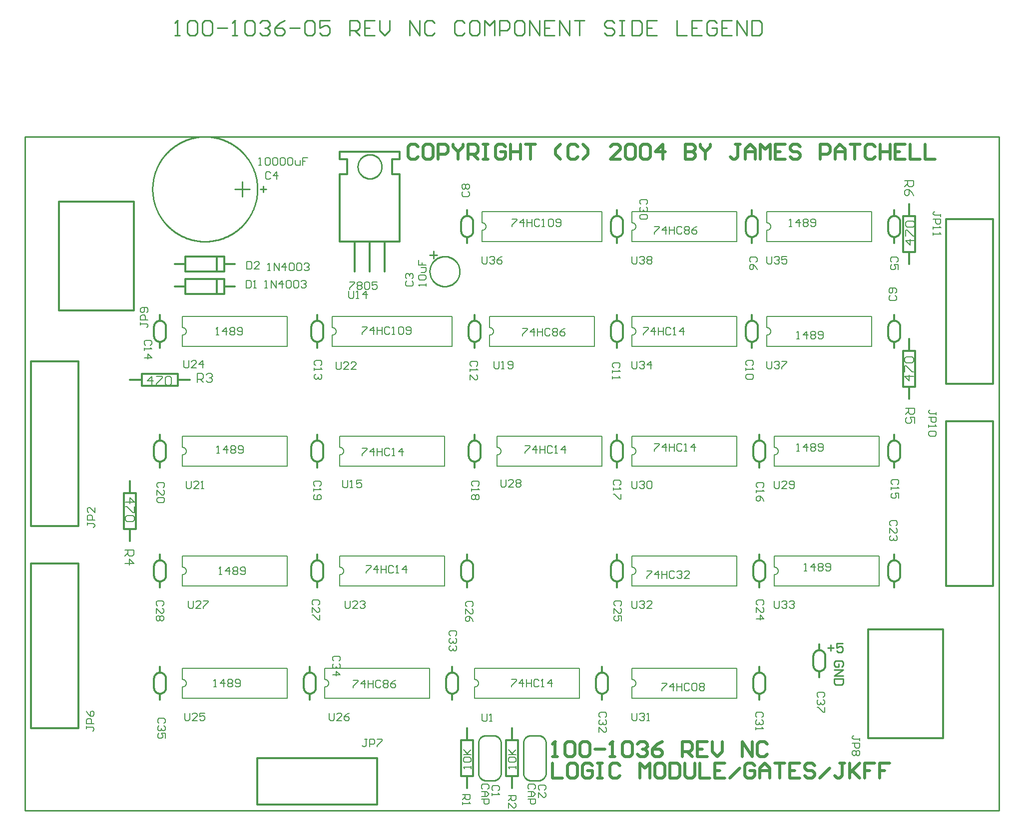
<source format=gto>
*%FSLAX23Y23*%
*%MOIN*%
G01*
%ADD11C,0.006*%
%ADD12C,0.007*%
%ADD13C,0.008*%
%ADD14C,0.010*%
%ADD15C,0.012*%
%ADD16C,0.020*%
%ADD17C,0.036*%
%ADD18C,0.042*%
%ADD19C,0.050*%
%ADD20C,0.056*%
%ADD21C,0.062*%
%ADD22C,0.066*%
%ADD23C,0.068*%
%ADD24C,0.070*%
%ADD25C,0.075*%
%ADD26C,0.081*%
%ADD27C,0.090*%
%ADD28C,0.120*%
%ADD29C,0.125*%
%ADD30C,0.131*%
%ADD31C,0.140*%
%ADD32C,0.150*%
%ADD33C,0.156*%
%ADD34C,0.160*%
%ADD35C,0.250*%
%ADD36C,0.250*%
%ADD37R,0.062X0.062*%
%ADD38R,0.068X0.068*%
%ADD39R,0.075X0.075*%
%ADD40R,0.081X0.081*%
%ADD41R,0.250X0.250*%
D11*
X12491Y9218D02*
X12551D01*
X12521Y9188D02*
X12491Y9218D01*
X12521Y9228D02*
Y9188D01*
X12491Y9248D02*
Y9288D01*
X12501D01*
X12541Y9248D01*
X12551D01*
X12501Y9308D02*
X12491Y9318D01*
Y9338D01*
X12501Y9348D01*
X12541D01*
X12551Y9338D01*
Y9318D01*
X12541Y9308D01*
X12501D01*
X12486Y9618D02*
X12546D01*
Y9588D01*
X12536Y9578D01*
X12516D01*
X12506Y9588D01*
Y9618D01*
Y9598D02*
X12486Y9578D01*
X12536Y9538D02*
X12546Y9518D01*
X12536Y9538D02*
X12516Y9558D01*
X12496D01*
X12486Y9548D01*
Y9528D01*
X12496Y9518D01*
X12506D01*
X12516Y9528D01*
Y9558D01*
X12486Y8313D02*
X12546D01*
X12516Y8283D02*
X12486Y8313D01*
X12516Y8323D02*
Y8283D01*
X12486Y8343D02*
Y8383D01*
X12496D01*
X12536Y8343D01*
X12546D01*
X12496Y8403D02*
X12486Y8413D01*
Y8433D01*
X12496Y8443D01*
X12536D01*
X12546Y8433D01*
Y8413D01*
X12536Y8403D01*
X12496D01*
X12491Y8098D02*
X12551D01*
Y8068D01*
X12541Y8058D01*
X12521D01*
X12511Y8068D01*
Y8098D01*
Y8078D02*
X12491Y8058D01*
X12551Y8038D02*
Y7998D01*
Y8038D02*
X12521D01*
X12531Y8018D01*
Y8008D01*
X12521Y7998D01*
X12501D01*
X12491Y8008D01*
Y8028D01*
X12501Y8038D01*
X7461Y8253D02*
Y8313D01*
X7431Y8283D01*
X7471D01*
X7491Y8313D02*
X7531D01*
Y8303D01*
X7491Y8263D01*
Y8253D01*
X7551Y8303D02*
X7561Y8313D01*
X7581D01*
X7591Y8303D01*
Y8263D01*
X7581Y8253D01*
X7561D01*
X7551Y8263D01*
Y8303D01*
X7766Y8273D02*
Y8333D01*
X7796D01*
X7806Y8323D01*
Y8303D01*
X7796Y8293D01*
X7766D01*
X7786D02*
X7806Y8273D01*
X7826Y8323D02*
X7836Y8333D01*
X7856D01*
X7866Y8323D01*
Y8313D01*
X7867D01*
X7866D02*
X7867D01*
X7866D02*
X7867D01*
X7866D02*
X7856Y8303D01*
X7846D01*
X7856D01*
X7866Y8293D01*
Y8283D01*
X7856Y8273D01*
X7836D01*
X7826Y8283D01*
X7346Y7473D02*
X7286D01*
X7316Y7503D02*
X7346Y7473D01*
X7316Y7463D02*
Y7503D01*
X7346Y7443D02*
Y7403D01*
X7336D01*
X7296Y7443D01*
X7286D01*
X7336Y7383D02*
X7346Y7373D01*
Y7353D01*
X7336Y7343D01*
X7296D01*
X7286Y7353D01*
Y7373D01*
X7296Y7383D01*
X7336D01*
X7341Y7153D02*
X7281D01*
X7341D02*
Y7123D01*
X7331Y7113D01*
X7311D01*
X7301Y7123D01*
Y7153D01*
Y7133D02*
X7281Y7113D01*
Y7063D02*
X7341D01*
X7311Y7093D01*
Y7053D01*
D13*
X12433Y9075D02*
X12441Y9083D01*
Y9100D01*
X12433Y9108D01*
X12399D01*
X12391Y9100D01*
Y9083D01*
X12399Y9075D01*
X12441Y9058D02*
Y9025D01*
Y9058D02*
X12416D01*
X12424Y9041D01*
Y9033D01*
X12416Y9025D01*
X12399D01*
X12391Y9033D01*
Y9050D01*
X12399Y9058D01*
X12726Y9380D02*
Y9396D01*
Y9388D01*
X12684D01*
X12676Y9396D01*
Y9405D01*
X12684Y9413D01*
X12676Y9363D02*
X12726D01*
Y9338D01*
X12718Y9330D01*
X12701D01*
X12693Y9338D01*
Y9363D01*
X12676Y9313D02*
Y9296D01*
Y9305D01*
X12726D01*
X12727D01*
X12726D02*
X12718Y9313D01*
X12676Y9271D02*
Y9255D01*
Y9263D01*
X12726D01*
X12727D01*
X12726D02*
X12718Y9271D01*
X12389Y8851D02*
X12381Y8843D01*
Y8826D01*
X12389Y8818D01*
X12423D01*
X12431Y8826D01*
Y8843D01*
X12423Y8851D01*
Y8868D02*
X12431Y8876D01*
Y8893D01*
X12423Y8901D01*
X12389D01*
X12381Y8893D01*
Y8876D01*
X12389Y8868D01*
X12398D01*
X12406Y8876D01*
Y8901D01*
X12696Y8071D02*
Y8055D01*
Y8063D02*
Y8071D01*
Y8063D02*
X12654D01*
X12646Y8071D01*
Y8080D01*
X12654Y8088D01*
X12646Y8038D02*
X12696D01*
Y8013D01*
X12688Y8005D01*
X12671D01*
X12663Y8013D01*
Y8038D01*
X12646Y7988D02*
Y7971D01*
Y7980D01*
X12696D01*
X12697D01*
X12696D02*
X12688Y7988D01*
Y7946D02*
X12696Y7938D01*
Y7921D01*
X12688Y7913D01*
X12654D01*
X12646Y7921D01*
Y7938D01*
X12654Y7946D01*
X12688D01*
X12446Y7598D02*
X12438Y7590D01*
X12446Y7598D02*
Y7615D01*
X12438Y7623D01*
X12404D01*
X12396Y7615D01*
Y7598D01*
X12404Y7590D01*
X12396Y7573D02*
Y7556D01*
Y7565D01*
X12446D01*
X12447D01*
X12446D02*
X12438Y7573D01*
X12446Y7531D02*
Y7498D01*
Y7531D02*
X12421D01*
X12429Y7515D01*
Y7506D01*
X12421Y7498D01*
X12404D01*
X12396Y7506D01*
Y7523D01*
X12404Y7531D01*
X11951Y6178D02*
X11943Y6170D01*
X11951Y6178D02*
Y6195D01*
X11943Y6203D01*
X11909D01*
X11901Y6195D01*
Y6178D01*
X11909Y6170D01*
X11943Y6153D02*
X11951Y6145D01*
Y6128D01*
X11943Y6120D01*
X11934D01*
X11935D01*
X11934D02*
X11935D01*
X11934D02*
X11935D01*
X11934D02*
X11926Y6128D01*
Y6136D01*
Y6128D01*
X11918Y6120D01*
X11909D01*
X11901Y6128D01*
Y6145D01*
X11909Y6153D01*
X11951Y6103D02*
Y6070D01*
X11943D01*
X11909Y6103D01*
X11901D01*
X12186Y5896D02*
Y5880D01*
Y5888D02*
Y5896D01*
Y5888D02*
X12144D01*
X12136Y5896D01*
Y5905D01*
X12144Y5913D01*
X12136Y5863D02*
X12186D01*
Y5838D01*
X12178Y5830D01*
X12161D01*
X12153Y5838D01*
Y5863D01*
X12178Y5813D02*
X12186Y5805D01*
Y5788D01*
X12178Y5780D01*
X12169D01*
X12161Y5788D01*
X12153Y5780D01*
X12144D01*
X12136Y5788D01*
Y5805D01*
X12144Y5813D01*
X12153D01*
X12161Y5805D01*
X12169Y5813D01*
X12178D01*
X12161Y5805D02*
Y5788D01*
X12428Y7315D02*
X12436Y7323D01*
Y7340D01*
X12428Y7348D01*
X12394D01*
X12386Y7340D01*
Y7323D01*
X12394Y7315D01*
X12386Y7298D02*
Y7265D01*
Y7298D02*
X12419Y7265D01*
X12428D01*
X12436Y7273D01*
Y7290D01*
X12428Y7298D01*
Y7248D02*
X12436Y7240D01*
Y7223D01*
X12428Y7215D01*
X12419D01*
X12420D01*
X12419D02*
X12420D01*
X12419D02*
X12420D01*
X12419D02*
X12411Y7223D01*
Y7231D01*
Y7223D01*
X12403Y7215D01*
X12394D01*
X12386Y7223D01*
Y7240D01*
X12394Y7248D01*
X11493Y9075D02*
X11501Y9083D01*
Y9100D01*
X11493Y9108D01*
X11459D01*
X11451Y9100D01*
Y9083D01*
X11459Y9075D01*
X11493Y9041D02*
X11501Y9025D01*
X11493Y9041D02*
X11476Y9058D01*
X11459D01*
X11451Y9050D01*
Y9033D01*
X11459Y9025D01*
X11468D01*
X11476Y9033D01*
Y9058D01*
X10666Y9288D02*
X10669Y9288D01*
X10672Y9289D01*
X10676Y9290D01*
X10678Y9291D01*
X10681Y9293D01*
X10684Y9295D01*
X10686Y9298D01*
X10688Y9300D01*
X10689Y9303D01*
X10690Y9307D01*
X10691Y9310D01*
X10691Y9313D01*
X10691Y9316D01*
X10690Y9319D01*
X10689Y9323D01*
X10688Y9326D01*
X10686Y9328D01*
X10684Y9331D01*
X10681Y9333D01*
X10678Y9335D01*
X10676Y9336D01*
X10672Y9337D01*
X10669Y9338D01*
X10666Y9338D01*
X11366Y9413D02*
Y9213D01*
X10666Y9338D02*
Y9413D01*
Y9288D02*
Y9213D01*
X11366D01*
Y9413D02*
X10666D01*
X10816Y9313D02*
X10849D01*
Y9305D01*
X10816Y9271D01*
Y9263D01*
X10891D02*
Y9313D01*
X10866Y9288D01*
X10899D01*
X10916Y9313D02*
Y9263D01*
Y9288D01*
X10949D01*
Y9313D01*
Y9263D01*
X10991Y9313D02*
X10999Y9305D01*
X10991Y9313D02*
X10974D01*
X10966Y9305D01*
Y9271D01*
X10974Y9263D01*
X10991D01*
X10999Y9271D01*
X11016Y9305D02*
X11024Y9313D01*
X11041D01*
X11049Y9305D01*
Y9296D01*
X11041Y9288D01*
X11049Y9280D01*
Y9271D01*
X11041Y9263D01*
X11024D01*
X11016Y9271D01*
Y9280D01*
X11024Y9288D01*
X11016Y9296D01*
Y9305D01*
X11024Y9288D02*
X11041D01*
X11083Y9305D02*
X11099Y9313D01*
X11083Y9305D02*
X11066Y9288D01*
Y9271D01*
X11074Y9263D01*
X11091D01*
X11099Y9271D01*
Y9280D01*
X11091Y9288D01*
X11066D01*
X10666Y9113D02*
Y9071D01*
X10674Y9063D01*
X10691D01*
X10699Y9071D01*
Y9113D01*
X10716Y9105D02*
X10724Y9113D01*
X10741D01*
X10749Y9105D01*
Y9096D01*
X10750D01*
X10749D02*
X10750D01*
X10749D02*
X10750D01*
X10749D02*
X10741Y9088D01*
X10733D01*
X10741D01*
X10749Y9080D01*
Y9071D01*
X10741Y9063D01*
X10724D01*
X10716Y9071D01*
X10766Y9105D02*
X10774Y9113D01*
X10791D01*
X10799Y9105D01*
Y9096D01*
X10791Y9088D01*
X10799Y9080D01*
Y9071D01*
X10791Y9063D01*
X10774D01*
X10766Y9071D01*
Y9080D01*
X10774Y9088D01*
X10766Y9096D01*
Y9105D01*
X10774Y9088D02*
X10791D01*
X10760Y9461D02*
X10768Y9469D01*
Y9486D01*
X10760Y9494D01*
X10726D01*
X10718Y9486D01*
Y9469D01*
X10726Y9461D01*
X10760Y9444D02*
X10768Y9436D01*
Y9419D01*
X10760Y9411D01*
X10751D01*
X10752D01*
X10751D02*
X10752D01*
X10751D02*
X10752D01*
X10751D02*
X10743Y9419D01*
Y9427D01*
Y9419D01*
X10735Y9411D01*
X10726D01*
X10718Y9419D01*
Y9436D01*
X10726Y9444D01*
X10760Y9394D02*
X10768Y9386D01*
Y9369D01*
X10760Y9361D01*
X10726D01*
X10718Y9369D01*
Y9386D01*
X10726Y9394D01*
X10760D01*
X11566Y9338D02*
X11569Y9338D01*
X11572Y9337D01*
X11576Y9336D01*
X11578Y9335D01*
X11581Y9333D01*
X11584Y9331D01*
X11586Y9328D01*
X11588Y9326D01*
X11589Y9323D01*
X11590Y9319D01*
X11591Y9316D01*
X11591Y9313D01*
X11591Y9310D01*
X11590Y9307D01*
X11589Y9303D01*
X11588Y9300D01*
X11586Y9298D01*
X11584Y9295D01*
X11581Y9293D01*
X11578Y9291D01*
X11576Y9290D01*
X11572Y9289D01*
X11569Y9288D01*
X11566Y9288D01*
X12266Y9213D02*
Y9413D01*
X11566D02*
Y9338D01*
Y9288D02*
Y9213D01*
X12266D01*
Y9413D02*
X11566D01*
X11716Y9313D02*
X11733D01*
X11724D01*
Y9363D01*
X11725D01*
X11724D02*
X11716Y9355D01*
X11783Y9363D02*
Y9313D01*
X11758Y9338D02*
X11783Y9363D01*
X11791Y9338D02*
X11758D01*
X11808Y9355D02*
X11816Y9363D01*
X11833D01*
X11841Y9355D01*
Y9346D01*
X11833Y9338D01*
X11841Y9330D01*
Y9321D01*
X11833Y9313D01*
X11816D01*
X11808Y9321D01*
Y9330D01*
X11816Y9338D01*
X11808Y9346D01*
Y9355D01*
X11816Y9338D02*
X11833D01*
X11858Y9321D02*
X11866Y9313D01*
X11883D01*
X11891Y9321D01*
Y9355D01*
X11883Y9363D01*
X11866D01*
X11858Y9355D01*
Y9346D01*
X11866Y9338D01*
X11891D01*
X11566Y9113D02*
Y9071D01*
X11574Y9063D01*
X11591D01*
X11599Y9071D01*
Y9113D01*
X11616Y9105D02*
X11624Y9113D01*
X11641D01*
X11649Y9105D01*
Y9096D01*
X11650D01*
X11649D02*
X11650D01*
X11649D02*
X11650D01*
X11649D02*
X11641Y9088D01*
X11633D01*
X11641D01*
X11649Y9080D01*
Y9071D01*
X11641Y9063D01*
X11624D01*
X11616Y9071D01*
X11666Y9113D02*
X11699D01*
X11666D02*
Y9088D01*
X11683Y9096D01*
X11691D01*
X11699Y9088D01*
Y9071D01*
X11691Y9063D01*
X11674D01*
X11666Y9071D01*
X10666Y8638D02*
X10669Y8638D01*
X10672Y8637D01*
X10676Y8636D01*
X10678Y8635D01*
X10681Y8633D01*
X10684Y8631D01*
X10686Y8628D01*
X10688Y8626D01*
X10689Y8623D01*
X10690Y8619D01*
X10691Y8616D01*
X10691Y8613D01*
X10691Y8610D01*
X10690Y8607D01*
X10689Y8603D01*
X10688Y8600D01*
X10686Y8598D01*
X10684Y8595D01*
X10681Y8593D01*
X10678Y8591D01*
X10676Y8590D01*
X10672Y8589D01*
X10669Y8588D01*
X10666Y8588D01*
X11366Y8513D02*
Y8713D01*
X10666D02*
Y8638D01*
Y8588D02*
Y8513D01*
X11366D01*
Y8713D02*
X10666D01*
X10741Y8638D02*
X10774D01*
Y8630D01*
X10741Y8596D01*
Y8588D01*
X10816D02*
Y8638D01*
X10791Y8613D01*
X10824D01*
X10841Y8638D02*
Y8588D01*
Y8613D01*
X10874D01*
Y8638D01*
Y8588D01*
X10916Y8638D02*
X10924Y8630D01*
X10916Y8638D02*
X10899D01*
X10891Y8630D01*
Y8596D01*
X10899Y8588D01*
X10916D01*
X10924Y8596D01*
X10941Y8588D02*
X10958D01*
X10949D01*
Y8638D01*
X10950D01*
X10949D02*
X10941Y8630D01*
X11008Y8638D02*
Y8588D01*
X10983Y8613D02*
X11008Y8638D01*
X11016Y8613D02*
X10983D01*
X10666Y8413D02*
Y8371D01*
X10674Y8363D01*
X10691D01*
X10699Y8371D01*
Y8413D01*
X10716Y8405D02*
X10724Y8413D01*
X10741D01*
X10749Y8405D01*
Y8396D01*
X10750D01*
X10749D02*
X10750D01*
X10749D02*
X10750D01*
X10749D02*
X10741Y8388D01*
X10733D01*
X10741D01*
X10749Y8380D01*
Y8371D01*
X10741Y8363D01*
X10724D01*
X10716Y8371D01*
X10791Y8363D02*
Y8413D01*
X10766Y8388D01*
X10799D01*
X10586Y8378D02*
X10578Y8370D01*
X10586Y8378D02*
Y8395D01*
X10578Y8403D01*
X10544D01*
X10536Y8395D01*
Y8378D01*
X10544Y8370D01*
X10536Y8353D02*
Y8336D01*
Y8345D01*
X10586D01*
X10587D01*
X10586D02*
X10578Y8353D01*
X10536Y8311D02*
Y8295D01*
Y8303D01*
X10586D01*
X10587D01*
X10586D02*
X10578Y8311D01*
X11468Y8385D02*
X11476Y8393D01*
Y8410D01*
X11468Y8418D01*
X11434D01*
X11426Y8410D01*
Y8393D01*
X11434Y8385D01*
X11426Y8368D02*
Y8351D01*
Y8360D01*
X11476D01*
X11477D01*
X11476D02*
X11468Y8368D01*
Y8326D02*
X11476Y8318D01*
Y8301D01*
X11468Y8293D01*
X11434D01*
X11426Y8301D01*
Y8318D01*
X11434Y8326D01*
X11468D01*
X11566Y8588D02*
X11569Y8588D01*
X11572Y8589D01*
X11576Y8590D01*
X11578Y8591D01*
X11581Y8593D01*
X11584Y8595D01*
X11586Y8598D01*
X11588Y8600D01*
X11589Y8603D01*
X11590Y8607D01*
X11591Y8610D01*
X11591Y8613D01*
X11591Y8616D01*
X11590Y8619D01*
X11589Y8623D01*
X11588Y8626D01*
X11586Y8628D01*
X11584Y8631D01*
X11581Y8633D01*
X11578Y8635D01*
X11576Y8636D01*
X11572Y8637D01*
X11569Y8638D01*
X11566Y8638D01*
X12266Y8713D02*
Y8513D01*
X11566Y8638D02*
Y8713D01*
Y8588D02*
Y8513D01*
X12266D01*
Y8713D02*
X11566D01*
X11766Y8563D02*
X11783D01*
X11774D01*
Y8613D01*
X11775D01*
X11774D02*
X11766Y8605D01*
X11833Y8613D02*
Y8563D01*
X11808Y8588D02*
X11833Y8613D01*
X11841Y8588D02*
X11808D01*
X11858Y8605D02*
X11866Y8613D01*
X11883D01*
X11891Y8605D01*
Y8596D01*
X11883Y8588D01*
X11891Y8580D01*
Y8571D01*
X11883Y8563D01*
X11866D01*
X11858Y8571D01*
Y8580D01*
X11866Y8588D01*
X11858Y8596D01*
Y8605D01*
X11866Y8588D02*
X11883D01*
X11908Y8571D02*
X11916Y8563D01*
X11933D01*
X11941Y8571D01*
Y8605D01*
X11933Y8613D01*
X11916D01*
X11908Y8605D01*
Y8596D01*
X11916Y8588D01*
X11941D01*
X11566Y8413D02*
Y8371D01*
X11574Y8363D01*
X11591D01*
X11599Y8371D01*
Y8413D01*
X11616Y8405D02*
X11624Y8413D01*
X11641D01*
X11649Y8405D01*
Y8396D01*
X11650D01*
X11649D02*
X11650D01*
X11649D02*
X11650D01*
X11649D02*
X11641Y8388D01*
X11633D01*
X11641D01*
X11649Y8380D01*
Y8371D01*
X11641Y8363D01*
X11624D01*
X11616Y8371D01*
X11666Y8413D02*
X11699D01*
Y8405D01*
X11666Y8371D01*
Y8363D01*
X10666Y7838D02*
X10669Y7838D01*
X10672Y7837D01*
X10676Y7836D01*
X10678Y7835D01*
X10681Y7833D01*
X10684Y7831D01*
X10686Y7828D01*
X10688Y7826D01*
X10689Y7823D01*
X10690Y7819D01*
X10691Y7816D01*
X10691Y7813D01*
X10691Y7810D01*
X10690Y7807D01*
X10689Y7803D01*
X10688Y7800D01*
X10686Y7798D01*
X10684Y7795D01*
X10681Y7793D01*
X10678Y7791D01*
X10676Y7790D01*
X10672Y7789D01*
X10669Y7788D01*
X10666Y7788D01*
X11366Y7713D02*
Y7913D01*
X10666D02*
Y7838D01*
Y7788D02*
Y7713D01*
X11366D01*
Y7913D02*
X10666D01*
X10816Y7863D02*
X10849D01*
Y7855D01*
X10816Y7821D01*
Y7813D01*
X10891D02*
Y7863D01*
X10866Y7838D01*
X10899D01*
X10916Y7863D02*
Y7813D01*
Y7838D01*
X10949D01*
Y7863D01*
Y7813D01*
X10991Y7863D02*
X10999Y7855D01*
X10991Y7863D02*
X10974D01*
X10966Y7855D01*
Y7821D01*
X10974Y7813D01*
X10991D01*
X10999Y7821D01*
X11016Y7813D02*
X11033D01*
X11024D01*
Y7863D01*
X11025D01*
X11024D02*
X11016Y7855D01*
X11083Y7863D02*
Y7813D01*
X11058Y7838D02*
X11083Y7863D01*
X11091Y7838D02*
X11058D01*
X10666Y7613D02*
Y7571D01*
X10674Y7563D01*
X10691D01*
X10699Y7571D01*
Y7613D01*
X10716Y7605D02*
X10724Y7613D01*
X10741D01*
X10749Y7605D01*
Y7596D01*
X10750D01*
X10749D02*
X10750D01*
X10749D02*
X10750D01*
X10749D02*
X10741Y7588D01*
X10733D01*
X10741D01*
X10749Y7580D01*
Y7571D01*
X10741Y7563D01*
X10724D01*
X10716Y7571D01*
X10766Y7605D02*
X10774Y7613D01*
X10791D01*
X10799Y7605D01*
Y7571D01*
X10791Y7563D01*
X10774D01*
X10766Y7571D01*
Y7605D01*
X11616Y7788D02*
X11619Y7788D01*
X11622Y7789D01*
X11626Y7790D01*
X11628Y7791D01*
X11631Y7793D01*
X11634Y7795D01*
X11636Y7798D01*
X11638Y7800D01*
X11639Y7803D01*
X11640Y7807D01*
X11641Y7810D01*
X11641Y7813D01*
X11641Y7816D01*
X11640Y7819D01*
X11639Y7823D01*
X11638Y7826D01*
X11636Y7828D01*
X11634Y7831D01*
X11631Y7833D01*
X11628Y7835D01*
X11626Y7836D01*
X11622Y7837D01*
X11619Y7838D01*
X11616Y7838D01*
X12316Y7913D02*
Y7713D01*
X11616Y7838D02*
Y7913D01*
Y7788D02*
Y7713D01*
X12316D01*
Y7913D02*
X11616D01*
X11766Y7813D02*
X11783D01*
X11774D01*
Y7863D01*
X11775D01*
X11774D02*
X11766Y7855D01*
X11833Y7863D02*
Y7813D01*
X11808Y7838D02*
X11833Y7863D01*
X11841Y7838D02*
X11808D01*
X11858Y7855D02*
X11866Y7863D01*
X11883D01*
X11891Y7855D01*
Y7846D01*
X11883Y7838D01*
X11891Y7830D01*
Y7821D01*
X11883Y7813D01*
X11866D01*
X11858Y7821D01*
Y7830D01*
X11866Y7838D01*
X11858Y7846D01*
Y7855D01*
X11866Y7838D02*
X11883D01*
X11908Y7821D02*
X11916Y7813D01*
X11933D01*
X11941Y7821D01*
Y7855D01*
X11933Y7863D01*
X11916D01*
X11908Y7855D01*
Y7846D01*
X11916Y7838D01*
X11941D01*
X11616Y7613D02*
Y7571D01*
X11624Y7563D01*
X11641D01*
X11649Y7571D01*
Y7613D01*
X11666Y7563D02*
X11699D01*
X11666D02*
X11699Y7596D01*
Y7605D01*
X11691Y7613D01*
X11674D01*
X11666Y7605D01*
X11716Y7571D02*
X11724Y7563D01*
X11741D01*
X11749Y7571D01*
Y7605D01*
X11741Y7613D01*
X11724D01*
X11716Y7605D01*
Y7596D01*
X11724Y7588D01*
X11749D01*
X10591Y7593D02*
X10583Y7585D01*
X10591Y7593D02*
Y7610D01*
X10583Y7618D01*
X10549D01*
X10541Y7610D01*
Y7593D01*
X10549Y7585D01*
X10541Y7568D02*
Y7551D01*
Y7560D01*
X10591D01*
X10592D01*
X10591D02*
X10583Y7568D01*
X10591Y7526D02*
Y7493D01*
X10583D01*
X10549Y7526D01*
X10541D01*
X11538Y7570D02*
X11546Y7578D01*
Y7595D01*
X11538Y7603D01*
X11504D01*
X11496Y7595D01*
Y7578D01*
X11504Y7570D01*
X11496Y7553D02*
Y7536D01*
Y7545D01*
X11546D01*
X11547D01*
X11546D02*
X11538Y7553D01*
Y7495D02*
X11546Y7478D01*
X11538Y7495D02*
X11521Y7511D01*
X11504D01*
X11496Y7503D01*
Y7486D01*
X11504Y7478D01*
X11513D01*
X11521Y7486D01*
Y7511D01*
X11541Y6043D02*
X11533Y6035D01*
X11541Y6043D02*
Y6060D01*
X11533Y6068D01*
X11499D01*
X11491Y6060D01*
Y6043D01*
X11499Y6035D01*
X11533Y6018D02*
X11541Y6010D01*
Y5993D01*
X11533Y5985D01*
X11524D01*
X11525D01*
X11524D02*
X11525D01*
X11524D02*
X11525D01*
X11524D02*
X11516Y5993D01*
Y6001D01*
Y5993D01*
X11508Y5985D01*
X11499D01*
X11491Y5993D01*
Y6010D01*
X11499Y6018D01*
X11491Y5968D02*
Y5951D01*
Y5960D01*
X11541D01*
X11542D01*
X11541D02*
X11533Y5968D01*
X10666Y6238D02*
X10669Y6238D01*
X10672Y6239D01*
X10676Y6240D01*
X10678Y6241D01*
X10681Y6243D01*
X10684Y6245D01*
X10686Y6248D01*
X10688Y6250D01*
X10689Y6253D01*
X10690Y6257D01*
X10691Y6260D01*
X10691Y6263D01*
X10691Y6266D01*
X10690Y6269D01*
X10689Y6273D01*
X10688Y6276D01*
X10686Y6278D01*
X10684Y6281D01*
X10681Y6283D01*
X10678Y6285D01*
X10676Y6286D01*
X10672Y6287D01*
X10669Y6288D01*
X10666Y6288D01*
X11366Y6363D02*
Y6163D01*
X10666Y6288D02*
Y6363D01*
Y6238D02*
Y6163D01*
X11366D01*
Y6363D02*
X10666D01*
X10866Y6263D02*
X10899D01*
Y6255D01*
X10866Y6221D01*
Y6213D01*
X10941D02*
Y6263D01*
X10916Y6238D01*
X10949D01*
X10966Y6263D02*
Y6213D01*
Y6238D01*
X10999D01*
Y6263D01*
Y6213D01*
X11041Y6263D02*
X11049Y6255D01*
X11041Y6263D02*
X11024D01*
X11016Y6255D01*
Y6221D01*
X11024Y6213D01*
X11041D01*
X11049Y6221D01*
X11066Y6255D02*
X11074Y6263D01*
X11091D01*
X11099Y6255D01*
Y6221D01*
X11091Y6213D01*
X11074D01*
X11066Y6221D01*
Y6255D01*
X11116D02*
X11124Y6263D01*
X11141D01*
X11149Y6255D01*
Y6246D01*
X11141Y6238D01*
X11149Y6230D01*
Y6221D01*
X11141Y6213D01*
X11124D01*
X11116Y6221D01*
Y6230D01*
X11124Y6238D01*
X11116Y6246D01*
Y6255D01*
X11124Y6238D02*
X11141D01*
X10666Y6063D02*
Y6021D01*
X10674Y6013D01*
X10691D01*
X10699Y6021D01*
Y6063D01*
X10716Y6055D02*
X10724Y6063D01*
X10741D01*
X10749Y6055D01*
Y6046D01*
X10750D01*
X10749D02*
X10750D01*
X10749D02*
X10750D01*
X10749D02*
X10741Y6038D01*
X10733D01*
X10741D01*
X10749Y6030D01*
Y6021D01*
X10741Y6013D01*
X10724D01*
X10716Y6021D01*
X10766Y6013D02*
X10783D01*
X10774D01*
Y6063D01*
X10775D01*
X10774D02*
X10766Y6055D01*
X10588Y6780D02*
X10596Y6788D01*
Y6805D01*
X10588Y6813D01*
X10554D01*
X10546Y6805D01*
Y6788D01*
X10554Y6780D01*
X10546Y6763D02*
Y6730D01*
Y6763D02*
X10579Y6730D01*
X10588D01*
X10596Y6738D01*
Y6755D01*
X10588Y6763D01*
X10596Y6713D02*
Y6680D01*
Y6713D02*
X10571D01*
X10579Y6696D01*
Y6688D01*
X10571Y6680D01*
X10554D01*
X10546Y6688D01*
Y6705D01*
X10554Y6713D01*
X10666Y6988D02*
X10669Y6988D01*
X10672Y6989D01*
X10676Y6990D01*
X10678Y6991D01*
X10681Y6993D01*
X10684Y6995D01*
X10686Y6998D01*
X10688Y7000D01*
X10689Y7003D01*
X10690Y7007D01*
X10691Y7010D01*
X10691Y7013D01*
X10691Y7016D01*
X10690Y7019D01*
X10689Y7023D01*
X10688Y7026D01*
X10686Y7028D01*
X10684Y7031D01*
X10681Y7033D01*
X10678Y7035D01*
X10676Y7036D01*
X10672Y7037D01*
X10669Y7038D01*
X10666Y7038D01*
X11366Y7113D02*
Y6913D01*
X10666Y7038D02*
Y7113D01*
Y6988D02*
Y6913D01*
X11366D01*
Y7113D02*
X10666D01*
X10766Y7013D02*
X10799D01*
Y7005D01*
X10766Y6971D01*
Y6963D01*
X10841D02*
Y7013D01*
X10816Y6988D01*
X10849D01*
X10866Y7013D02*
Y6963D01*
Y6988D01*
X10899D01*
Y7013D01*
Y6963D01*
X10941Y7013D02*
X10949Y7005D01*
X10941Y7013D02*
X10924D01*
X10916Y7005D01*
Y6971D01*
X10924Y6963D01*
X10941D01*
X10949Y6971D01*
X10966Y7005D02*
X10974Y7013D01*
X10991D01*
X10999Y7005D01*
Y6996D01*
X11000D01*
X10999D02*
X11000D01*
X10999D02*
X11000D01*
X10999D02*
X10991Y6988D01*
X10983D01*
X10991D01*
X10999Y6980D01*
Y6971D01*
X10991Y6963D01*
X10974D01*
X10966Y6971D01*
X11016Y6963D02*
X11049D01*
X11016D02*
X11049Y6996D01*
Y7005D01*
X11041Y7013D01*
X11024D01*
X11016Y7005D01*
X10666Y6813D02*
Y6771D01*
X10674Y6763D01*
X10691D01*
X10699Y6771D01*
Y6813D01*
X10716Y6805D02*
X10724Y6813D01*
X10741D01*
X10749Y6805D01*
Y6796D01*
X10750D01*
X10749D02*
X10750D01*
X10749D02*
X10750D01*
X10749D02*
X10741Y6788D01*
X10733D01*
X10741D01*
X10749Y6780D01*
Y6771D01*
X10741Y6763D01*
X10724D01*
X10716Y6771D01*
X10766Y6763D02*
X10799D01*
X10766D02*
X10799Y6796D01*
Y6805D01*
X10791Y6813D01*
X10774D01*
X10766Y6805D01*
X11616Y6988D02*
X11619Y6988D01*
X11622Y6989D01*
X11626Y6990D01*
X11628Y6991D01*
X11631Y6993D01*
X11634Y6995D01*
X11636Y6998D01*
X11638Y7000D01*
X11639Y7003D01*
X11640Y7007D01*
X11641Y7010D01*
X11641Y7013D01*
X11641Y7016D01*
X11640Y7019D01*
X11639Y7023D01*
X11638Y7026D01*
X11636Y7028D01*
X11634Y7031D01*
X11631Y7033D01*
X11628Y7035D01*
X11626Y7036D01*
X11622Y7037D01*
X11619Y7038D01*
X11616Y7038D01*
X12316Y7113D02*
Y6913D01*
X11616Y7038D02*
Y7113D01*
Y6988D02*
Y6913D01*
X12316D01*
Y7113D02*
X11616D01*
X11816Y7013D02*
X11833D01*
X11824D01*
Y7063D01*
X11825D01*
X11824D02*
X11816Y7055D01*
X11883Y7063D02*
Y7013D01*
X11858Y7038D02*
X11883Y7063D01*
X11891Y7038D02*
X11858D01*
X11908Y7055D02*
X11916Y7063D01*
X11933D01*
X11941Y7055D01*
Y7046D01*
X11933Y7038D01*
X11941Y7030D01*
Y7021D01*
X11933Y7013D01*
X11916D01*
X11908Y7021D01*
Y7030D01*
X11916Y7038D01*
X11908Y7046D01*
Y7055D01*
X11916Y7038D02*
X11933D01*
X11958Y7021D02*
X11966Y7013D01*
X11983D01*
X11991Y7021D01*
Y7055D01*
X11983Y7063D01*
X11966D01*
X11958Y7055D01*
Y7046D01*
X11966Y7038D01*
X11991D01*
X11616Y6813D02*
Y6771D01*
X11624Y6763D01*
X11641D01*
X11649Y6771D01*
Y6813D01*
X11666Y6805D02*
X11674Y6813D01*
X11691D01*
X11699Y6805D01*
Y6796D01*
X11700D01*
X11699D02*
X11700D01*
X11699D02*
X11700D01*
X11699D02*
X11691Y6788D01*
X11683D01*
X11691D01*
X11699Y6780D01*
Y6771D01*
X11691Y6763D01*
X11674D01*
X11666Y6771D01*
X11716Y6805D02*
X11724Y6813D01*
X11741D01*
X11749Y6805D01*
Y6796D01*
X11750D01*
X11749D02*
X11750D01*
X11749D02*
X11750D01*
X11749D02*
X11741Y6788D01*
X11733D01*
X11741D01*
X11749Y6780D01*
Y6771D01*
X11741Y6763D01*
X11724D01*
X11716Y6771D01*
X11546Y6793D02*
X11538Y6785D01*
X11546Y6793D02*
Y6810D01*
X11538Y6818D01*
X11504D01*
X11496Y6810D01*
Y6793D01*
X11504Y6785D01*
X11496Y6768D02*
Y6735D01*
Y6768D02*
X11529Y6735D01*
X11538D01*
X11546Y6743D01*
Y6760D01*
X11538Y6768D01*
X11546Y6693D02*
X11496D01*
X11521Y6718D02*
X11546Y6693D01*
X11521Y6685D02*
Y6718D01*
X10496Y6043D02*
X10488Y6035D01*
X10496Y6043D02*
Y6060D01*
X10488Y6068D01*
X10454D01*
X10446Y6060D01*
Y6043D01*
X10454Y6035D01*
X10488Y6018D02*
X10496Y6010D01*
Y5993D01*
X10488Y5985D01*
X10479D01*
X10480D01*
X10479D02*
X10480D01*
X10479D02*
X10480D01*
X10479D02*
X10471Y5993D01*
Y6001D01*
Y5993D01*
X10463Y5985D01*
X10454D01*
X10446Y5993D01*
Y6010D01*
X10454Y6018D01*
X10446Y5968D02*
Y5935D01*
Y5968D02*
X10479Y5935D01*
X10488D01*
X10496Y5943D01*
Y5960D01*
X10488Y5968D01*
X9531Y9538D02*
X9539Y9546D01*
X9531Y9538D02*
Y9521D01*
X9539Y9513D01*
X9573D01*
X9581Y9521D01*
Y9538D01*
X9573Y9546D01*
X9539Y9563D02*
X9531Y9571D01*
Y9588D01*
X9539Y9596D01*
X9548D01*
X9556Y9588D01*
X9564Y9596D01*
X9573D01*
X9581Y9588D01*
Y9571D01*
X9573Y9563D01*
X9564D01*
X9556Y9571D01*
X9548Y9563D01*
X9539D01*
X9556Y9571D02*
Y9588D01*
X9666Y9338D02*
X9669Y9338D01*
X9672Y9337D01*
X9676Y9336D01*
X9678Y9335D01*
X9681Y9333D01*
X9684Y9331D01*
X9686Y9328D01*
X9688Y9326D01*
X9689Y9323D01*
X9690Y9319D01*
X9691Y9316D01*
X9691Y9313D01*
X9691Y9310D01*
X9690Y9307D01*
X9689Y9303D01*
X9688Y9300D01*
X9686Y9298D01*
X9684Y9295D01*
X9681Y9293D01*
X9678Y9291D01*
X9676Y9290D01*
X9672Y9289D01*
X9669Y9288D01*
X9666Y9288D01*
X10466Y9213D02*
Y9413D01*
X9666D02*
Y9338D01*
Y9288D02*
Y9213D01*
X10466D01*
Y9413D02*
X9666D01*
X9866Y9363D02*
X9899D01*
Y9355D01*
X9866Y9321D01*
Y9313D01*
X9941D02*
Y9363D01*
X9916Y9338D01*
X9949D01*
X9966Y9363D02*
Y9313D01*
Y9338D01*
X9999D01*
Y9363D01*
Y9313D01*
X10041Y9363D02*
X10049Y9355D01*
X10041Y9363D02*
X10024D01*
X10016Y9355D01*
Y9321D01*
X10024Y9313D01*
X10041D01*
X10049Y9321D01*
X10066Y9313D02*
X10083D01*
X10074D01*
Y9363D01*
X10075D01*
X10074D02*
X10066Y9355D01*
X10108D02*
X10116Y9363D01*
X10133D01*
X10141Y9355D01*
Y9321D01*
X10133Y9313D01*
X10116D01*
X10108Y9321D01*
Y9355D01*
X10158Y9321D02*
X10166Y9313D01*
X10183D01*
X10191Y9321D01*
Y9355D01*
X10183Y9363D01*
X10166D01*
X10158Y9355D01*
Y9346D01*
X10166Y9338D01*
X10191D01*
X9666Y9113D02*
Y9071D01*
X9674Y9063D01*
X9691D01*
X9699Y9071D01*
Y9113D01*
X9716Y9105D02*
X9724Y9113D01*
X9741D01*
X9749Y9105D01*
Y9096D01*
X9750D01*
X9749D02*
X9750D01*
X9749D02*
X9750D01*
X9749D02*
X9741Y9088D01*
X9733D01*
X9741D01*
X9749Y9080D01*
Y9071D01*
X9741Y9063D01*
X9724D01*
X9716Y9071D01*
X9783Y9105D02*
X9799Y9113D01*
X9783Y9105D02*
X9766Y9088D01*
Y9071D01*
X9774Y9063D01*
X9791D01*
X9799Y9071D01*
Y9080D01*
X9791Y9088D01*
X9766D01*
X9716Y8638D02*
X9719Y8638D01*
X9722Y8637D01*
X9726Y8636D01*
X9728Y8635D01*
X9731Y8633D01*
X9734Y8631D01*
X9736Y8628D01*
X9738Y8626D01*
X9739Y8623D01*
X9740Y8619D01*
X9741Y8616D01*
X9741Y8613D01*
X9741Y8610D01*
X9740Y8607D01*
X9739Y8603D01*
X9738Y8600D01*
X9736Y8598D01*
X9734Y8595D01*
X9731Y8593D01*
X9728Y8591D01*
X9726Y8590D01*
X9722Y8589D01*
X9719Y8588D01*
X9716Y8588D01*
X10416Y8513D02*
Y8713D01*
X9716D02*
Y8638D01*
Y8588D02*
Y8513D01*
X10416D01*
Y8713D02*
X9716D01*
X9936Y8633D02*
X9969D01*
Y8625D01*
X9936Y8591D01*
Y8583D01*
X10011D02*
Y8633D01*
X9986Y8608D01*
X10019D01*
X10036Y8633D02*
Y8583D01*
Y8608D01*
X10069D01*
Y8633D01*
Y8583D01*
X10111Y8633D02*
X10119Y8625D01*
X10111Y8633D02*
X10094D01*
X10086Y8625D01*
Y8591D01*
X10094Y8583D01*
X10111D01*
X10119Y8591D01*
X10136Y8625D02*
X10144Y8633D01*
X10161D01*
X10169Y8625D01*
Y8616D01*
X10161Y8608D01*
X10169Y8600D01*
Y8591D01*
X10161Y8583D01*
X10144D01*
X10136Y8591D01*
Y8600D01*
X10144Y8608D01*
X10136Y8616D01*
Y8625D01*
X10144Y8608D02*
X10161D01*
X10203Y8625D02*
X10219Y8633D01*
X10203Y8625D02*
X10186Y8608D01*
Y8591D01*
X10194Y8583D01*
X10211D01*
X10219Y8591D01*
Y8600D01*
X10211Y8608D01*
X10186D01*
X9746Y8413D02*
Y8371D01*
X9754Y8363D01*
X9771D01*
X9779Y8371D01*
Y8413D01*
X9796Y8363D02*
X9813D01*
X9804D01*
Y8413D01*
X9805D01*
X9804D02*
X9796Y8405D01*
X9838Y8371D02*
X9846Y8363D01*
X9863D01*
X9871Y8371D01*
Y8405D01*
X9863Y8413D01*
X9846D01*
X9838Y8405D01*
Y8396D01*
X9846Y8388D01*
X9871D01*
X9766Y7838D02*
X9769Y7838D01*
X9772Y7837D01*
X9776Y7836D01*
X9778Y7835D01*
X9781Y7833D01*
X9784Y7831D01*
X9786Y7828D01*
X9788Y7826D01*
X9789Y7823D01*
X9790Y7819D01*
X9791Y7816D01*
X9791Y7813D01*
X9791Y7810D01*
X9790Y7807D01*
X9789Y7803D01*
X9788Y7800D01*
X9786Y7798D01*
X9784Y7795D01*
X9781Y7793D01*
X9778Y7791D01*
X9776Y7790D01*
X9772Y7789D01*
X9769Y7788D01*
X9766Y7788D01*
X10466Y7713D02*
Y7913D01*
X9766D02*
Y7838D01*
Y7788D02*
Y7713D01*
X10466D01*
Y7913D02*
X9766D01*
X9951Y7848D02*
X9984D01*
Y7840D01*
X9951Y7806D01*
Y7798D01*
X10026D02*
Y7848D01*
X10001Y7823D01*
X10034D01*
X10051Y7848D02*
Y7798D01*
Y7823D01*
X10084D01*
Y7848D01*
Y7798D01*
X10126Y7848D02*
X10134Y7840D01*
X10126Y7848D02*
X10109D01*
X10101Y7840D01*
Y7806D01*
X10109Y7798D01*
X10126D01*
X10134Y7806D01*
X10151Y7798D02*
X10168D01*
X10159D01*
Y7848D01*
X10160D01*
X10159D02*
X10151Y7840D01*
X10218Y7848D02*
Y7798D01*
X10193Y7823D02*
X10218Y7848D01*
X10226Y7823D02*
X10193D01*
X9791Y7623D02*
Y7581D01*
X9799Y7573D01*
X9816D01*
X9824Y7581D01*
Y7623D01*
X9841Y7573D02*
X9874D01*
X9841D02*
X9874Y7606D01*
Y7615D01*
X9866Y7623D01*
X9849D01*
X9841Y7615D01*
X9891D02*
X9899Y7623D01*
X9916D01*
X9924Y7615D01*
Y7606D01*
X9916Y7598D01*
X9924Y7590D01*
Y7581D01*
X9916Y7573D01*
X9899D01*
X9891Y7581D01*
Y7590D01*
X9899Y7598D01*
X9891Y7606D01*
Y7615D01*
X9899Y7598D02*
X9916D01*
X8716Y7788D02*
X8719Y7788D01*
X8722Y7789D01*
X8726Y7790D01*
X8728Y7791D01*
X8731Y7793D01*
X8734Y7795D01*
X8736Y7798D01*
X8738Y7800D01*
X8739Y7803D01*
X8740Y7807D01*
X8741Y7810D01*
X8741Y7813D01*
X8741Y7816D01*
X8740Y7819D01*
X8739Y7823D01*
X8738Y7826D01*
X8736Y7828D01*
X8734Y7831D01*
X8731Y7833D01*
X8728Y7835D01*
X8726Y7836D01*
X8722Y7837D01*
X8719Y7838D01*
X8716Y7838D01*
X9416Y7913D02*
Y7713D01*
X8716Y7838D02*
Y7913D01*
Y7788D02*
Y7713D01*
X9416D01*
Y7913D02*
X8716D01*
X8866Y7833D02*
X8899D01*
Y7825D01*
X8866Y7791D01*
Y7783D01*
X8941D02*
Y7833D01*
X8916Y7808D01*
X8949D01*
X8966Y7833D02*
Y7783D01*
Y7808D01*
X8999D01*
Y7833D01*
Y7783D01*
X9041Y7833D02*
X9049Y7825D01*
X9041Y7833D02*
X9024D01*
X9016Y7825D01*
Y7791D01*
X9024Y7783D01*
X9041D01*
X9049Y7791D01*
X9066Y7783D02*
X9083D01*
X9074D01*
Y7833D01*
X9075D01*
X9074D02*
X9066Y7825D01*
X9133Y7833D02*
Y7783D01*
X9108Y7808D02*
X9133Y7833D01*
X9141Y7808D02*
X9108D01*
X8736Y7618D02*
Y7576D01*
X8744Y7568D01*
X8761D01*
X8769Y7576D01*
Y7618D01*
X8786Y7568D02*
X8803D01*
X8794D01*
Y7618D01*
X8795D01*
X8794D02*
X8786Y7610D01*
X8828Y7618D02*
X8861D01*
X8828D02*
Y7593D01*
X8844Y7601D01*
X8853D01*
X8861Y7593D01*
Y7576D01*
X8853Y7568D01*
X8836D01*
X8828Y7576D01*
X8814Y8943D02*
X8781D01*
X8814D02*
Y8935D01*
X8781Y8901D01*
Y8893D01*
X8831Y8935D02*
X8839Y8943D01*
X8856D01*
X8864Y8935D01*
Y8926D01*
X8856Y8918D01*
X8864Y8910D01*
Y8901D01*
X8856Y8893D01*
X8839D01*
X8831Y8901D01*
Y8910D01*
X8839Y8918D01*
X8831Y8926D01*
Y8935D01*
X8839Y8918D02*
X8856D01*
X8881Y8935D02*
X8889Y8943D01*
X8906D01*
X8914Y8935D01*
Y8901D01*
X8906Y8893D01*
X8889D01*
X8881Y8901D01*
Y8935D01*
X8931Y8943D02*
X8964D01*
X8931D02*
Y8918D01*
X8948Y8926D01*
X8956D01*
X8964Y8918D01*
Y8901D01*
X8956Y8893D01*
X8939D01*
X8931Y8901D01*
X8776Y8883D02*
Y8841D01*
X8784Y8833D01*
X8801D01*
X8809Y8841D01*
Y8883D01*
X8826Y8833D02*
X8843D01*
X8834D01*
Y8883D01*
X8835D01*
X8834D02*
X8826Y8875D01*
X8893Y8883D02*
Y8833D01*
X8868Y8858D02*
X8893Y8883D01*
X8901Y8858D02*
X8868D01*
X9291Y8915D02*
Y8931D01*
Y8923D01*
X9241D01*
X9242D01*
X9241D02*
X9249Y8915D01*
Y8956D02*
X9241Y8965D01*
Y8981D01*
X9249Y8990D01*
X9283D01*
X9291Y8981D01*
Y8965D01*
X9283Y8956D01*
X9249D01*
X9258Y9006D02*
X9283D01*
X9291Y9015D01*
Y9040D01*
X9258D01*
X9241Y9056D02*
Y9089D01*
Y9056D02*
X9266D01*
Y9073D01*
Y9056D01*
X9291D01*
X9163Y8948D02*
X9155Y8940D01*
Y8923D01*
X9163Y8915D01*
X9197D01*
X9205Y8923D01*
Y8940D01*
X9197Y8948D01*
X9163Y8965D02*
X9155Y8973D01*
Y8990D01*
X9163Y8998D01*
X9172D01*
X9173D01*
X9172D02*
X9173D01*
X9172D02*
X9173D01*
X9172D02*
X9180Y8990D01*
Y8981D01*
Y8990D01*
X9188Y8998D01*
X9197D01*
X9205Y8990D01*
Y8973D01*
X9197Y8965D01*
X9636Y8388D02*
X9628Y8380D01*
X9636Y8388D02*
Y8405D01*
X9628Y8413D01*
X9594D01*
X9586Y8405D01*
Y8388D01*
X9594Y8380D01*
X9586Y8363D02*
Y8346D01*
Y8355D01*
X9636D01*
X9637D01*
X9636D02*
X9628Y8363D01*
X9586Y8321D02*
Y8288D01*
Y8321D02*
X9619Y8288D01*
X9628D01*
X9636Y8296D01*
Y8313D01*
X9628Y8321D01*
X9646Y7588D02*
X9638Y7580D01*
X9646Y7588D02*
Y7605D01*
X9638Y7613D01*
X9604D01*
X9596Y7605D01*
Y7588D01*
X9604Y7580D01*
X9596Y7563D02*
Y7546D01*
Y7555D01*
X9646D01*
X9647D01*
X9646D02*
X9638Y7563D01*
Y7521D02*
X9646Y7513D01*
Y7496D01*
X9638Y7488D01*
X9629D01*
X9621Y7496D01*
X9613Y7488D01*
X9604D01*
X9596Y7496D01*
Y7513D01*
X9604Y7521D01*
X9613D01*
X9621Y7513D01*
X9629Y7521D01*
X9638D01*
X9621Y7513D02*
Y7496D01*
X8716Y7038D02*
X8719Y7038D01*
X8722Y7037D01*
X8726Y7036D01*
X8728Y7035D01*
X8731Y7033D01*
X8734Y7031D01*
X8736Y7028D01*
X8738Y7026D01*
X8739Y7023D01*
X8740Y7019D01*
X8741Y7016D01*
X8741Y7013D01*
X8741Y7010D01*
X8740Y7007D01*
X8739Y7003D01*
X8738Y7000D01*
X8736Y6998D01*
X8734Y6995D01*
X8731Y6993D01*
X8728Y6991D01*
X8726Y6990D01*
X8722Y6989D01*
X8719Y6988D01*
X8716Y6988D01*
X9416Y6913D02*
Y7113D01*
X8716D02*
Y7038D01*
Y6988D02*
Y6913D01*
X9416D01*
Y7113D02*
X8716D01*
X8891Y7048D02*
X8924D01*
Y7040D01*
X8891Y7006D01*
Y6998D01*
X8966D02*
Y7048D01*
X8941Y7023D01*
X8974D01*
X8991Y7048D02*
Y6998D01*
Y7023D01*
X9024D01*
Y7048D01*
Y6998D01*
X9066Y7048D02*
X9074Y7040D01*
X9066Y7048D02*
X9049D01*
X9041Y7040D01*
Y7006D01*
X9049Y6998D01*
X9066D01*
X9074Y7006D01*
X9091Y6998D02*
X9108D01*
X9099D01*
Y7048D01*
X9100D01*
X9099D02*
X9091Y7040D01*
X9158Y7048D02*
Y6998D01*
X9133Y7023D02*
X9158Y7048D01*
X9166Y7023D02*
X9133D01*
X8751Y6813D02*
Y6771D01*
X8759Y6763D01*
X8776D01*
X8784Y6771D01*
Y6813D01*
X8801Y6763D02*
X8834D01*
X8801D02*
X8834Y6796D01*
Y6805D01*
X8826Y6813D01*
X8809D01*
X8801Y6805D01*
X8851D02*
X8859Y6813D01*
X8876D01*
X8884Y6805D01*
Y6796D01*
X8885D01*
X8884D02*
X8885D01*
X8884D02*
X8885D01*
X8884D02*
X8876Y6788D01*
X8868D01*
X8876D01*
X8884Y6780D01*
Y6771D01*
X8876Y6763D01*
X8859D01*
X8851Y6771D01*
X9616Y6288D02*
X9619Y6288D01*
X9622Y6287D01*
X9626Y6286D01*
X9628Y6285D01*
X9631Y6283D01*
X9634Y6281D01*
X9636Y6278D01*
X9638Y6276D01*
X9639Y6273D01*
X9640Y6269D01*
X9641Y6266D01*
X9641Y6263D01*
X9641Y6260D01*
X9640Y6257D01*
X9639Y6253D01*
X9638Y6250D01*
X9636Y6248D01*
X9634Y6245D01*
X9631Y6243D01*
X9628Y6241D01*
X9626Y6240D01*
X9622Y6239D01*
X9619Y6238D01*
X9616Y6238D01*
X10316Y6163D02*
Y6363D01*
X9616D02*
Y6288D01*
Y6238D02*
Y6163D01*
X10316D01*
Y6363D02*
X9616D01*
X9861Y6288D02*
X9894D01*
Y6280D01*
X9861Y6246D01*
Y6238D01*
X9936D02*
Y6288D01*
X9911Y6263D01*
X9944D01*
X9961Y6288D02*
Y6238D01*
Y6263D01*
X9994D01*
Y6288D01*
Y6238D01*
X10036Y6288D02*
X10044Y6280D01*
X10036Y6288D02*
X10019D01*
X10011Y6280D01*
Y6246D01*
X10019Y6238D01*
X10036D01*
X10044Y6246D01*
X10061Y6238D02*
X10078D01*
X10069D01*
Y6288D01*
X10070D01*
X10069D02*
X10061Y6280D01*
X10128Y6288D02*
Y6238D01*
X10103Y6263D02*
X10128Y6288D01*
X10136Y6263D02*
X10103D01*
X9666Y6058D02*
Y6016D01*
X9674Y6008D01*
X9691D01*
X9699Y6016D01*
Y6058D01*
X9716Y6008D02*
X9733D01*
X9724D01*
Y6058D01*
X9725D01*
X9724D02*
X9716Y6050D01*
X9598Y6775D02*
X9606Y6783D01*
Y6800D01*
X9598Y6808D01*
X9564D01*
X9556Y6800D01*
Y6783D01*
X9564Y6775D01*
X9556Y6758D02*
Y6725D01*
Y6758D02*
X9589Y6725D01*
X9598D01*
X9606Y6733D01*
Y6750D01*
X9598Y6758D01*
Y6691D02*
X9606Y6675D01*
X9598Y6691D02*
X9581Y6708D01*
X9564D01*
X9556Y6700D01*
Y6683D01*
X9564Y6675D01*
X9573D01*
X9581Y6683D01*
Y6708D01*
X9496Y6588D02*
X9488Y6580D01*
X9496Y6588D02*
Y6605D01*
X9488Y6613D01*
X9454D01*
X9446Y6605D01*
Y6588D01*
X9454Y6580D01*
X9488Y6563D02*
X9496Y6555D01*
Y6538D01*
X9488Y6530D01*
X9479D01*
X9480D01*
X9479D02*
X9480D01*
X9479D02*
X9480D01*
X9479D02*
X9471Y6538D01*
Y6546D01*
Y6538D01*
X9463Y6530D01*
X9454D01*
X9446Y6538D01*
Y6555D01*
X9454Y6563D01*
X9488Y6513D02*
X9496Y6505D01*
Y6488D01*
X9488Y6480D01*
X9479D01*
X9480D01*
X9479D02*
X9480D01*
X9479D02*
X9480D01*
X9479D02*
X9471Y6488D01*
Y6496D01*
Y6488D01*
X9463Y6480D01*
X9454D01*
X9446Y6488D01*
Y6505D01*
X9454Y6513D01*
X10021Y5563D02*
X10013Y5555D01*
X10021Y5563D02*
Y5580D01*
X10013Y5588D01*
X9979D01*
X9971Y5580D01*
Y5563D01*
X9979Y5555D01*
X9971Y5538D02*
X10004D01*
X10021Y5521D01*
X10004Y5505D01*
X9971D01*
X9996D01*
Y5538D01*
X9971Y5488D02*
X10021D01*
Y5463D01*
X10013Y5455D01*
X9996D01*
X9988Y5463D01*
Y5488D01*
X10083Y5550D02*
X10091Y5558D01*
Y5575D01*
X10083Y5583D01*
X10049D01*
X10041Y5575D01*
Y5558D01*
X10049Y5550D01*
X10041Y5533D02*
Y5500D01*
Y5533D02*
X10074Y5500D01*
X10083D01*
X10091Y5508D01*
Y5525D01*
X10083Y5533D01*
X9711Y5563D02*
X9703Y5555D01*
X9711Y5563D02*
Y5580D01*
X9703Y5588D01*
X9669D01*
X9661Y5580D01*
Y5563D01*
X9669Y5555D01*
X9661Y5538D02*
X9694D01*
X9711Y5521D01*
X9694Y5505D01*
X9661D01*
X9686D01*
Y5538D01*
X9661Y5488D02*
X9711D01*
Y5463D01*
X9703Y5455D01*
X9686D01*
X9678Y5463D01*
Y5488D01*
X9773Y5545D02*
X9781Y5553D01*
Y5570D01*
X9773Y5578D01*
X9739D01*
X9731Y5570D01*
Y5553D01*
X9739Y5545D01*
X9731Y5528D02*
Y5511D01*
Y5520D01*
X9781D01*
X9782D01*
X9781D02*
X9773Y5528D01*
X9591Y5693D02*
Y5710D01*
Y5701D01*
X9541D01*
X9542D01*
X9541D02*
X9549Y5693D01*
Y5735D02*
X9541Y5743D01*
Y5760D01*
X9549Y5768D01*
X9583D01*
X9591Y5760D01*
Y5743D01*
X9583Y5735D01*
X9549D01*
X9541Y5785D02*
X9591D01*
X9574D01*
X9541Y5818D01*
X9566Y5793D01*
X9591Y5818D01*
X9586Y5518D02*
X9536D01*
X9586D02*
Y5493D01*
X9578Y5485D01*
X9561D01*
X9553Y5493D01*
Y5518D01*
Y5501D02*
X9536Y5485D01*
Y5468D02*
Y5451D01*
Y5460D01*
X9586D01*
X9587D01*
X9586D02*
X9578Y5468D01*
X9891Y5693D02*
Y5710D01*
Y5701D01*
X9841D01*
X9842D01*
X9841D02*
X9849Y5693D01*
Y5735D02*
X9841Y5743D01*
Y5760D01*
X9849Y5768D01*
X9883D01*
X9891Y5760D01*
Y5743D01*
X9883Y5735D01*
X9849D01*
X9841Y5785D02*
X9891D01*
X9874D01*
X9841Y5818D01*
X9866Y5793D01*
X9891Y5818D01*
X9891Y5513D02*
X9841D01*
X9891D02*
Y5488D01*
X9883Y5480D01*
X9866D01*
X9858Y5488D01*
Y5513D01*
Y5496D02*
X9841Y5480D01*
Y5463D02*
Y5430D01*
Y5463D02*
X9874Y5430D01*
X9883D01*
X9891Y5438D01*
Y5455D01*
X9883Y5463D01*
X8899Y5888D02*
X8883D01*
X8891D01*
Y5846D01*
X8883Y5838D01*
X8874D01*
X8866Y5846D01*
X8916Y5838D02*
Y5888D01*
X8941D01*
X8949Y5880D01*
Y5863D01*
X8941Y5855D01*
X8916D01*
X8966Y5888D02*
X8999D01*
Y5880D01*
X8966Y5846D01*
Y5838D01*
X7386Y8655D02*
Y8671D01*
Y8663D02*
Y8655D01*
Y8663D02*
X7428D01*
X7436Y8655D01*
Y8646D01*
X7428Y8638D01*
X7436Y8688D02*
X7386D01*
Y8713D01*
X7394Y8721D01*
X7411D01*
X7419Y8713D01*
Y8688D01*
X7428Y8738D02*
X7436Y8746D01*
Y8763D01*
X7428Y8771D01*
X7394D01*
X7386Y8763D01*
Y8746D01*
X7394Y8738D01*
X7403D01*
X7411Y8746D01*
Y8771D01*
X8176Y9723D02*
X8193D01*
X8184D01*
Y9773D01*
X8185D01*
X8184D02*
X8176Y9765D01*
X8218D02*
X8226Y9773D01*
X8243D01*
X8251Y9765D01*
Y9731D01*
X8243Y9723D01*
X8226D01*
X8218Y9731D01*
Y9765D01*
X8268D02*
X8276Y9773D01*
X8293D01*
X8301Y9765D01*
Y9731D01*
X8293Y9723D01*
X8276D01*
X8268Y9731D01*
Y9765D01*
X8318D02*
X8326Y9773D01*
X8343D01*
X8351Y9765D01*
Y9731D01*
X8343Y9723D01*
X8326D01*
X8318Y9731D01*
Y9765D01*
X8368D02*
X8376Y9773D01*
X8393D01*
X8401Y9765D01*
Y9731D01*
X8393Y9723D01*
X8376D01*
X8368Y9731D01*
Y9765D01*
X8418Y9756D02*
Y9731D01*
X8426Y9723D01*
X8451D01*
Y9756D01*
X8468Y9773D02*
X8501D01*
X8468D02*
Y9748D01*
X8484D01*
X8468D01*
Y9723D01*
X8254Y9670D02*
X8246Y9678D01*
X8229D01*
X8221Y9670D01*
Y9636D01*
X8229Y9628D01*
X8246D01*
X8254Y9636D01*
X8296Y9628D02*
Y9678D01*
X8271Y9653D01*
X8304D01*
X8666Y8638D02*
X8669Y8638D01*
X8672Y8637D01*
X8676Y8636D01*
X8678Y8635D01*
X8681Y8633D01*
X8684Y8631D01*
X8686Y8628D01*
X8688Y8626D01*
X8689Y8623D01*
X8690Y8619D01*
X8691Y8616D01*
X8691Y8613D01*
X8691Y8610D01*
X8690Y8607D01*
X8689Y8603D01*
X8688Y8600D01*
X8686Y8598D01*
X8684Y8595D01*
X8681Y8593D01*
X8678Y8591D01*
X8676Y8590D01*
X8672Y8589D01*
X8669Y8588D01*
X8666Y8588D01*
X9466Y8513D02*
Y8713D01*
X8666D02*
Y8638D01*
Y8588D02*
Y8513D01*
X9466D01*
Y8713D02*
X8666D01*
X8866Y8643D02*
X8899D01*
Y8635D01*
X8866Y8601D01*
Y8593D01*
X8941D02*
Y8643D01*
X8916Y8618D01*
X8949D01*
X8966Y8643D02*
Y8593D01*
Y8618D01*
X8999D01*
Y8643D01*
Y8593D01*
X9041Y8643D02*
X9049Y8635D01*
X9041Y8643D02*
X9024D01*
X9016Y8635D01*
Y8601D01*
X9024Y8593D01*
X9041D01*
X9049Y8601D01*
X9066Y8593D02*
X9083D01*
X9074D01*
Y8643D01*
X9075D01*
X9074D02*
X9066Y8635D01*
X9108D02*
X9116Y8643D01*
X9133D01*
X9141Y8635D01*
Y8601D01*
X9133Y8593D01*
X9116D01*
X9108Y8601D01*
Y8635D01*
X9158Y8601D02*
X9166Y8593D01*
X9183D01*
X9191Y8601D01*
Y8635D01*
X9183Y8643D01*
X9166D01*
X9158Y8635D01*
Y8626D01*
X9166Y8618D01*
X9191D01*
X8691Y8408D02*
Y8366D01*
X8699Y8358D01*
X8716D01*
X8724Y8366D01*
Y8408D01*
X8741Y8358D02*
X8774D01*
X8741D02*
X8774Y8391D01*
Y8400D01*
X8766Y8408D01*
X8749D01*
X8741Y8400D01*
X8791Y8358D02*
X8824D01*
X8791D02*
X8824Y8391D01*
Y8400D01*
X8816Y8408D01*
X8799D01*
X8791Y8400D01*
X7666Y8588D02*
X7669Y8588D01*
X7672Y8589D01*
X7676Y8590D01*
X7678Y8591D01*
X7681Y8593D01*
X7684Y8595D01*
X7686Y8598D01*
X7688Y8600D01*
X7689Y8603D01*
X7690Y8607D01*
X7691Y8610D01*
X7691Y8613D01*
X7691Y8616D01*
X7690Y8619D01*
X7689Y8623D01*
X7688Y8626D01*
X7686Y8628D01*
X7684Y8631D01*
X7681Y8633D01*
X7678Y8635D01*
X7676Y8636D01*
X7672Y8637D01*
X7669Y8638D01*
X7666Y8638D01*
X8366Y8713D02*
Y8513D01*
X7666Y8638D02*
Y8713D01*
Y8588D02*
Y8513D01*
X8366D01*
Y8713D02*
X7666D01*
X7891Y8588D02*
X7908D01*
X7899D01*
Y8638D01*
X7900D01*
X7899D02*
X7891Y8630D01*
X7958Y8638D02*
Y8588D01*
X7933Y8613D02*
X7958Y8638D01*
X7966Y8613D02*
X7933D01*
X7983Y8630D02*
X7991Y8638D01*
X8008D01*
X8016Y8630D01*
Y8621D01*
X8008Y8613D01*
X8016Y8605D01*
Y8596D01*
X8008Y8588D01*
X7991D01*
X7983Y8596D01*
Y8605D01*
X7991Y8613D01*
X7983Y8621D01*
Y8630D01*
X7991Y8613D02*
X8008D01*
X8033Y8596D02*
X8041Y8588D01*
X8058D01*
X8066Y8596D01*
Y8630D01*
X8058Y8638D01*
X8041D01*
X8033Y8630D01*
Y8621D01*
X8041Y8613D01*
X8066D01*
X7676Y8418D02*
Y8376D01*
X7684Y8368D01*
X7701D01*
X7709Y8376D01*
Y8418D01*
X7726Y8368D02*
X7759D01*
X7726D02*
X7759Y8401D01*
Y8410D01*
X7751Y8418D01*
X7734D01*
X7726Y8410D01*
X7801Y8418D02*
Y8368D01*
X7776Y8393D02*
X7801Y8418D01*
X7809Y8393D02*
X7776D01*
X7666Y7838D02*
X7669Y7838D01*
X7672Y7837D01*
X7676Y7836D01*
X7678Y7835D01*
X7681Y7833D01*
X7684Y7831D01*
X7686Y7828D01*
X7688Y7826D01*
X7689Y7823D01*
X7690Y7819D01*
X7691Y7816D01*
X7691Y7813D01*
X7691Y7810D01*
X7690Y7807D01*
X7689Y7803D01*
X7688Y7800D01*
X7686Y7798D01*
X7684Y7795D01*
X7681Y7793D01*
X7678Y7791D01*
X7676Y7790D01*
X7672Y7789D01*
X7669Y7788D01*
X7666Y7788D01*
X8366Y7713D02*
Y7913D01*
X7666D02*
Y7838D01*
Y7788D02*
Y7713D01*
X8366D01*
Y7913D02*
X7666D01*
X7896Y7798D02*
X7913D01*
X7904D01*
Y7848D01*
X7905D01*
X7904D02*
X7896Y7840D01*
X7963Y7848D02*
Y7798D01*
X7938Y7823D02*
X7963Y7848D01*
X7971Y7823D02*
X7938D01*
X7988Y7840D02*
X7996Y7848D01*
X8013D01*
X8021Y7840D01*
Y7831D01*
X8013Y7823D01*
X8021Y7815D01*
Y7806D01*
X8013Y7798D01*
X7996D01*
X7988Y7806D01*
Y7815D01*
X7996Y7823D01*
X7988Y7831D01*
Y7840D01*
X7996Y7823D02*
X8013D01*
X8038Y7806D02*
X8046Y7798D01*
X8063D01*
X8071Y7806D01*
Y7840D01*
X8063Y7848D01*
X8046D01*
X8038Y7840D01*
Y7831D01*
X8046Y7823D01*
X8071D01*
X7691Y7613D02*
Y7571D01*
X7699Y7563D01*
X7716D01*
X7724Y7571D01*
Y7613D01*
X7741Y7563D02*
X7774D01*
X7741D02*
X7774Y7596D01*
Y7605D01*
X7766Y7613D01*
X7749D01*
X7741Y7605D01*
X7791Y7563D02*
X7808D01*
X7799D01*
Y7613D01*
X7800D01*
X7799D02*
X7791Y7605D01*
X7453Y8520D02*
X7461Y8528D01*
Y8545D01*
X7453Y8553D01*
X7419D01*
X7411Y8545D01*
Y8528D01*
X7419Y8520D01*
X7411Y8503D02*
Y8486D01*
Y8495D01*
X7461D01*
X7462D01*
X7461D02*
X7453Y8503D01*
X7461Y8436D02*
X7411D01*
X7436Y8461D02*
X7461Y8436D01*
X7436Y8428D02*
Y8461D01*
X8588Y8385D02*
X8596Y8393D01*
Y8410D01*
X8588Y8418D01*
X8554D01*
X8546Y8410D01*
Y8393D01*
X8554Y8385D01*
X8546Y8368D02*
Y8351D01*
Y8360D01*
X8596D01*
X8597D01*
X8596D02*
X8588Y8368D01*
Y8326D02*
X8596Y8318D01*
Y8301D01*
X8588Y8293D01*
X8579D01*
X8580D01*
X8579D02*
X8580D01*
X8579D02*
X8580D01*
X8579D02*
X8571Y8301D01*
Y8310D01*
Y8301D01*
X8563Y8293D01*
X8554D01*
X8546Y8301D01*
Y8318D01*
X8554Y8326D01*
X8233Y8903D02*
X8216D01*
X8224D02*
X8233D01*
X8224D02*
Y8953D01*
X8225D01*
X8224D02*
X8216Y8945D01*
X8258Y8953D02*
Y8903D01*
X8291D02*
X8258Y8953D01*
X8291D02*
Y8903D01*
X8333D02*
Y8953D01*
X8308Y8928D01*
X8341D01*
X8358Y8945D02*
X8366Y8953D01*
X8383D01*
X8391Y8945D01*
Y8911D01*
X8383Y8903D01*
X8366D01*
X8358Y8911D01*
Y8945D01*
X8408D02*
X8416Y8953D01*
X8433D01*
X8441Y8945D01*
Y8911D01*
X8433Y8903D01*
X8416D01*
X8408Y8911D01*
Y8945D01*
X8458D02*
X8466Y8953D01*
X8483D01*
X8491Y8945D01*
Y8936D01*
X8492D01*
X8491D02*
X8492D01*
X8491D02*
X8492D01*
X8491D02*
X8483Y8928D01*
X8474D01*
X8483D01*
X8491Y8920D01*
Y8911D01*
X8483Y8903D01*
X8466D01*
X8458Y8911D01*
X8091Y8903D02*
Y8953D01*
Y8903D02*
X8116D01*
X8124Y8911D01*
Y8945D01*
X8116Y8953D01*
X8091D01*
X8141Y8903D02*
X8158D01*
X8149D01*
Y8953D01*
X8150D01*
X8149D02*
X8141Y8945D01*
X8236Y9018D02*
X8253D01*
X8244D01*
Y9068D01*
X8245D01*
X8244D02*
X8236Y9060D01*
X8278Y9068D02*
Y9018D01*
X8311D02*
X8278Y9068D01*
X8311D02*
Y9018D01*
X8353D02*
Y9068D01*
X8328Y9043D01*
X8361D01*
X8378Y9060D02*
X8386Y9068D01*
X8403D01*
X8411Y9060D01*
Y9026D01*
X8403Y9018D01*
X8386D01*
X8378Y9026D01*
Y9060D01*
X8428D02*
X8436Y9068D01*
X8453D01*
X8461Y9060D01*
Y9026D01*
X8453Y9018D01*
X8436D01*
X8428Y9026D01*
Y9060D01*
X8478D02*
X8486Y9068D01*
X8503D01*
X8511Y9060D01*
Y9051D01*
X8512D01*
X8511D02*
X8512D01*
X8511D02*
X8512D01*
X8511D02*
X8503Y9043D01*
X8494D01*
X8503D01*
X8511Y9035D01*
Y9026D01*
X8503Y9018D01*
X8486D01*
X8478Y9026D01*
X8096Y9028D02*
Y9078D01*
Y9028D02*
X8121D01*
X8129Y9036D01*
Y9070D01*
X8121Y9078D01*
X8096D01*
X8146Y9028D02*
X8179D01*
X8146D02*
X8179Y9061D01*
Y9070D01*
X8171Y9078D01*
X8154D01*
X8146Y9070D01*
X7546Y7578D02*
X7538Y7570D01*
X7546Y7578D02*
Y7595D01*
X7538Y7603D01*
X7504D01*
X7496Y7595D01*
Y7578D01*
X7504Y7570D01*
X7496Y7553D02*
Y7520D01*
Y7553D02*
X7529Y7520D01*
X7538D01*
X7546Y7528D01*
Y7545D01*
X7538Y7553D01*
Y7503D02*
X7546Y7495D01*
Y7478D01*
X7538Y7470D01*
X7504D01*
X7496Y7478D01*
Y7495D01*
X7504Y7503D01*
X7538D01*
X8583Y7580D02*
X8591Y7588D01*
Y7605D01*
X8583Y7613D01*
X8549D01*
X8541Y7605D01*
Y7588D01*
X8549Y7580D01*
X8541Y7563D02*
Y7546D01*
Y7555D01*
X8591D01*
X8592D01*
X8591D02*
X8583Y7563D01*
X8549Y7521D02*
X8541Y7513D01*
Y7496D01*
X8549Y7488D01*
X8583D01*
X8591Y7496D01*
Y7513D01*
X8583Y7521D01*
X8574D01*
X8566Y7513D01*
Y7488D01*
X7666Y7038D02*
X7669Y7038D01*
X7672Y7037D01*
X7676Y7036D01*
X7678Y7035D01*
X7681Y7033D01*
X7684Y7031D01*
X7686Y7028D01*
X7688Y7026D01*
X7689Y7023D01*
X7690Y7019D01*
X7691Y7016D01*
X7691Y7013D01*
X7691Y7010D01*
X7690Y7007D01*
X7689Y7003D01*
X7688Y7000D01*
X7686Y6998D01*
X7684Y6995D01*
X7681Y6993D01*
X7678Y6991D01*
X7676Y6990D01*
X7672Y6989D01*
X7669Y6988D01*
X7666Y6988D01*
X8366Y6913D02*
Y7113D01*
X7666D02*
Y7038D01*
Y6988D02*
Y6913D01*
X8366D01*
Y7113D02*
X7666D01*
X7911Y6988D02*
X7928D01*
X7919D01*
Y7038D01*
X7920D01*
X7919D02*
X7911Y7030D01*
X7978Y7038D02*
Y6988D01*
X7953Y7013D02*
X7978Y7038D01*
X7986Y7013D02*
X7953D01*
X8003Y7030D02*
X8011Y7038D01*
X8028D01*
X8036Y7030D01*
Y7021D01*
X8028Y7013D01*
X8036Y7005D01*
Y6996D01*
X8028Y6988D01*
X8011D01*
X8003Y6996D01*
Y7005D01*
X8011Y7013D01*
X8003Y7021D01*
Y7030D01*
X8011Y7013D02*
X8028D01*
X8053Y6996D02*
X8061Y6988D01*
X8078D01*
X8086Y6996D01*
Y7030D01*
X8078Y7038D01*
X8061D01*
X8053Y7030D01*
Y7021D01*
X8061Y7013D01*
X8086D01*
X7706Y6813D02*
Y6771D01*
X7714Y6763D01*
X7731D01*
X7739Y6771D01*
Y6813D01*
X7756Y6763D02*
X7789D01*
X7756D02*
X7789Y6796D01*
Y6805D01*
X7781Y6813D01*
X7764D01*
X7756Y6805D01*
X7806Y6813D02*
X7839D01*
Y6805D01*
X7806Y6771D01*
Y6763D01*
X7666Y6288D02*
X7669Y6288D01*
X7672Y6287D01*
X7676Y6286D01*
X7678Y6285D01*
X7681Y6283D01*
X7684Y6281D01*
X7686Y6278D01*
X7688Y6276D01*
X7689Y6273D01*
X7690Y6269D01*
X7691Y6266D01*
X7691Y6263D01*
X7691Y6260D01*
X7690Y6257D01*
X7689Y6253D01*
X7688Y6250D01*
X7686Y6248D01*
X7684Y6245D01*
X7681Y6243D01*
X7678Y6241D01*
X7676Y6240D01*
X7672Y6239D01*
X7669Y6238D01*
X7666Y6238D01*
X8366Y6163D02*
Y6363D01*
X7666D02*
Y6288D01*
Y6238D02*
Y6163D01*
X8366D01*
Y6363D02*
X7666D01*
X7876Y6238D02*
X7893D01*
X7884D01*
Y6288D01*
X7885D01*
X7884D02*
X7876Y6280D01*
X7943Y6288D02*
Y6238D01*
X7918Y6263D02*
X7943Y6288D01*
X7951Y6263D02*
X7918D01*
X7968Y6280D02*
X7976Y6288D01*
X7993D01*
X8001Y6280D01*
Y6271D01*
X7993Y6263D01*
X8001Y6255D01*
Y6246D01*
X7993Y6238D01*
X7976D01*
X7968Y6246D01*
Y6255D01*
X7976Y6263D01*
X7968Y6271D01*
Y6280D01*
X7976Y6263D02*
X7993D01*
X8018Y6246D02*
X8026Y6238D01*
X8043D01*
X8051Y6246D01*
Y6280D01*
X8043Y6288D01*
X8026D01*
X8018Y6280D01*
Y6271D01*
X8026Y6263D01*
X8051D01*
X7681Y6063D02*
Y6021D01*
X7689Y6013D01*
X7706D01*
X7714Y6021D01*
Y6063D01*
X7731Y6013D02*
X7764D01*
X7731D02*
X7764Y6046D01*
Y6055D01*
X7756Y6063D01*
X7739D01*
X7731Y6055D01*
X7781Y6063D02*
X7814D01*
X7781D02*
Y6038D01*
X7798Y6046D01*
X7806D01*
X7814Y6038D01*
Y6021D01*
X7806Y6013D01*
X7789D01*
X7781Y6021D01*
X7533Y6780D02*
X7541Y6788D01*
Y6805D01*
X7533Y6813D01*
X7499D01*
X7491Y6805D01*
Y6788D01*
X7499Y6780D01*
X7491Y6763D02*
Y6730D01*
Y6763D02*
X7524Y6730D01*
X7533D01*
X7541Y6738D01*
Y6755D01*
X7533Y6763D01*
Y6713D02*
X7541Y6705D01*
Y6688D01*
X7533Y6680D01*
X7524D01*
X7516Y6688D01*
X7508Y6680D01*
X7499D01*
X7491Y6688D01*
Y6705D01*
X7499Y6713D01*
X7508D01*
X7516Y6705D01*
X7524Y6713D01*
X7533D01*
X7516Y6705D02*
Y6688D01*
X8573Y6785D02*
X8581Y6793D01*
Y6810D01*
X8573Y6818D01*
X8539D01*
X8531Y6810D01*
Y6793D01*
X8539Y6785D01*
X8531Y6768D02*
Y6735D01*
Y6768D02*
X8564Y6735D01*
X8573D01*
X8581Y6743D01*
Y6760D01*
X8573Y6768D01*
X8581Y6718D02*
Y6685D01*
X8573D01*
X8539Y6718D01*
X8531D01*
X7551Y6003D02*
X7543Y5995D01*
X7551Y6003D02*
Y6020D01*
X7543Y6028D01*
X7509D01*
X7501Y6020D01*
Y6003D01*
X7509Y5995D01*
X7543Y5978D02*
X7551Y5970D01*
Y5953D01*
X7543Y5945D01*
X7534D01*
X7535D01*
X7534D02*
X7535D01*
X7534D02*
X7535D01*
X7534D02*
X7526Y5953D01*
Y5961D01*
Y5953D01*
X7518Y5945D01*
X7509D01*
X7501Y5953D01*
Y5970D01*
X7509Y5978D01*
X7551Y5928D02*
Y5895D01*
Y5928D02*
X7526D01*
X7534Y5911D01*
Y5903D01*
X7526Y5895D01*
X7509D01*
X7501Y5903D01*
Y5920D01*
X7509Y5928D01*
X8710Y6411D02*
X8718Y6419D01*
Y6436D01*
X8710Y6444D01*
X8676D01*
X8668Y6436D01*
Y6419D01*
X8676Y6411D01*
X8710Y6394D02*
X8718Y6386D01*
Y6369D01*
X8710Y6361D01*
X8701D01*
X8702D01*
X8701D02*
X8702D01*
X8701D02*
X8702D01*
X8701D02*
X8693Y6369D01*
Y6377D01*
Y6369D01*
X8685Y6361D01*
X8676D01*
X8668Y6369D01*
Y6386D01*
X8676Y6394D01*
X8668Y6319D02*
X8718D01*
X8693Y6344D01*
Y6311D01*
X8616Y6288D02*
X8619Y6288D01*
X8622Y6287D01*
X8626Y6286D01*
X8628Y6285D01*
X8631Y6283D01*
X8634Y6281D01*
X8636Y6278D01*
X8638Y6276D01*
X8639Y6273D01*
X8640Y6269D01*
X8641Y6266D01*
X8641Y6263D01*
X8641Y6260D01*
X8640Y6257D01*
X8639Y6253D01*
X8638Y6250D01*
X8636Y6248D01*
X8634Y6245D01*
X8631Y6243D01*
X8628Y6241D01*
X8626Y6240D01*
X8622Y6239D01*
X8619Y6238D01*
X8616Y6238D01*
X9316Y6163D02*
Y6363D01*
X8616D02*
Y6288D01*
Y6238D02*
Y6163D01*
X9316D01*
Y6363D02*
X8616D01*
X8806Y6283D02*
X8839D01*
Y6275D01*
X8806Y6241D01*
Y6233D01*
X8881D02*
Y6283D01*
X8856Y6258D01*
X8889D01*
X8906Y6283D02*
Y6233D01*
Y6258D01*
X8939D01*
Y6283D01*
Y6233D01*
X8981Y6283D02*
X8989Y6275D01*
X8981Y6283D02*
X8964D01*
X8956Y6275D01*
Y6241D01*
X8964Y6233D01*
X8981D01*
X8989Y6241D01*
X9006Y6275D02*
X9014Y6283D01*
X9031D01*
X9039Y6275D01*
Y6266D01*
X9031Y6258D01*
X9039Y6250D01*
Y6241D01*
X9031Y6233D01*
X9014D01*
X9006Y6241D01*
Y6250D01*
X9014Y6258D01*
X9006Y6266D01*
Y6275D01*
X9014Y6258D02*
X9031D01*
X9073Y6275D02*
X9089Y6283D01*
X9073Y6275D02*
X9056Y6258D01*
Y6241D01*
X9064Y6233D01*
X9081D01*
X9089Y6241D01*
Y6250D01*
X9081Y6258D01*
X9056D01*
X8646Y6063D02*
Y6021D01*
X8654Y6013D01*
X8671D01*
X8679Y6021D01*
Y6063D01*
X8696Y6013D02*
X8729D01*
X8696D02*
X8729Y6046D01*
Y6055D01*
X8721Y6063D01*
X8704D01*
X8696Y6055D01*
X8763D02*
X8779Y6063D01*
X8763Y6055D02*
X8746Y6038D01*
Y6021D01*
X8754Y6013D01*
X8771D01*
X8779Y6021D01*
Y6030D01*
X8771Y6038D01*
X8746D01*
X7026Y5976D02*
Y5960D01*
Y5968D01*
X7068D01*
X7076Y5960D01*
Y5951D01*
X7068Y5943D01*
X7076Y5993D02*
X7026D01*
Y6018D01*
X7034Y6026D01*
X7051D01*
X7059Y6018D01*
Y5993D01*
X7034Y6060D02*
X7026Y6076D01*
X7034Y6060D02*
X7051Y6043D01*
X7068D01*
X7076Y6051D01*
Y6068D01*
X7068Y6076D01*
X7059D01*
X7051Y6068D01*
Y6043D01*
X7031Y7320D02*
Y7336D01*
Y7328D02*
Y7320D01*
Y7328D02*
X7073D01*
X7081Y7320D01*
Y7311D01*
X7073Y7303D01*
X7081Y7353D02*
X7031D01*
Y7378D01*
X7039Y7386D01*
X7056D01*
X7064Y7378D01*
Y7353D01*
X7081Y7403D02*
Y7436D01*
Y7403D02*
X7048Y7436D01*
X7039D01*
X7031Y7428D01*
Y7411D01*
X7039Y7403D01*
D14*
X7616Y10588D02*
X7649D01*
X7633D01*
Y10688D01*
X7634D01*
X7633D02*
X7616Y10671D01*
X7699D02*
X7716Y10688D01*
X7749D01*
X7766Y10671D01*
Y10605D01*
X7749Y10588D01*
X7716D01*
X7699Y10605D01*
Y10671D01*
X7799D02*
X7816Y10688D01*
X7849D01*
X7866Y10671D01*
Y10605D01*
X7849Y10588D01*
X7816D01*
X7799Y10605D01*
Y10671D01*
X7899Y10638D02*
X7966D01*
X7999Y10588D02*
X8033D01*
X8016D01*
Y10688D01*
X8017D01*
X8016D02*
X7999Y10671D01*
X8083D02*
X8099Y10688D01*
X8132D01*
X8149Y10671D01*
Y10605D01*
X8132Y10588D01*
X8099D01*
X8083Y10605D01*
Y10671D01*
X8182D02*
X8199Y10688D01*
X8232D01*
X8249Y10671D01*
Y10655D01*
X8250D01*
X8249D02*
X8250D01*
X8249D02*
X8250D01*
X8249D02*
X8232Y10638D01*
X8216D01*
X8232D01*
X8249Y10621D01*
Y10605D01*
X8232Y10588D01*
X8199D01*
X8182Y10605D01*
X8316Y10671D02*
X8349Y10688D01*
X8316Y10671D02*
X8282Y10638D01*
Y10605D01*
X8299Y10588D01*
X8332D01*
X8349Y10605D01*
Y10621D01*
X8332Y10638D01*
X8282D01*
X8382D02*
X8449D01*
X8482Y10671D02*
X8499Y10688D01*
X8532D01*
X8549Y10671D01*
Y10605D01*
X8532Y10588D01*
X8499D01*
X8482Y10605D01*
Y10671D01*
X8582Y10688D02*
X8649D01*
X8582D02*
Y10638D01*
X8616Y10655D01*
X8632D01*
X8649Y10638D01*
Y10605D01*
X8632Y10588D01*
X8599D01*
X8582Y10605D01*
X8782Y10588D02*
Y10688D01*
X8832D01*
X8849Y10671D01*
Y10638D01*
X8832Y10621D01*
X8782D01*
X8816D02*
X8849Y10588D01*
X8882Y10688D02*
X8949D01*
X8882D02*
Y10588D01*
X8949D01*
X8916Y10638D02*
X8882D01*
X8982Y10621D02*
Y10688D01*
Y10621D02*
X9016Y10588D01*
X9049Y10621D01*
Y10688D01*
X9182D02*
Y10588D01*
X9249D02*
X9182Y10688D01*
X9249D02*
Y10588D01*
X9349Y10671D02*
X9332Y10688D01*
X9299D01*
X9282Y10671D01*
Y10605D01*
X9299Y10588D01*
X9332D01*
X9349Y10605D01*
X9532Y10688D02*
X9549Y10671D01*
X9532Y10688D02*
X9499D01*
X9482Y10671D01*
Y10605D01*
X9499Y10588D01*
X9532D01*
X9549Y10605D01*
X9599Y10688D02*
X9632D01*
X9599D02*
X9582Y10671D01*
Y10605D01*
X9599Y10588D01*
X9632D01*
X9649Y10605D01*
Y10671D01*
X9632Y10688D01*
X9682D02*
Y10588D01*
X9715Y10655D02*
X9682Y10688D01*
X9715Y10655D02*
X9749Y10688D01*
Y10588D01*
X9782D02*
Y10688D01*
X9832D01*
X9849Y10671D01*
Y10638D01*
X9832Y10621D01*
X9782D01*
X9899Y10688D02*
X9932D01*
X9899D02*
X9882Y10671D01*
Y10605D01*
X9899Y10588D01*
X9932D01*
X9949Y10605D01*
Y10671D01*
X9932Y10688D01*
X9982D02*
Y10588D01*
X10049D02*
X9982Y10688D01*
X10049D02*
Y10588D01*
X10082Y10688D02*
X10149D01*
X10082D02*
Y10588D01*
X10149D01*
X10115Y10638D02*
X10082D01*
X10182Y10588D02*
Y10688D01*
X10248Y10588D01*
Y10688D01*
X10282D02*
X10348D01*
X10315D01*
Y10588D01*
X10532Y10688D02*
X10548Y10671D01*
X10532Y10688D02*
X10498D01*
X10482Y10671D01*
Y10655D01*
X10498Y10638D01*
X10532D01*
X10548Y10621D01*
Y10605D01*
X10532Y10588D01*
X10498D01*
X10482Y10605D01*
X10582Y10688D02*
X10615D01*
X10598D01*
Y10588D01*
X10582D01*
X10615D01*
X10665D02*
Y10688D01*
Y10588D02*
X10715D01*
X10732Y10605D01*
Y10671D01*
X10715Y10688D01*
X10665D01*
X10765D02*
X10832D01*
X10765D02*
Y10588D01*
X10832D01*
X10798Y10638D02*
X10765D01*
X10965Y10588D02*
Y10688D01*
Y10588D02*
X11032D01*
X11065Y10688D02*
X11132D01*
X11065D02*
Y10588D01*
X11132D01*
X11098Y10638D02*
X11065D01*
X11215Y10688D02*
X11231Y10671D01*
X11215Y10688D02*
X11182D01*
X11165Y10671D01*
Y10605D01*
X11182Y10588D01*
X11215D01*
X11231Y10605D01*
Y10638D01*
X11198D01*
X11265Y10688D02*
X11331D01*
X11265D02*
Y10588D01*
X11331D01*
X11298Y10638D02*
X11265D01*
X11365Y10588D02*
Y10688D01*
X11431Y10588D01*
Y10688D01*
X11465D02*
Y10588D01*
X11515D01*
X11531Y10605D01*
Y10671D01*
X11515Y10688D01*
X11465D01*
X12076Y6383D02*
X12066Y6373D01*
X12076Y6383D02*
Y6403D01*
X12066Y6413D01*
X12026D01*
X12016Y6403D01*
Y6383D01*
X12026Y6373D01*
X12046D01*
Y6393D01*
X12016Y6353D02*
X12076D01*
X12016Y6313D01*
X12076D01*
Y6293D02*
X12016D01*
Y6263D01*
X12026Y6253D01*
X12066D01*
X12076Y6263D01*
Y6293D01*
X12011Y6498D02*
X11971D01*
X11991Y6518D02*
Y6478D01*
X12031Y6528D02*
X12071D01*
X12031D02*
Y6498D01*
X12051Y6508D01*
X12061D01*
X12071Y6498D01*
Y6478D01*
X12061Y6468D01*
X12041D01*
X12031Y6478D01*
X8996Y9713D02*
X8996Y9710D01*
X8996Y9706D01*
X8995Y9703D01*
X8995Y9700D01*
X8994Y9696D01*
X8993Y9693D01*
X8993Y9690D01*
X8992Y9687D01*
X8990Y9684D01*
X8989Y9680D01*
X8988Y9677D01*
X8986Y9674D01*
X8984Y9672D01*
X8983Y9669D01*
X8981Y9666D01*
X8979Y9663D01*
X8977Y9661D01*
X8974Y9658D01*
X8972Y9656D01*
X8970Y9654D01*
X8967Y9651D01*
X8964Y9649D01*
X8962Y9647D01*
X8959Y9645D01*
X8956Y9644D01*
X8953Y9642D01*
X8950Y9641D01*
X8947Y9639D01*
X8944Y9638D01*
X8941Y9637D01*
X8938Y9636D01*
X8934Y9635D01*
X8931Y9634D01*
X8928Y9634D01*
X8924Y9633D01*
X8921Y9633D01*
X8918Y9633D01*
X8914D01*
X8911Y9633D01*
X8908Y9633D01*
X8904Y9634D01*
X8901Y9634D01*
X8898Y9635D01*
X8894Y9636D01*
X8891Y9637D01*
X8888Y9638D01*
X8885Y9639D01*
X8882Y9641D01*
X8879Y9642D01*
X8876Y9644D01*
X8873Y9645D01*
X8870Y9647D01*
X8868Y9649D01*
X8865Y9651D01*
X8862Y9654D01*
X8860Y9656D01*
X8858Y9658D01*
X8855Y9661D01*
X8853Y9663D01*
X8851Y9666D01*
X8849Y9669D01*
X8848Y9672D01*
X8846Y9674D01*
X8844Y9677D01*
X8843Y9680D01*
X8842Y9684D01*
X8840Y9687D01*
X8839Y9690D01*
X8839Y9693D01*
X8838Y9696D01*
X8837Y9700D01*
X8837Y9703D01*
X8836Y9706D01*
X8836Y9710D01*
X8836Y9713D01*
X8836Y9716D01*
X8836Y9720D01*
X8837Y9723D01*
X8837Y9726D01*
X8838Y9730D01*
X8839Y9733D01*
X8839Y9736D01*
X8840Y9739D01*
X8842Y9742D01*
X8843Y9746D01*
X8844Y9749D01*
X8846Y9752D01*
X8848Y9754D01*
X8849Y9757D01*
X8851Y9760D01*
X8853Y9763D01*
X8855Y9765D01*
X8858Y9768D01*
X8860Y9770D01*
X8862Y9772D01*
X8865Y9775D01*
X8868Y9777D01*
X8870Y9779D01*
X8873Y9781D01*
X8876Y9782D01*
X8879Y9784D01*
X8882Y9785D01*
X8885Y9787D01*
X8888Y9788D01*
X8891Y9789D01*
X8894Y9790D01*
X8898Y9791D01*
X8901Y9792D01*
X8904Y9792D01*
X8908Y9793D01*
X8911Y9793D01*
X8914Y9793D01*
X8918D01*
X8921Y9793D01*
X8924Y9793D01*
X8928Y9792D01*
X8931Y9792D01*
X8934Y9791D01*
X8938Y9790D01*
X8941Y9789D01*
X8944Y9788D01*
X8947Y9787D01*
X8950Y9785D01*
X8953Y9784D01*
X8956Y9782D01*
X8959Y9781D01*
X8962Y9779D01*
X8964Y9777D01*
X8967Y9775D01*
X8970Y9772D01*
X8972Y9770D01*
X8974Y9768D01*
X8977Y9765D01*
X8979Y9763D01*
X8981Y9760D01*
X8983Y9757D01*
X8984Y9754D01*
X8986Y9752D01*
X8988Y9749D01*
X8989Y9746D01*
X8990Y9742D01*
X8992Y9739D01*
X8993Y9736D01*
X8993Y9733D01*
X8994Y9730D01*
X8995Y9726D01*
X8995Y9723D01*
X8996Y9720D01*
X8996Y9716D01*
X8996Y9713D01*
X9516Y9013D02*
X9516Y9010D01*
X9516Y9006D01*
X9516Y9003D01*
X9515Y9000D01*
X9515Y8996D01*
X9514Y8993D01*
X9513Y8990D01*
X9512Y8987D01*
X9512Y8984D01*
X9511Y8980D01*
X9509Y8977D01*
X9508Y8974D01*
X9507Y8971D01*
X9505Y8968D01*
X9504Y8965D01*
X9502Y8962D01*
X9500Y8959D01*
X9499Y8957D01*
X9497Y8954D01*
X9495Y8951D01*
X9493Y8949D01*
X9490Y8946D01*
X9488Y8944D01*
X9486Y8941D01*
X9483Y8939D01*
X9481Y8937D01*
X9478Y8935D01*
X9476Y8933D01*
X9473Y8931D01*
X9470Y8929D01*
X9467Y8927D01*
X9465Y8926D01*
X9462Y8924D01*
X9459Y8923D01*
X9456Y8921D01*
X9453Y8920D01*
X9449Y8919D01*
X9446Y8918D01*
X9443Y8917D01*
X9440Y8916D01*
X9437Y8915D01*
X9433Y8915D01*
X9430Y8914D01*
X9427Y8914D01*
X9423Y8913D01*
X9420Y8913D01*
X9417Y8913D01*
X9414Y8913D01*
X9410Y8913D01*
X9407Y8913D01*
X9404Y8914D01*
X9400Y8914D01*
X9397Y8915D01*
X9394Y8916D01*
X9391Y8916D01*
X9387Y8917D01*
X9384Y8918D01*
X9381Y8919D01*
X9378Y8921D01*
X9375Y8922D01*
X9372Y8923D01*
X9369Y8925D01*
X9366Y8926D01*
X9363Y8928D01*
X9360Y8930D01*
X9358Y8932D01*
X9355Y8934D01*
X9352Y8936D01*
X9350Y8938D01*
X9347Y8940D01*
X9345Y8943D01*
X9343Y8945D01*
X9340Y8947D01*
X9338Y8950D01*
X9336Y8953D01*
X9334Y8955D01*
X9332Y8958D01*
X9331Y8961D01*
X9329Y8964D01*
X9327Y8967D01*
X9326Y8970D01*
X9325Y8973D01*
X9323Y8976D01*
X9322Y8979D01*
X9321Y8982D01*
X9320Y8985D01*
X9319Y8988D01*
X9318Y8992D01*
X9318Y8995D01*
X9317Y8998D01*
X9317Y9001D01*
X9316Y9005D01*
X9316Y9008D01*
X9316Y9011D01*
Y9015D01*
X9316Y9018D01*
X9316Y9021D01*
X9317Y9025D01*
X9317Y9028D01*
X9318Y9031D01*
X9318Y9034D01*
X9319Y9038D01*
X9320Y9041D01*
X9321Y9044D01*
X9322Y9047D01*
X9323Y9050D01*
X9325Y9053D01*
X9326Y9056D01*
X9327Y9059D01*
X9329Y9062D01*
X9331Y9065D01*
X9332Y9068D01*
X9334Y9071D01*
X9336Y9073D01*
X9338Y9076D01*
X9340Y9079D01*
X9343Y9081D01*
X9345Y9083D01*
X9347Y9086D01*
X9350Y9088D01*
X9352Y9090D01*
X9355Y9092D01*
X9358Y9094D01*
X9360Y9096D01*
X9363Y9098D01*
X9366Y9100D01*
X9369Y9101D01*
X9372Y9103D01*
X9375Y9104D01*
X9378Y9105D01*
X9381Y9107D01*
X9384Y9108D01*
X9387Y9109D01*
X9391Y9110D01*
X9394Y9110D01*
X9397Y9111D01*
X9400Y9112D01*
X9404Y9112D01*
X9407Y9113D01*
X9410Y9113D01*
X9414Y9113D01*
X9417Y9113D01*
X9420Y9113D01*
X9423Y9113D01*
X9427Y9112D01*
X9430Y9112D01*
X9433Y9111D01*
X9437Y9111D01*
X9440Y9110D01*
X9443Y9109D01*
X9446Y9108D01*
X9449Y9107D01*
X9453Y9106D01*
X9456Y9105D01*
X9459Y9103D01*
X9462Y9102D01*
X9465Y9100D01*
X9467Y9099D01*
X9470Y9097D01*
X9473Y9095D01*
X9476Y9093D01*
X9478Y9091D01*
X9481Y9089D01*
X9483Y9087D01*
X9486Y9085D01*
X9488Y9082D01*
X9490Y9080D01*
X9493Y9077D01*
X9495Y9075D01*
X9497Y9072D01*
X9499Y9069D01*
X9500Y9067D01*
X9502Y9064D01*
X9504Y9061D01*
X9505Y9058D01*
X9507Y9055D01*
X9508Y9052D01*
X9509Y9049D01*
X9511Y9046D01*
X9512Y9042D01*
X9512Y9039D01*
X9513Y9036D01*
X9514Y9033D01*
X9515Y9030D01*
X9515Y9026D01*
X9516Y9023D01*
X9516Y9020D01*
X9516Y9016D01*
X9516Y9013D01*
X9341Y9098D02*
Y9148D01*
X9316Y9123D02*
X9366D01*
X10091Y5663D02*
X10091Y5660D01*
X10091Y5656D01*
X10090Y5653D01*
X10089Y5650D01*
X10088Y5647D01*
X10087Y5644D01*
X10086Y5641D01*
X10084Y5638D01*
X10083Y5635D01*
X10081Y5633D01*
X10079Y5630D01*
X10076Y5628D01*
X10074Y5625D01*
X10071Y5623D01*
X10069Y5621D01*
X10066Y5620D01*
X10063Y5618D01*
X10060Y5617D01*
X10057Y5616D01*
X10054Y5615D01*
X10051Y5614D01*
X10048Y5613D01*
X10044Y5613D01*
X10041Y5613D01*
X9991D02*
X9988Y5613D01*
X9984Y5613D01*
X9981Y5614D01*
X9978Y5615D01*
X9975Y5616D01*
X9972Y5617D01*
X9969Y5618D01*
X9966Y5620D01*
X9963Y5621D01*
X9961Y5623D01*
X9958Y5625D01*
X9956Y5628D01*
X9953Y5630D01*
X9951Y5633D01*
X9949Y5635D01*
X9948Y5638D01*
X9946Y5641D01*
X9945Y5644D01*
X9944Y5647D01*
X9943Y5650D01*
X9942Y5653D01*
X9941Y5656D01*
X9941Y5660D01*
X9941Y5663D01*
Y5863D02*
X9941Y5866D01*
X9941Y5870D01*
X9942Y5873D01*
X9943Y5876D01*
X9944Y5879D01*
X9945Y5882D01*
X9946Y5885D01*
X9948Y5888D01*
X9949Y5891D01*
X9951Y5893D01*
X9953Y5896D01*
X9956Y5898D01*
X9958Y5901D01*
X9961Y5903D01*
X9963Y5905D01*
X9966Y5906D01*
X9969Y5908D01*
X9972Y5909D01*
X9975Y5910D01*
X9978Y5911D01*
X9981Y5912D01*
X9984Y5913D01*
X9988Y5913D01*
X9991Y5913D01*
X10041D02*
X10044Y5913D01*
X10048Y5913D01*
X10051Y5912D01*
X10054Y5911D01*
X10057Y5910D01*
X10060Y5909D01*
X10063Y5908D01*
X10066Y5906D01*
X10069Y5905D01*
X10071Y5903D01*
X10074Y5901D01*
X10076Y5898D01*
X10079Y5896D01*
X10081Y5893D01*
X10083Y5891D01*
X10084Y5888D01*
X10086Y5885D01*
X10087Y5882D01*
X10088Y5879D01*
X10089Y5876D01*
X10090Y5873D01*
X10091Y5870D01*
X10091Y5866D01*
X10091Y5863D01*
X9941D02*
Y5663D01*
X10091D02*
Y5863D01*
X10041Y5613D02*
X9991D01*
Y5913D02*
X10041D01*
X9791Y5663D02*
X9791Y5660D01*
X9791Y5656D01*
X9790Y5653D01*
X9789Y5650D01*
X9788Y5647D01*
X9787Y5644D01*
X9786Y5641D01*
X9784Y5638D01*
X9783Y5635D01*
X9781Y5633D01*
X9779Y5630D01*
X9776Y5628D01*
X9774Y5625D01*
X9771Y5623D01*
X9769Y5621D01*
X9766Y5620D01*
X9763Y5618D01*
X9760Y5617D01*
X9757Y5616D01*
X9754Y5615D01*
X9751Y5614D01*
X9748Y5613D01*
X9744Y5613D01*
X9741Y5613D01*
X9691D02*
X9688Y5613D01*
X9684Y5613D01*
X9681Y5614D01*
X9678Y5615D01*
X9675Y5616D01*
X9672Y5617D01*
X9669Y5618D01*
X9666Y5620D01*
X9663Y5621D01*
X9661Y5623D01*
X9658Y5625D01*
X9656Y5628D01*
X9653Y5630D01*
X9651Y5633D01*
X9649Y5635D01*
X9648Y5638D01*
X9646Y5641D01*
X9645Y5644D01*
X9644Y5647D01*
X9643Y5650D01*
X9642Y5653D01*
X9641Y5656D01*
X9641Y5660D01*
X9641Y5663D01*
Y5863D02*
X9641Y5866D01*
X9641Y5870D01*
X9642Y5873D01*
X9643Y5876D01*
X9644Y5879D01*
X9645Y5882D01*
X9646Y5885D01*
X9648Y5888D01*
X9649Y5891D01*
X9651Y5893D01*
X9653Y5896D01*
X9656Y5898D01*
X9658Y5901D01*
X9661Y5903D01*
X9663Y5905D01*
X9666Y5906D01*
X9669Y5908D01*
X9672Y5909D01*
X9675Y5910D01*
X9678Y5911D01*
X9681Y5912D01*
X9684Y5913D01*
X9688Y5913D01*
X9691Y5913D01*
X9741D02*
X9744Y5913D01*
X9748Y5913D01*
X9751Y5912D01*
X9754Y5911D01*
X9757Y5910D01*
X9760Y5909D01*
X9763Y5908D01*
X9766Y5906D01*
X9769Y5905D01*
X9771Y5903D01*
X9774Y5901D01*
X9776Y5898D01*
X9779Y5896D01*
X9781Y5893D01*
X9783Y5891D01*
X9784Y5888D01*
X9786Y5885D01*
X9787Y5882D01*
X9788Y5879D01*
X9789Y5876D01*
X9790Y5873D01*
X9791Y5870D01*
X9791Y5866D01*
X9791Y5863D01*
X9641D02*
Y5663D01*
X9791D02*
Y5863D01*
X9741Y5613D02*
X9691D01*
Y5913D02*
X9741D01*
X8166Y9563D02*
X8166Y9560D01*
X8166Y9556D01*
X8166Y9553D01*
X8166Y9550D01*
X8166Y9546D01*
X8165Y9543D01*
X8165Y9540D01*
X8165Y9536D01*
X8165Y9533D01*
X8164Y9530D01*
X8164Y9526D01*
X8164Y9523D01*
X8163Y9520D01*
X8163Y9516D01*
X8162Y9513D01*
X8162Y9510D01*
X8161Y9507D01*
X8161Y9503D01*
X8160Y9500D01*
X8160Y9497D01*
X8159Y9493D01*
X8158Y9490D01*
X8158Y9487D01*
X8157Y9484D01*
X8156Y9480D01*
X8155Y9477D01*
X8155Y9474D01*
X8154Y9471D01*
X8153Y9468D01*
X8152Y9464D01*
X8151Y9461D01*
X8150Y9458D01*
X8149Y9455D01*
X8148Y9452D01*
X8147Y9449D01*
X8146Y9445D01*
X8145Y9442D01*
X8143Y9439D01*
X8142Y9436D01*
X8141Y9433D01*
X8140Y9430D01*
X8138Y9427D01*
X8137Y9424D01*
X8136Y9421D01*
X8134Y9418D01*
X8133Y9415D01*
X8132Y9412D01*
X8130Y9409D01*
X8129Y9406D01*
X8127Y9403D01*
X8126Y9400D01*
X8124Y9397D01*
X8122Y9394D01*
X8121Y9391D01*
X8119Y9388D01*
X8117Y9385D01*
X8116Y9382D01*
X8114Y9379D01*
X8112Y9377D01*
X8110Y9374D01*
X8109Y9371D01*
X8107Y9368D01*
X8105Y9365D01*
X8103Y9363D01*
X8101Y9360D01*
X8099Y9357D01*
X8097Y9355D01*
X8095Y9352D01*
X8093Y9349D01*
X8091Y9347D01*
X8089Y9344D01*
X8087Y9341D01*
X8085Y9339D01*
X8083Y9336D01*
X8081Y9334D01*
X8078Y9331D01*
X8076Y9329D01*
X8074Y9326D01*
X8072Y9324D01*
X8069Y9321D01*
X8067Y9319D01*
X8065Y9317D01*
X8062Y9314D01*
X8060Y9312D01*
X8058Y9310D01*
X8055Y9307D01*
X8053Y9305D01*
X8050Y9303D01*
X8048Y9301D01*
X8045Y9298D01*
X8043Y9296D01*
X8040Y9294D01*
X8038Y9292D01*
X8035Y9290D01*
X8032Y9288D01*
X8030Y9286D01*
X8027Y9284D01*
X8024Y9282D01*
X8022Y9280D01*
X8019Y9278D01*
X8016Y9276D01*
X8014Y9274D01*
X8011Y9272D01*
X8008Y9270D01*
X8005Y9269D01*
X8002Y9267D01*
X8000Y9265D01*
X7997Y9263D01*
X7994Y9262D01*
X7991Y9260D01*
X7988Y9258D01*
X7985Y9257D01*
X7982Y9255D01*
X7979Y9253D01*
X7976Y9252D01*
X7973Y9250D01*
X7970Y9249D01*
X7967Y9247D01*
X7964Y9246D01*
X7961Y9245D01*
X7958Y9243D01*
X7955Y9242D01*
X7952Y9241D01*
X7949Y9239D01*
X7946Y9238D01*
X7943Y9237D01*
X7940Y9236D01*
X7937Y9234D01*
X7934Y9233D01*
X7930Y9232D01*
X7927Y9231D01*
X7924Y9230D01*
X7921Y9229D01*
X7918Y9228D01*
X7915Y9227D01*
X7911Y9226D01*
X7908Y9225D01*
X7905Y9224D01*
X7902Y9224D01*
X7899Y9223D01*
X7895Y9222D01*
X7892Y9221D01*
X7889Y9221D01*
X7886Y9220D01*
X7882Y9219D01*
X7879Y9219D01*
X7876Y9218D01*
X7872Y9218D01*
X7869Y9217D01*
X7866Y9217D01*
X7863Y9216D01*
X7859Y9216D01*
X7856Y9215D01*
X7853Y9215D01*
X7849Y9215D01*
X7846Y9214D01*
X7843Y9214D01*
X7839Y9214D01*
X7836Y9214D01*
X7833Y9213D01*
X7829Y9213D01*
X7826Y9213D01*
X7823Y9213D01*
X7819Y9213D01*
X7816Y9213D01*
X7813Y9213D01*
X7809Y9213D01*
X7806Y9213D01*
X7803Y9213D01*
X7799Y9213D01*
X7796Y9214D01*
X7793Y9214D01*
X7789Y9214D01*
X7786Y9214D01*
X7783Y9215D01*
X7779Y9215D01*
X7776Y9215D01*
X7773Y9216D01*
X7769Y9216D01*
X7766Y9217D01*
X7763Y9217D01*
X7760Y9218D01*
X7756Y9218D01*
X7753Y9219D01*
X7750Y9219D01*
X7746Y9220D01*
X7743Y9221D01*
X7740Y9221D01*
X7737Y9222D01*
X7733Y9223D01*
X7730Y9224D01*
X7727Y9224D01*
X7724Y9225D01*
X7721Y9226D01*
X7717Y9227D01*
X7714Y9228D01*
X7711Y9229D01*
X7708Y9230D01*
X7705Y9231D01*
X7702Y9232D01*
X7698Y9233D01*
X7695Y9234D01*
X7692Y9236D01*
X7689Y9237D01*
X7686Y9238D01*
X7683Y9239D01*
X7680Y9241D01*
X7677Y9242D01*
X7674Y9243D01*
X7671Y9245D01*
X7668Y9246D01*
X7665Y9247D01*
X7662Y9249D01*
X7659Y9250D01*
X7656Y9252D01*
X7653Y9253D01*
X7650Y9255D01*
X7647Y9257D01*
X7644Y9258D01*
X7641Y9260D01*
X7638Y9262D01*
X7635Y9263D01*
X7632Y9265D01*
X7630Y9267D01*
X7627Y9269D01*
X7624Y9270D01*
X7621Y9272D01*
X7618Y9274D01*
X7616Y9276D01*
X7613Y9278D01*
X7610Y9280D01*
X7608Y9282D01*
X7605Y9284D01*
X7602Y9286D01*
X7600Y9288D01*
X7597Y9290D01*
X7594Y9292D01*
X7592Y9294D01*
X7589Y9296D01*
X7587Y9298D01*
X7584Y9301D01*
X7582Y9303D01*
X7579Y9305D01*
X7577Y9307D01*
X7574Y9310D01*
X7572Y9312D01*
X7570Y9314D01*
X7567Y9317D01*
X7565Y9319D01*
X7563Y9321D01*
X7560Y9324D01*
X7558Y9326D01*
X7556Y9329D01*
X7554Y9331D01*
X7551Y9334D01*
X7549Y9336D01*
X7547Y9339D01*
X7545Y9341D01*
X7543Y9344D01*
X7541Y9347D01*
X7539Y9349D01*
X7537Y9352D01*
X7535Y9355D01*
X7533Y9357D01*
X7531Y9360D01*
X7529Y9363D01*
X7527Y9365D01*
X7525Y9368D01*
X7523Y9371D01*
X7522Y9374D01*
X7520Y9377D01*
X7518Y9379D01*
X7516Y9382D01*
X7515Y9385D01*
X7513Y9388D01*
X7511Y9391D01*
X7510Y9394D01*
X7508Y9397D01*
X7506Y9400D01*
X7505Y9403D01*
X7503Y9406D01*
X7502Y9409D01*
X7500Y9412D01*
X7499Y9415D01*
X7498Y9418D01*
X7496Y9421D01*
X7495Y9424D01*
X7494Y9427D01*
X7492Y9430D01*
X7491Y9433D01*
X7490Y9436D01*
X7489Y9439D01*
X7487Y9442D01*
X7486Y9445D01*
X7485Y9449D01*
X7484Y9452D01*
X7483Y9455D01*
X7482Y9458D01*
X7481Y9461D01*
X7480Y9464D01*
X7479Y9468D01*
X7478Y9471D01*
X7477Y9474D01*
X7477Y9477D01*
X7476Y9480D01*
X7475Y9484D01*
X7474Y9487D01*
X7474Y9490D01*
X7473Y9493D01*
X7472Y9497D01*
X7472Y9500D01*
X7471Y9503D01*
X7471Y9507D01*
X7470Y9510D01*
X7470Y9513D01*
X7469Y9516D01*
X7469Y9520D01*
X7468Y9523D01*
X7468Y9526D01*
X7468Y9530D01*
X7467Y9533D01*
X7467Y9536D01*
X7467Y9540D01*
X7467Y9543D01*
X7466Y9546D01*
X7466Y9550D01*
X7466Y9553D01*
X7466Y9556D01*
X7466Y9560D01*
X7466Y9563D01*
X7466Y9566D01*
X7466Y9570D01*
X7466Y9573D01*
X7466Y9576D01*
X7466Y9580D01*
X7467Y9583D01*
X7467Y9586D01*
X7467Y9590D01*
X7467Y9593D01*
X7468Y9596D01*
X7468Y9600D01*
X7468Y9603D01*
X7469Y9606D01*
X7469Y9610D01*
X7470Y9613D01*
X7470Y9616D01*
X7471Y9619D01*
X7471Y9623D01*
X7472Y9626D01*
X7472Y9629D01*
X7473Y9633D01*
X7474Y9636D01*
X7474Y9639D01*
X7475Y9642D01*
X7476Y9646D01*
X7477Y9649D01*
X7477Y9652D01*
X7478Y9655D01*
X7479Y9658D01*
X7480Y9662D01*
X7481Y9665D01*
X7482Y9668D01*
X7483Y9671D01*
X7484Y9674D01*
X7485Y9677D01*
X7486Y9681D01*
X7487Y9684D01*
X7489Y9687D01*
X7490Y9690D01*
X7491Y9693D01*
X7492Y9696D01*
X7494Y9699D01*
X7495Y9702D01*
X7496Y9705D01*
X7498Y9708D01*
X7499Y9711D01*
X7500Y9714D01*
X7502Y9717D01*
X7503Y9720D01*
X7505Y9723D01*
X7506Y9726D01*
X7508Y9729D01*
X7510Y9732D01*
X7511Y9735D01*
X7513Y9738D01*
X7515Y9741D01*
X7516Y9744D01*
X7518Y9747D01*
X7520Y9749D01*
X7522Y9752D01*
X7523Y9755D01*
X7525Y9758D01*
X7527Y9761D01*
X7529Y9763D01*
X7531Y9766D01*
X7533Y9769D01*
X7535Y9771D01*
X7537Y9774D01*
X7539Y9777D01*
X7541Y9779D01*
X7543Y9782D01*
X7545Y9785D01*
X7547Y9787D01*
X7549Y9790D01*
X7551Y9792D01*
X7554Y9795D01*
X7556Y9797D01*
X7558Y9800D01*
X7560Y9802D01*
X7563Y9805D01*
X7565Y9807D01*
X7567Y9809D01*
X7570Y9812D01*
X7572Y9814D01*
X7574Y9816D01*
X7577Y9819D01*
X7579Y9821D01*
X7582Y9823D01*
X7584Y9825D01*
X7587Y9828D01*
X7589Y9830D01*
X7592Y9832D01*
X7594Y9834D01*
X7597Y9836D01*
X7600Y9838D01*
X7602Y9840D01*
X7605Y9842D01*
X7608Y9844D01*
X7610Y9846D01*
X7613Y9848D01*
X7616Y9850D01*
X7618Y9852D01*
X7621Y9854D01*
X7624Y9856D01*
X7627Y9857D01*
X7630Y9859D01*
X7632Y9861D01*
X7635Y9863D01*
X7638Y9864D01*
X7641Y9866D01*
X7644Y9868D01*
X7647Y9869D01*
X7650Y9871D01*
X7653Y9873D01*
X7656Y9874D01*
X7659Y9876D01*
X7662Y9877D01*
X7665Y9879D01*
X7668Y9880D01*
X7671Y9881D01*
X7674Y9883D01*
X7677Y9884D01*
X7680Y9885D01*
X7683Y9887D01*
X7686Y9888D01*
X7689Y9889D01*
X7692Y9890D01*
X7695Y9892D01*
X7698Y9893D01*
X7702Y9894D01*
X7705Y9895D01*
X7708Y9896D01*
X7711Y9897D01*
X7714Y9898D01*
X7717Y9899D01*
X7721Y9900D01*
X7724Y9901D01*
X7727Y9902D01*
X7730Y9902D01*
X7733Y9903D01*
X7737Y9904D01*
X7740Y9905D01*
X7743Y9905D01*
X7746Y9906D01*
X7750Y9907D01*
X7753Y9907D01*
X7756Y9908D01*
X7760Y9908D01*
X7763Y9909D01*
X7766Y9909D01*
X7769Y9910D01*
X7773Y9910D01*
X7776Y9911D01*
X7779Y9911D01*
X7783Y9911D01*
X7786Y9912D01*
X7789Y9912D01*
X7793Y9912D01*
X7796Y9912D01*
X7799Y9913D01*
X7803Y9913D01*
X7806Y9913D01*
X7809Y9913D01*
X7813Y9913D01*
X7816Y9913D01*
X7819Y9913D01*
X7823Y9913D01*
X7826Y9913D01*
X7829Y9913D01*
X7833Y9913D01*
X7836Y9912D01*
X7839Y9912D01*
X7843Y9912D01*
X7846Y9912D01*
X7849Y9911D01*
X7853Y9911D01*
X7856Y9911D01*
X7859Y9910D01*
X7863Y9910D01*
X7866Y9909D01*
X7869Y9909D01*
X7872Y9908D01*
X7876Y9908D01*
X7879Y9907D01*
X7882Y9907D01*
X7886Y9906D01*
X7889Y9905D01*
X7892Y9905D01*
X7895Y9904D01*
X7899Y9903D01*
X7902Y9902D01*
X7905Y9902D01*
X7908Y9901D01*
X7911Y9900D01*
X7915Y9899D01*
X7918Y9898D01*
X7921Y9897D01*
X7924Y9896D01*
X7927Y9895D01*
X7930Y9894D01*
X7934Y9893D01*
X7937Y9892D01*
X7940Y9890D01*
X7943Y9889D01*
X7946Y9888D01*
X7949Y9887D01*
X7952Y9885D01*
X7955Y9884D01*
X7958Y9883D01*
X7961Y9881D01*
X7964Y9880D01*
X7967Y9879D01*
X7970Y9877D01*
X7973Y9876D01*
X7976Y9874D01*
X7979Y9873D01*
X7982Y9871D01*
X7985Y9869D01*
X7988Y9868D01*
X7991Y9866D01*
X7994Y9864D01*
X7997Y9863D01*
X8000Y9861D01*
X8002Y9859D01*
X8005Y9857D01*
X8008Y9856D01*
X8011Y9854D01*
X8014Y9852D01*
X8016Y9850D01*
X8019Y9848D01*
X8022Y9846D01*
X8024Y9844D01*
X8027Y9842D01*
X8030Y9840D01*
X8032Y9838D01*
X8035Y9836D01*
X8038Y9834D01*
X8040Y9832D01*
X8043Y9830D01*
X8045Y9828D01*
X8048Y9825D01*
X8050Y9823D01*
X8053Y9821D01*
X8055Y9819D01*
X8058Y9816D01*
X8060Y9814D01*
X8062Y9812D01*
X8065Y9809D01*
X8067Y9807D01*
X8069Y9805D01*
X8072Y9802D01*
X8074Y9800D01*
X8076Y9797D01*
X8078Y9795D01*
X8081Y9792D01*
X8083Y9790D01*
X8085Y9787D01*
X8087Y9785D01*
X8089Y9782D01*
X8091Y9779D01*
X8093Y9777D01*
X8095Y9774D01*
X8097Y9771D01*
X8099Y9769D01*
X8101Y9766D01*
X8103Y9763D01*
X8105Y9761D01*
X8107Y9758D01*
X8109Y9755D01*
X8110Y9752D01*
X8112Y9749D01*
X8114Y9747D01*
X8116Y9744D01*
X8117Y9741D01*
X8119Y9738D01*
X8121Y9735D01*
X8122Y9732D01*
X8124Y9729D01*
X8126Y9726D01*
X8127Y9723D01*
X8129Y9720D01*
X8130Y9717D01*
X8132Y9714D01*
X8133Y9711D01*
X8134Y9708D01*
X8136Y9705D01*
X8137Y9702D01*
X8138Y9699D01*
X8140Y9696D01*
X8141Y9693D01*
X8142Y9690D01*
X8143Y9687D01*
X8145Y9684D01*
X8146Y9681D01*
X8147Y9677D01*
X8148Y9674D01*
X8149Y9671D01*
X8150Y9668D01*
X8151Y9665D01*
X8152Y9662D01*
X8153Y9658D01*
X8154Y9655D01*
X8155Y9652D01*
X8155Y9649D01*
X8156Y9646D01*
X8157Y9642D01*
X8158Y9639D01*
X8158Y9636D01*
X8159Y9633D01*
X8160Y9629D01*
X8160Y9626D01*
X8161Y9623D01*
X8161Y9619D01*
X8162Y9616D01*
X8162Y9613D01*
X8163Y9610D01*
X8163Y9606D01*
X8164Y9603D01*
X8164Y9600D01*
X8164Y9596D01*
X8165Y9593D01*
X8165Y9590D01*
X8165Y9586D01*
X8165Y9583D01*
X8166Y9580D01*
X8166Y9576D01*
X8166Y9573D01*
X8166Y9570D01*
X8166Y9566D01*
X8166Y9563D01*
X8206Y9543D02*
Y9583D01*
X8066Y9613D02*
Y9513D01*
X8186Y9563D02*
X8226D01*
X8116D02*
X8016D01*
X13116Y9913D02*
Y5413D01*
X6616D02*
Y9913D01*
Y5413D02*
X13116D01*
Y9913D02*
X6616D01*
D15*
X12556Y9383D02*
Y9143D01*
X12476D02*
Y9383D01*
X12516D02*
Y9463D01*
Y9143D02*
Y9063D01*
X12476Y9383D02*
X12556D01*
Y9143D02*
X12476D01*
X12456Y9343D02*
X12456Y9346D01*
X12455Y9349D01*
X12455Y9353D01*
X12454Y9356D01*
X12453Y9359D01*
X12451Y9362D01*
X12450Y9364D01*
X12448Y9367D01*
X12446Y9370D01*
X12444Y9372D01*
X12441Y9374D01*
X12439Y9376D01*
X12436Y9378D01*
X12433Y9379D01*
X12430Y9380D01*
X12427Y9381D01*
X12424Y9382D01*
X12421Y9383D01*
X12418Y9383D01*
X12414D01*
X12411Y9383D01*
X12408Y9382D01*
X12405Y9381D01*
X12402Y9380D01*
X12399Y9379D01*
X12396Y9378D01*
X12393Y9376D01*
X12391Y9374D01*
X12388Y9372D01*
X12386Y9370D01*
X12384Y9367D01*
X12382Y9364D01*
X12381Y9362D01*
X12379Y9359D01*
X12378Y9356D01*
X12377Y9353D01*
X12377Y9349D01*
X12376Y9346D01*
X12376Y9343D01*
Y9283D02*
X12376Y9280D01*
X12377Y9277D01*
X12377Y9273D01*
X12378Y9270D01*
X12379Y9267D01*
X12381Y9264D01*
X12382Y9262D01*
X12384Y9259D01*
X12386Y9256D01*
X12388Y9254D01*
X12391Y9252D01*
X12393Y9250D01*
X12396Y9248D01*
X12399Y9247D01*
X12402Y9246D01*
X12405Y9245D01*
X12408Y9244D01*
X12411Y9243D01*
X12414Y9243D01*
X12418D01*
X12421Y9243D01*
X12424Y9244D01*
X12427Y9245D01*
X12430Y9246D01*
X12433Y9247D01*
X12436Y9248D01*
X12439Y9250D01*
X12441Y9252D01*
X12444Y9254D01*
X12446Y9256D01*
X12448Y9259D01*
X12450Y9262D01*
X12451Y9264D01*
X12453Y9267D01*
X12454Y9270D01*
X12455Y9273D01*
X12455Y9277D01*
X12456Y9280D01*
X12456Y9283D01*
X12376D02*
Y9343D01*
X12456D02*
Y9283D01*
X12416Y9383D02*
Y9423D01*
Y9243D02*
Y9203D01*
X12761Y9363D02*
Y8263D01*
X13076D02*
Y9363D01*
Y8263D02*
X12761D01*
Y9363D02*
X13076D01*
X12476Y8483D02*
Y8243D01*
X12556D02*
Y8483D01*
X12516Y8243D02*
Y8163D01*
Y8483D02*
Y8563D01*
X12476Y8243D02*
X12556D01*
Y8483D02*
X12476D01*
X12456Y8643D02*
X12456Y8646D01*
X12455Y8649D01*
X12455Y8653D01*
X12454Y8656D01*
X12453Y8659D01*
X12451Y8662D01*
X12450Y8664D01*
X12448Y8667D01*
X12446Y8670D01*
X12444Y8672D01*
X12441Y8674D01*
X12439Y8676D01*
X12436Y8678D01*
X12433Y8679D01*
X12430Y8680D01*
X12427Y8681D01*
X12424Y8682D01*
X12421Y8683D01*
X12418Y8683D01*
X12414D01*
X12411Y8683D01*
X12408Y8682D01*
X12405Y8681D01*
X12402Y8680D01*
X12399Y8679D01*
X12396Y8678D01*
X12393Y8676D01*
X12391Y8674D01*
X12388Y8672D01*
X12386Y8670D01*
X12384Y8667D01*
X12382Y8664D01*
X12381Y8662D01*
X12379Y8659D01*
X12378Y8656D01*
X12377Y8653D01*
X12377Y8649D01*
X12376Y8646D01*
X12376Y8643D01*
Y8583D02*
X12376Y8580D01*
X12377Y8577D01*
X12377Y8573D01*
X12378Y8570D01*
X12379Y8567D01*
X12381Y8564D01*
X12382Y8562D01*
X12384Y8559D01*
X12386Y8556D01*
X12388Y8554D01*
X12391Y8552D01*
X12393Y8550D01*
X12396Y8548D01*
X12399Y8547D01*
X12402Y8546D01*
X12405Y8545D01*
X12408Y8544D01*
X12411Y8543D01*
X12414Y8543D01*
X12418D01*
X12421Y8543D01*
X12424Y8544D01*
X12427Y8545D01*
X12430Y8546D01*
X12433Y8547D01*
X12436Y8548D01*
X12439Y8550D01*
X12441Y8552D01*
X12444Y8554D01*
X12446Y8556D01*
X12448Y8559D01*
X12450Y8562D01*
X12451Y8564D01*
X12453Y8567D01*
X12454Y8570D01*
X12455Y8573D01*
X12455Y8577D01*
X12456Y8580D01*
X12456Y8583D01*
X12376D02*
Y8643D01*
X12456D02*
Y8583D01*
X12416Y8683D02*
Y8723D01*
Y8543D02*
Y8503D01*
X12761Y8013D02*
Y6913D01*
X13076D02*
Y8013D01*
Y6913D02*
X12761D01*
Y8013D02*
X13076D01*
X12456Y7843D02*
X12456Y7846D01*
X12455Y7849D01*
X12455Y7853D01*
X12454Y7856D01*
X12453Y7859D01*
X12451Y7862D01*
X12450Y7864D01*
X12448Y7867D01*
X12446Y7870D01*
X12444Y7872D01*
X12441Y7874D01*
X12439Y7876D01*
X12436Y7878D01*
X12433Y7879D01*
X12430Y7880D01*
X12427Y7881D01*
X12424Y7882D01*
X12421Y7883D01*
X12418Y7883D01*
X12414D01*
X12411Y7883D01*
X12408Y7882D01*
X12405Y7881D01*
X12402Y7880D01*
X12399Y7879D01*
X12396Y7878D01*
X12393Y7876D01*
X12391Y7874D01*
X12388Y7872D01*
X12386Y7870D01*
X12384Y7867D01*
X12382Y7864D01*
X12381Y7862D01*
X12379Y7859D01*
X12378Y7856D01*
X12377Y7853D01*
X12377Y7849D01*
X12376Y7846D01*
X12376Y7843D01*
Y7783D02*
X12376Y7780D01*
X12377Y7777D01*
X12377Y7773D01*
X12378Y7770D01*
X12379Y7767D01*
X12381Y7764D01*
X12382Y7762D01*
X12384Y7759D01*
X12386Y7756D01*
X12388Y7754D01*
X12391Y7752D01*
X12393Y7750D01*
X12396Y7748D01*
X12399Y7747D01*
X12402Y7746D01*
X12405Y7745D01*
X12408Y7744D01*
X12411Y7743D01*
X12414Y7743D01*
X12418D01*
X12421Y7743D01*
X12424Y7744D01*
X12427Y7745D01*
X12430Y7746D01*
X12433Y7747D01*
X12436Y7748D01*
X12439Y7750D01*
X12441Y7752D01*
X12444Y7754D01*
X12446Y7756D01*
X12448Y7759D01*
X12450Y7762D01*
X12451Y7764D01*
X12453Y7767D01*
X12454Y7770D01*
X12455Y7773D01*
X12455Y7777D01*
X12456Y7780D01*
X12456Y7783D01*
X12376D02*
Y7843D01*
X12456D02*
Y7783D01*
X12416Y7883D02*
Y7923D01*
Y7743D02*
Y7703D01*
X11956Y6443D02*
X11956Y6446D01*
X11955Y6449D01*
X11955Y6453D01*
X11954Y6456D01*
X11953Y6459D01*
X11951Y6462D01*
X11950Y6464D01*
X11948Y6467D01*
X11946Y6470D01*
X11944Y6472D01*
X11941Y6474D01*
X11939Y6476D01*
X11936Y6478D01*
X11933Y6479D01*
X11930Y6480D01*
X11927Y6481D01*
X11924Y6482D01*
X11921Y6483D01*
X11918Y6483D01*
X11914D01*
X11911Y6483D01*
X11908Y6482D01*
X11905Y6481D01*
X11902Y6480D01*
X11899Y6479D01*
X11896Y6478D01*
X11893Y6476D01*
X11891Y6474D01*
X11888Y6472D01*
X11886Y6470D01*
X11884Y6467D01*
X11882Y6464D01*
X11881Y6462D01*
X11879Y6459D01*
X11878Y6456D01*
X11877Y6453D01*
X11877Y6449D01*
X11876Y6446D01*
X11876Y6443D01*
Y6383D02*
X11876Y6380D01*
X11877Y6377D01*
X11877Y6373D01*
X11878Y6370D01*
X11879Y6367D01*
X11881Y6364D01*
X11882Y6362D01*
X11884Y6359D01*
X11886Y6356D01*
X11888Y6354D01*
X11891Y6352D01*
X11893Y6350D01*
X11896Y6348D01*
X11899Y6347D01*
X11902Y6346D01*
X11905Y6345D01*
X11908Y6344D01*
X11911Y6343D01*
X11914Y6343D01*
X11918D01*
X11921Y6343D01*
X11924Y6344D01*
X11927Y6345D01*
X11930Y6346D01*
X11933Y6347D01*
X11936Y6348D01*
X11939Y6350D01*
X11941Y6352D01*
X11944Y6354D01*
X11946Y6356D01*
X11948Y6359D01*
X11950Y6362D01*
X11951Y6364D01*
X11953Y6367D01*
X11954Y6370D01*
X11955Y6373D01*
X11955Y6377D01*
X11956Y6380D01*
X11956Y6383D01*
X11876D02*
Y6443D01*
X11956D02*
Y6383D01*
X11916Y6483D02*
Y6523D01*
Y6343D02*
Y6303D01*
X12241Y6622D02*
Y5897D01*
X12741D02*
Y6622D01*
X12241D01*
Y5897D02*
X12741D01*
X12456Y7043D02*
X12456Y7046D01*
X12455Y7049D01*
X12455Y7053D01*
X12454Y7056D01*
X12453Y7059D01*
X12451Y7062D01*
X12450Y7064D01*
X12448Y7067D01*
X12446Y7070D01*
X12444Y7072D01*
X12441Y7074D01*
X12439Y7076D01*
X12436Y7078D01*
X12433Y7079D01*
X12430Y7080D01*
X12427Y7081D01*
X12424Y7082D01*
X12421Y7083D01*
X12418Y7083D01*
X12414D01*
X12411Y7083D01*
X12408Y7082D01*
X12405Y7081D01*
X12402Y7080D01*
X12399Y7079D01*
X12396Y7078D01*
X12393Y7076D01*
X12391Y7074D01*
X12388Y7072D01*
X12386Y7070D01*
X12384Y7067D01*
X12382Y7064D01*
X12381Y7062D01*
X12379Y7059D01*
X12378Y7056D01*
X12377Y7053D01*
X12377Y7049D01*
X12376Y7046D01*
X12376Y7043D01*
Y6983D02*
X12376Y6980D01*
X12377Y6977D01*
X12377Y6973D01*
X12378Y6970D01*
X12379Y6967D01*
X12381Y6964D01*
X12382Y6962D01*
X12384Y6959D01*
X12386Y6956D01*
X12388Y6954D01*
X12391Y6952D01*
X12393Y6950D01*
X12396Y6948D01*
X12399Y6947D01*
X12402Y6946D01*
X12405Y6945D01*
X12408Y6944D01*
X12411Y6943D01*
X12414Y6943D01*
X12418D01*
X12421Y6943D01*
X12424Y6944D01*
X12427Y6945D01*
X12430Y6946D01*
X12433Y6947D01*
X12436Y6948D01*
X12439Y6950D01*
X12441Y6952D01*
X12444Y6954D01*
X12446Y6956D01*
X12448Y6959D01*
X12450Y6962D01*
X12451Y6964D01*
X12453Y6967D01*
X12454Y6970D01*
X12455Y6973D01*
X12455Y6977D01*
X12456Y6980D01*
X12456Y6983D01*
X12376D02*
Y7043D01*
X12456D02*
Y6983D01*
X12416Y7083D02*
Y7123D01*
Y6943D02*
Y6903D01*
X11506Y9343D02*
X11506Y9346D01*
X11505Y9349D01*
X11505Y9353D01*
X11504Y9356D01*
X11503Y9359D01*
X11501Y9362D01*
X11500Y9364D01*
X11498Y9367D01*
X11496Y9370D01*
X11494Y9372D01*
X11491Y9374D01*
X11489Y9376D01*
X11486Y9378D01*
X11483Y9379D01*
X11480Y9380D01*
X11477Y9381D01*
X11474Y9382D01*
X11471Y9383D01*
X11468Y9383D01*
X11464D01*
X11461Y9383D01*
X11458Y9382D01*
X11455Y9381D01*
X11452Y9380D01*
X11449Y9379D01*
X11446Y9378D01*
X11443Y9376D01*
X11441Y9374D01*
X11438Y9372D01*
X11436Y9370D01*
X11434Y9367D01*
X11432Y9364D01*
X11431Y9362D01*
X11429Y9359D01*
X11428Y9356D01*
X11427Y9353D01*
X11427Y9349D01*
X11426Y9346D01*
X11426Y9343D01*
Y9283D02*
X11426Y9280D01*
X11427Y9277D01*
X11427Y9273D01*
X11428Y9270D01*
X11429Y9267D01*
X11431Y9264D01*
X11432Y9262D01*
X11434Y9259D01*
X11436Y9256D01*
X11438Y9254D01*
X11441Y9252D01*
X11443Y9250D01*
X11446Y9248D01*
X11449Y9247D01*
X11452Y9246D01*
X11455Y9245D01*
X11458Y9244D01*
X11461Y9243D01*
X11464Y9243D01*
X11468D01*
X11471Y9243D01*
X11474Y9244D01*
X11477Y9245D01*
X11480Y9246D01*
X11483Y9247D01*
X11486Y9248D01*
X11489Y9250D01*
X11491Y9252D01*
X11494Y9254D01*
X11496Y9256D01*
X11498Y9259D01*
X11500Y9262D01*
X11501Y9264D01*
X11503Y9267D01*
X11504Y9270D01*
X11505Y9273D01*
X11505Y9277D01*
X11506Y9280D01*
X11506Y9283D01*
X11426D02*
Y9343D01*
X11506D02*
Y9283D01*
X11466Y9383D02*
Y9423D01*
Y9243D02*
Y9203D01*
X10606Y9343D02*
X10606Y9346D01*
X10605Y9349D01*
X10605Y9353D01*
X10604Y9356D01*
X10603Y9359D01*
X10601Y9362D01*
X10600Y9364D01*
X10598Y9367D01*
X10596Y9370D01*
X10594Y9372D01*
X10591Y9374D01*
X10589Y9376D01*
X10586Y9378D01*
X10583Y9379D01*
X10580Y9380D01*
X10577Y9381D01*
X10574Y9382D01*
X10571Y9383D01*
X10568Y9383D01*
X10564D01*
X10561Y9383D01*
X10558Y9382D01*
X10555Y9381D01*
X10552Y9380D01*
X10549Y9379D01*
X10546Y9378D01*
X10543Y9376D01*
X10541Y9374D01*
X10538Y9372D01*
X10536Y9370D01*
X10534Y9367D01*
X10532Y9364D01*
X10531Y9362D01*
X10529Y9359D01*
X10528Y9356D01*
X10527Y9353D01*
X10527Y9349D01*
X10526Y9346D01*
X10526Y9343D01*
Y9283D02*
X10526Y9280D01*
X10527Y9277D01*
X10527Y9273D01*
X10528Y9270D01*
X10529Y9267D01*
X10531Y9264D01*
X10532Y9262D01*
X10534Y9259D01*
X10536Y9256D01*
X10538Y9254D01*
X10541Y9252D01*
X10543Y9250D01*
X10546Y9248D01*
X10549Y9247D01*
X10552Y9246D01*
X10555Y9245D01*
X10558Y9244D01*
X10561Y9243D01*
X10564Y9243D01*
X10568D01*
X10571Y9243D01*
X10574Y9244D01*
X10577Y9245D01*
X10580Y9246D01*
X10583Y9247D01*
X10586Y9248D01*
X10589Y9250D01*
X10591Y9252D01*
X10594Y9254D01*
X10596Y9256D01*
X10598Y9259D01*
X10600Y9262D01*
X10601Y9264D01*
X10603Y9267D01*
X10604Y9270D01*
X10605Y9273D01*
X10605Y9277D01*
X10606Y9280D01*
X10606Y9283D01*
X10526D02*
Y9343D01*
X10606D02*
Y9283D01*
X10566Y9383D02*
Y9423D01*
Y9243D02*
Y9203D01*
X10526Y8643D02*
X10526Y8646D01*
X10527Y8649D01*
X10527Y8653D01*
X10528Y8656D01*
X10529Y8659D01*
X10531Y8662D01*
X10532Y8664D01*
X10534Y8667D01*
X10536Y8670D01*
X10538Y8672D01*
X10541Y8674D01*
X10543Y8676D01*
X10546Y8678D01*
X10549Y8679D01*
X10552Y8680D01*
X10555Y8681D01*
X10558Y8682D01*
X10561Y8683D01*
X10564Y8683D01*
X10568D01*
X10571Y8683D01*
X10574Y8682D01*
X10577Y8681D01*
X10580Y8680D01*
X10583Y8679D01*
X10586Y8678D01*
X10589Y8676D01*
X10591Y8674D01*
X10594Y8672D01*
X10596Y8670D01*
X10598Y8667D01*
X10600Y8664D01*
X10601Y8662D01*
X10603Y8659D01*
X10604Y8656D01*
X10605Y8653D01*
X10605Y8649D01*
X10606Y8646D01*
X10606Y8643D01*
Y8583D02*
X10606Y8580D01*
X10605Y8577D01*
X10605Y8573D01*
X10604Y8570D01*
X10603Y8567D01*
X10601Y8564D01*
X10600Y8562D01*
X10598Y8559D01*
X10596Y8556D01*
X10594Y8554D01*
X10591Y8552D01*
X10589Y8550D01*
X10586Y8548D01*
X10583Y8547D01*
X10580Y8546D01*
X10577Y8545D01*
X10574Y8544D01*
X10571Y8543D01*
X10568Y8543D01*
X10564D01*
X10561Y8543D01*
X10558Y8544D01*
X10555Y8545D01*
X10552Y8546D01*
X10549Y8547D01*
X10546Y8548D01*
X10543Y8550D01*
X10541Y8552D01*
X10538Y8554D01*
X10536Y8556D01*
X10534Y8559D01*
X10532Y8562D01*
X10531Y8564D01*
X10529Y8567D01*
X10528Y8570D01*
X10527Y8573D01*
X10527Y8577D01*
X10526Y8580D01*
X10526Y8583D01*
Y8643D01*
X10606D02*
Y8583D01*
X10566Y8683D02*
Y8723D01*
Y8543D02*
Y8503D01*
X11426Y8643D02*
X11426Y8646D01*
X11427Y8649D01*
X11427Y8653D01*
X11428Y8656D01*
X11429Y8659D01*
X11431Y8662D01*
X11432Y8664D01*
X11434Y8667D01*
X11436Y8670D01*
X11438Y8672D01*
X11441Y8674D01*
X11443Y8676D01*
X11446Y8678D01*
X11449Y8679D01*
X11452Y8680D01*
X11455Y8681D01*
X11458Y8682D01*
X11461Y8683D01*
X11464Y8683D01*
X11468D01*
X11471Y8683D01*
X11474Y8682D01*
X11477Y8681D01*
X11480Y8680D01*
X11483Y8679D01*
X11486Y8678D01*
X11489Y8676D01*
X11491Y8674D01*
X11494Y8672D01*
X11496Y8670D01*
X11498Y8667D01*
X11500Y8664D01*
X11501Y8662D01*
X11503Y8659D01*
X11504Y8656D01*
X11505Y8653D01*
X11505Y8649D01*
X11506Y8646D01*
X11506Y8643D01*
Y8583D02*
X11506Y8580D01*
X11505Y8577D01*
X11505Y8573D01*
X11504Y8570D01*
X11503Y8567D01*
X11501Y8564D01*
X11500Y8562D01*
X11498Y8559D01*
X11496Y8556D01*
X11494Y8554D01*
X11491Y8552D01*
X11489Y8550D01*
X11486Y8548D01*
X11483Y8547D01*
X11480Y8546D01*
X11477Y8545D01*
X11474Y8544D01*
X11471Y8543D01*
X11468Y8543D01*
X11464D01*
X11461Y8543D01*
X11458Y8544D01*
X11455Y8545D01*
X11452Y8546D01*
X11449Y8547D01*
X11446Y8548D01*
X11443Y8550D01*
X11441Y8552D01*
X11438Y8554D01*
X11436Y8556D01*
X11434Y8559D01*
X11432Y8562D01*
X11431Y8564D01*
X11429Y8567D01*
X11428Y8570D01*
X11427Y8573D01*
X11427Y8577D01*
X11426Y8580D01*
X11426Y8583D01*
Y8643D01*
X11506D02*
Y8583D01*
X11466Y8683D02*
Y8723D01*
Y8543D02*
Y8503D01*
X10606Y7843D02*
X10606Y7846D01*
X10605Y7849D01*
X10605Y7853D01*
X10604Y7856D01*
X10603Y7859D01*
X10601Y7862D01*
X10600Y7864D01*
X10598Y7867D01*
X10596Y7870D01*
X10594Y7872D01*
X10591Y7874D01*
X10589Y7876D01*
X10586Y7878D01*
X10583Y7879D01*
X10580Y7880D01*
X10577Y7881D01*
X10574Y7882D01*
X10571Y7883D01*
X10568Y7883D01*
X10564D01*
X10561Y7883D01*
X10558Y7882D01*
X10555Y7881D01*
X10552Y7880D01*
X10549Y7879D01*
X10546Y7878D01*
X10543Y7876D01*
X10541Y7874D01*
X10538Y7872D01*
X10536Y7870D01*
X10534Y7867D01*
X10532Y7864D01*
X10531Y7862D01*
X10529Y7859D01*
X10528Y7856D01*
X10527Y7853D01*
X10527Y7849D01*
X10526Y7846D01*
X10526Y7843D01*
Y7783D02*
X10526Y7780D01*
X10527Y7777D01*
X10527Y7773D01*
X10528Y7770D01*
X10529Y7767D01*
X10531Y7764D01*
X10532Y7762D01*
X10534Y7759D01*
X10536Y7756D01*
X10538Y7754D01*
X10541Y7752D01*
X10543Y7750D01*
X10546Y7748D01*
X10549Y7747D01*
X10552Y7746D01*
X10555Y7745D01*
X10558Y7744D01*
X10561Y7743D01*
X10564Y7743D01*
X10568D01*
X10571Y7743D01*
X10574Y7744D01*
X10577Y7745D01*
X10580Y7746D01*
X10583Y7747D01*
X10586Y7748D01*
X10589Y7750D01*
X10591Y7752D01*
X10594Y7754D01*
X10596Y7756D01*
X10598Y7759D01*
X10600Y7762D01*
X10601Y7764D01*
X10603Y7767D01*
X10604Y7770D01*
X10605Y7773D01*
X10605Y7777D01*
X10606Y7780D01*
X10606Y7783D01*
X10526D02*
Y7843D01*
X10606D02*
Y7783D01*
X10566Y7883D02*
Y7923D01*
Y7743D02*
Y7703D01*
X11476Y7843D02*
X11476Y7846D01*
X11477Y7849D01*
X11477Y7853D01*
X11478Y7856D01*
X11479Y7859D01*
X11481Y7862D01*
X11482Y7864D01*
X11484Y7867D01*
X11486Y7870D01*
X11488Y7872D01*
X11491Y7874D01*
X11493Y7876D01*
X11496Y7878D01*
X11499Y7879D01*
X11502Y7880D01*
X11505Y7881D01*
X11508Y7882D01*
X11511Y7883D01*
X11514Y7883D01*
X11518D01*
X11521Y7883D01*
X11524Y7882D01*
X11527Y7881D01*
X11530Y7880D01*
X11533Y7879D01*
X11536Y7878D01*
X11539Y7876D01*
X11541Y7874D01*
X11544Y7872D01*
X11546Y7870D01*
X11548Y7867D01*
X11550Y7864D01*
X11551Y7862D01*
X11553Y7859D01*
X11554Y7856D01*
X11555Y7853D01*
X11555Y7849D01*
X11556Y7846D01*
X11556Y7843D01*
Y7783D02*
X11556Y7780D01*
X11555Y7777D01*
X11555Y7773D01*
X11554Y7770D01*
X11553Y7767D01*
X11551Y7764D01*
X11550Y7762D01*
X11548Y7759D01*
X11546Y7756D01*
X11544Y7754D01*
X11541Y7752D01*
X11539Y7750D01*
X11536Y7748D01*
X11533Y7747D01*
X11530Y7746D01*
X11527Y7745D01*
X11524Y7744D01*
X11521Y7743D01*
X11518Y7743D01*
X11514D01*
X11511Y7743D01*
X11508Y7744D01*
X11505Y7745D01*
X11502Y7746D01*
X11499Y7747D01*
X11496Y7748D01*
X11493Y7750D01*
X11491Y7752D01*
X11488Y7754D01*
X11486Y7756D01*
X11484Y7759D01*
X11482Y7762D01*
X11481Y7764D01*
X11479Y7767D01*
X11478Y7770D01*
X11477Y7773D01*
X11477Y7777D01*
X11476Y7780D01*
X11476Y7783D01*
Y7843D01*
X11556D02*
Y7783D01*
X11516Y7883D02*
Y7923D01*
Y7743D02*
Y7703D01*
X11476Y6293D02*
X11476Y6296D01*
X11477Y6299D01*
X11477Y6303D01*
X11478Y6306D01*
X11479Y6309D01*
X11481Y6312D01*
X11482Y6314D01*
X11484Y6317D01*
X11486Y6320D01*
X11488Y6322D01*
X11491Y6324D01*
X11493Y6326D01*
X11496Y6328D01*
X11499Y6329D01*
X11502Y6330D01*
X11505Y6331D01*
X11508Y6332D01*
X11511Y6333D01*
X11514Y6333D01*
X11518D01*
X11521Y6333D01*
X11524Y6332D01*
X11527Y6331D01*
X11530Y6330D01*
X11533Y6329D01*
X11536Y6328D01*
X11539Y6326D01*
X11541Y6324D01*
X11544Y6322D01*
X11546Y6320D01*
X11548Y6317D01*
X11550Y6314D01*
X11551Y6312D01*
X11553Y6309D01*
X11554Y6306D01*
X11555Y6303D01*
X11555Y6299D01*
X11556Y6296D01*
X11556Y6293D01*
Y6233D02*
X11556Y6230D01*
X11555Y6227D01*
X11555Y6223D01*
X11554Y6220D01*
X11553Y6217D01*
X11551Y6214D01*
X11550Y6212D01*
X11548Y6209D01*
X11546Y6206D01*
X11544Y6204D01*
X11541Y6202D01*
X11539Y6200D01*
X11536Y6198D01*
X11533Y6197D01*
X11530Y6196D01*
X11527Y6195D01*
X11524Y6194D01*
X11521Y6193D01*
X11518Y6193D01*
X11514D01*
X11511Y6193D01*
X11508Y6194D01*
X11505Y6195D01*
X11502Y6196D01*
X11499Y6197D01*
X11496Y6198D01*
X11493Y6200D01*
X11491Y6202D01*
X11488Y6204D01*
X11486Y6206D01*
X11484Y6209D01*
X11482Y6212D01*
X11481Y6214D01*
X11479Y6217D01*
X11478Y6220D01*
X11477Y6223D01*
X11477Y6227D01*
X11476Y6230D01*
X11476Y6233D01*
Y6293D01*
X11556D02*
Y6233D01*
X11516Y6333D02*
Y6373D01*
Y6193D02*
Y6153D01*
X10606Y7043D02*
X10606Y7046D01*
X10605Y7049D01*
X10605Y7053D01*
X10604Y7056D01*
X10603Y7059D01*
X10601Y7062D01*
X10600Y7064D01*
X10598Y7067D01*
X10596Y7070D01*
X10594Y7072D01*
X10591Y7074D01*
X10589Y7076D01*
X10586Y7078D01*
X10583Y7079D01*
X10580Y7080D01*
X10577Y7081D01*
X10574Y7082D01*
X10571Y7083D01*
X10568Y7083D01*
X10564D01*
X10561Y7083D01*
X10558Y7082D01*
X10555Y7081D01*
X10552Y7080D01*
X10549Y7079D01*
X10546Y7078D01*
X10543Y7076D01*
X10541Y7074D01*
X10538Y7072D01*
X10536Y7070D01*
X10534Y7067D01*
X10532Y7064D01*
X10531Y7062D01*
X10529Y7059D01*
X10528Y7056D01*
X10527Y7053D01*
X10527Y7049D01*
X10526Y7046D01*
X10526Y7043D01*
Y6983D02*
X10526Y6980D01*
X10527Y6977D01*
X10527Y6973D01*
X10528Y6970D01*
X10529Y6967D01*
X10531Y6964D01*
X10532Y6962D01*
X10534Y6959D01*
X10536Y6956D01*
X10538Y6954D01*
X10541Y6952D01*
X10543Y6950D01*
X10546Y6948D01*
X10549Y6947D01*
X10552Y6946D01*
X10555Y6945D01*
X10558Y6944D01*
X10561Y6943D01*
X10564Y6943D01*
X10568D01*
X10571Y6943D01*
X10574Y6944D01*
X10577Y6945D01*
X10580Y6946D01*
X10583Y6947D01*
X10586Y6948D01*
X10589Y6950D01*
X10591Y6952D01*
X10594Y6954D01*
X10596Y6956D01*
X10598Y6959D01*
X10600Y6962D01*
X10601Y6964D01*
X10603Y6967D01*
X10604Y6970D01*
X10605Y6973D01*
X10605Y6977D01*
X10606Y6980D01*
X10606Y6983D01*
X10526D02*
Y7043D01*
X10606D02*
Y6983D01*
X10566Y7083D02*
Y7123D01*
Y6943D02*
Y6903D01*
X11476Y7043D02*
X11476Y7046D01*
X11477Y7049D01*
X11477Y7053D01*
X11478Y7056D01*
X11479Y7059D01*
X11481Y7062D01*
X11482Y7064D01*
X11484Y7067D01*
X11486Y7070D01*
X11488Y7072D01*
X11491Y7074D01*
X11493Y7076D01*
X11496Y7078D01*
X11499Y7079D01*
X11502Y7080D01*
X11505Y7081D01*
X11508Y7082D01*
X11511Y7083D01*
X11514Y7083D01*
X11518D01*
X11521Y7083D01*
X11524Y7082D01*
X11527Y7081D01*
X11530Y7080D01*
X11533Y7079D01*
X11536Y7078D01*
X11539Y7076D01*
X11541Y7074D01*
X11544Y7072D01*
X11546Y7070D01*
X11548Y7067D01*
X11550Y7064D01*
X11551Y7062D01*
X11553Y7059D01*
X11554Y7056D01*
X11555Y7053D01*
X11555Y7049D01*
X11556Y7046D01*
X11556Y7043D01*
Y6983D02*
X11556Y6980D01*
X11555Y6977D01*
X11555Y6973D01*
X11554Y6970D01*
X11553Y6967D01*
X11551Y6964D01*
X11550Y6962D01*
X11548Y6959D01*
X11546Y6956D01*
X11544Y6954D01*
X11541Y6952D01*
X11539Y6950D01*
X11536Y6948D01*
X11533Y6947D01*
X11530Y6946D01*
X11527Y6945D01*
X11524Y6944D01*
X11521Y6943D01*
X11518Y6943D01*
X11514D01*
X11511Y6943D01*
X11508Y6944D01*
X11505Y6945D01*
X11502Y6946D01*
X11499Y6947D01*
X11496Y6948D01*
X11493Y6950D01*
X11491Y6952D01*
X11488Y6954D01*
X11486Y6956D01*
X11484Y6959D01*
X11482Y6962D01*
X11481Y6964D01*
X11479Y6967D01*
X11478Y6970D01*
X11477Y6973D01*
X11477Y6977D01*
X11476Y6980D01*
X11476Y6983D01*
Y7043D01*
X11556D02*
Y6983D01*
X11516Y7083D02*
Y7123D01*
Y6943D02*
Y6903D01*
X10506Y6293D02*
X10506Y6296D01*
X10505Y6299D01*
X10505Y6303D01*
X10504Y6306D01*
X10503Y6309D01*
X10501Y6312D01*
X10500Y6314D01*
X10498Y6317D01*
X10496Y6320D01*
X10494Y6322D01*
X10491Y6324D01*
X10489Y6326D01*
X10486Y6328D01*
X10483Y6329D01*
X10480Y6330D01*
X10477Y6331D01*
X10474Y6332D01*
X10471Y6333D01*
X10468Y6333D01*
X10464D01*
X10461Y6333D01*
X10458Y6332D01*
X10455Y6331D01*
X10452Y6330D01*
X10449Y6329D01*
X10446Y6328D01*
X10443Y6326D01*
X10441Y6324D01*
X10438Y6322D01*
X10436Y6320D01*
X10434Y6317D01*
X10432Y6314D01*
X10431Y6312D01*
X10429Y6309D01*
X10428Y6306D01*
X10427Y6303D01*
X10427Y6299D01*
X10426Y6296D01*
X10426Y6293D01*
Y6233D02*
X10426Y6230D01*
X10427Y6227D01*
X10427Y6223D01*
X10428Y6220D01*
X10429Y6217D01*
X10431Y6214D01*
X10432Y6212D01*
X10434Y6209D01*
X10436Y6206D01*
X10438Y6204D01*
X10441Y6202D01*
X10443Y6200D01*
X10446Y6198D01*
X10449Y6197D01*
X10452Y6196D01*
X10455Y6195D01*
X10458Y6194D01*
X10461Y6193D01*
X10464Y6193D01*
X10468D01*
X10471Y6193D01*
X10474Y6194D01*
X10477Y6195D01*
X10480Y6196D01*
X10483Y6197D01*
X10486Y6198D01*
X10489Y6200D01*
X10491Y6202D01*
X10494Y6204D01*
X10496Y6206D01*
X10498Y6209D01*
X10500Y6212D01*
X10501Y6214D01*
X10503Y6217D01*
X10504Y6220D01*
X10505Y6223D01*
X10505Y6227D01*
X10506Y6230D01*
X10506Y6233D01*
X10426D02*
Y6293D01*
X10506D02*
Y6233D01*
X10466Y6333D02*
Y6373D01*
Y6193D02*
Y6153D01*
X9606Y9343D02*
X9606Y9346D01*
X9605Y9349D01*
X9605Y9353D01*
X9604Y9356D01*
X9603Y9359D01*
X9601Y9362D01*
X9600Y9364D01*
X9598Y9367D01*
X9596Y9370D01*
X9594Y9372D01*
X9591Y9374D01*
X9589Y9376D01*
X9586Y9378D01*
X9583Y9379D01*
X9580Y9380D01*
X9577Y9381D01*
X9574Y9382D01*
X9571Y9383D01*
X9568Y9383D01*
X9564D01*
X9561Y9383D01*
X9558Y9382D01*
X9555Y9381D01*
X9552Y9380D01*
X9549Y9379D01*
X9546Y9378D01*
X9543Y9376D01*
X9541Y9374D01*
X9538Y9372D01*
X9536Y9370D01*
X9534Y9367D01*
X9532Y9364D01*
X9531Y9362D01*
X9529Y9359D01*
X9528Y9356D01*
X9527Y9353D01*
X9527Y9349D01*
X9526Y9346D01*
X9526Y9343D01*
Y9283D02*
X9526Y9280D01*
X9527Y9277D01*
X9527Y9273D01*
X9528Y9270D01*
X9529Y9267D01*
X9531Y9264D01*
X9532Y9262D01*
X9534Y9259D01*
X9536Y9256D01*
X9538Y9254D01*
X9541Y9252D01*
X9543Y9250D01*
X9546Y9248D01*
X9549Y9247D01*
X9552Y9246D01*
X9555Y9245D01*
X9558Y9244D01*
X9561Y9243D01*
X9564Y9243D01*
X9568D01*
X9571Y9243D01*
X9574Y9244D01*
X9577Y9245D01*
X9580Y9246D01*
X9583Y9247D01*
X9586Y9248D01*
X9589Y9250D01*
X9591Y9252D01*
X9594Y9254D01*
X9596Y9256D01*
X9598Y9259D01*
X9600Y9262D01*
X9601Y9264D01*
X9603Y9267D01*
X9604Y9270D01*
X9605Y9273D01*
X9605Y9277D01*
X9606Y9280D01*
X9606Y9283D01*
X9526D02*
Y9343D01*
X9606D02*
Y9283D01*
X9566Y9383D02*
Y9423D01*
Y9243D02*
Y9203D01*
X8716Y9763D02*
Y9813D01*
X8766Y9763D02*
Y9663D01*
X8716D02*
Y9213D01*
X9116D02*
Y9663D01*
X9066D02*
Y9763D01*
X9116D02*
Y9813D01*
X8816Y9213D02*
Y9013D01*
X9016D02*
Y9213D01*
X8916D02*
Y9013D01*
X8766Y9763D02*
X8716D01*
Y9663D02*
X8766D01*
X8716Y9213D02*
X9116D01*
Y9663D02*
X9066D01*
Y9763D02*
X9116D01*
Y9813D02*
X8716D01*
X9576Y8643D02*
X9576Y8646D01*
X9577Y8649D01*
X9577Y8653D01*
X9578Y8656D01*
X9579Y8659D01*
X9581Y8662D01*
X9582Y8664D01*
X9584Y8667D01*
X9586Y8670D01*
X9588Y8672D01*
X9591Y8674D01*
X9593Y8676D01*
X9596Y8678D01*
X9599Y8679D01*
X9602Y8680D01*
X9605Y8681D01*
X9608Y8682D01*
X9611Y8683D01*
X9614Y8683D01*
X9618D01*
X9621Y8683D01*
X9624Y8682D01*
X9627Y8681D01*
X9630Y8680D01*
X9633Y8679D01*
X9636Y8678D01*
X9639Y8676D01*
X9641Y8674D01*
X9644Y8672D01*
X9646Y8670D01*
X9648Y8667D01*
X9650Y8664D01*
X9651Y8662D01*
X9653Y8659D01*
X9654Y8656D01*
X9655Y8653D01*
X9655Y8649D01*
X9656Y8646D01*
X9656Y8643D01*
Y8583D02*
X9656Y8580D01*
X9655Y8577D01*
X9655Y8573D01*
X9654Y8570D01*
X9653Y8567D01*
X9651Y8564D01*
X9650Y8562D01*
X9648Y8559D01*
X9646Y8556D01*
X9644Y8554D01*
X9641Y8552D01*
X9639Y8550D01*
X9636Y8548D01*
X9633Y8547D01*
X9630Y8546D01*
X9627Y8545D01*
X9624Y8544D01*
X9621Y8543D01*
X9618Y8543D01*
X9614D01*
X9611Y8543D01*
X9608Y8544D01*
X9605Y8545D01*
X9602Y8546D01*
X9599Y8547D01*
X9596Y8548D01*
X9593Y8550D01*
X9591Y8552D01*
X9588Y8554D01*
X9586Y8556D01*
X9584Y8559D01*
X9582Y8562D01*
X9581Y8564D01*
X9579Y8567D01*
X9578Y8570D01*
X9577Y8573D01*
X9577Y8577D01*
X9576Y8580D01*
X9576Y8583D01*
Y8643D01*
X9656D02*
Y8583D01*
X9616Y8683D02*
Y8723D01*
Y8543D02*
Y8503D01*
X9576Y7843D02*
X9576Y7846D01*
X9577Y7849D01*
X9577Y7853D01*
X9578Y7856D01*
X9579Y7859D01*
X9581Y7862D01*
X9582Y7864D01*
X9584Y7867D01*
X9586Y7870D01*
X9588Y7872D01*
X9591Y7874D01*
X9593Y7876D01*
X9596Y7878D01*
X9599Y7879D01*
X9602Y7880D01*
X9605Y7881D01*
X9608Y7882D01*
X9611Y7883D01*
X9614Y7883D01*
X9618D01*
X9621Y7883D01*
X9624Y7882D01*
X9627Y7881D01*
X9630Y7880D01*
X9633Y7879D01*
X9636Y7878D01*
X9639Y7876D01*
X9641Y7874D01*
X9644Y7872D01*
X9646Y7870D01*
X9648Y7867D01*
X9650Y7864D01*
X9651Y7862D01*
X9653Y7859D01*
X9654Y7856D01*
X9655Y7853D01*
X9655Y7849D01*
X9656Y7846D01*
X9656Y7843D01*
Y7783D02*
X9656Y7780D01*
X9655Y7777D01*
X9655Y7773D01*
X9654Y7770D01*
X9653Y7767D01*
X9651Y7764D01*
X9650Y7762D01*
X9648Y7759D01*
X9646Y7756D01*
X9644Y7754D01*
X9641Y7752D01*
X9639Y7750D01*
X9636Y7748D01*
X9633Y7747D01*
X9630Y7746D01*
X9627Y7745D01*
X9624Y7744D01*
X9621Y7743D01*
X9618Y7743D01*
X9614D01*
X9611Y7743D01*
X9608Y7744D01*
X9605Y7745D01*
X9602Y7746D01*
X9599Y7747D01*
X9596Y7748D01*
X9593Y7750D01*
X9591Y7752D01*
X9588Y7754D01*
X9586Y7756D01*
X9584Y7759D01*
X9582Y7762D01*
X9581Y7764D01*
X9579Y7767D01*
X9578Y7770D01*
X9577Y7773D01*
X9577Y7777D01*
X9576Y7780D01*
X9576Y7783D01*
Y7843D01*
X9656D02*
Y7783D01*
X9616Y7883D02*
Y7923D01*
Y7743D02*
Y7703D01*
X9606Y7043D02*
X9606Y7046D01*
X9605Y7049D01*
X9605Y7053D01*
X9604Y7056D01*
X9603Y7059D01*
X9601Y7062D01*
X9600Y7064D01*
X9598Y7067D01*
X9596Y7070D01*
X9594Y7072D01*
X9591Y7074D01*
X9589Y7076D01*
X9586Y7078D01*
X9583Y7079D01*
X9580Y7080D01*
X9577Y7081D01*
X9574Y7082D01*
X9571Y7083D01*
X9568Y7083D01*
X9564D01*
X9561Y7083D01*
X9558Y7082D01*
X9555Y7081D01*
X9552Y7080D01*
X9549Y7079D01*
X9546Y7078D01*
X9543Y7076D01*
X9541Y7074D01*
X9538Y7072D01*
X9536Y7070D01*
X9534Y7067D01*
X9532Y7064D01*
X9531Y7062D01*
X9529Y7059D01*
X9528Y7056D01*
X9527Y7053D01*
X9527Y7049D01*
X9526Y7046D01*
X9526Y7043D01*
Y6983D02*
X9526Y6980D01*
X9527Y6977D01*
X9527Y6973D01*
X9528Y6970D01*
X9529Y6967D01*
X9531Y6964D01*
X9532Y6962D01*
X9534Y6959D01*
X9536Y6956D01*
X9538Y6954D01*
X9541Y6952D01*
X9543Y6950D01*
X9546Y6948D01*
X9549Y6947D01*
X9552Y6946D01*
X9555Y6945D01*
X9558Y6944D01*
X9561Y6943D01*
X9564Y6943D01*
X9568D01*
X9571Y6943D01*
X9574Y6944D01*
X9577Y6945D01*
X9580Y6946D01*
X9583Y6947D01*
X9586Y6948D01*
X9589Y6950D01*
X9591Y6952D01*
X9594Y6954D01*
X9596Y6956D01*
X9598Y6959D01*
X9600Y6962D01*
X9601Y6964D01*
X9603Y6967D01*
X9604Y6970D01*
X9605Y6973D01*
X9605Y6977D01*
X9606Y6980D01*
X9606Y6983D01*
X9526D02*
Y7043D01*
X9606D02*
Y6983D01*
X9566Y7083D02*
Y7123D01*
Y6943D02*
Y6903D01*
X9506Y6293D02*
X9506Y6296D01*
X9505Y6299D01*
X9505Y6303D01*
X9504Y6306D01*
X9503Y6309D01*
X9501Y6312D01*
X9500Y6314D01*
X9498Y6317D01*
X9496Y6320D01*
X9494Y6322D01*
X9491Y6324D01*
X9489Y6326D01*
X9486Y6328D01*
X9483Y6329D01*
X9480Y6330D01*
X9477Y6331D01*
X9474Y6332D01*
X9471Y6333D01*
X9468Y6333D01*
X9464D01*
X9461Y6333D01*
X9458Y6332D01*
X9455Y6331D01*
X9452Y6330D01*
X9449Y6329D01*
X9446Y6328D01*
X9443Y6326D01*
X9441Y6324D01*
X9438Y6322D01*
X9436Y6320D01*
X9434Y6317D01*
X9432Y6314D01*
X9431Y6312D01*
X9429Y6309D01*
X9428Y6306D01*
X9427Y6303D01*
X9427Y6299D01*
X9426Y6296D01*
X9426Y6293D01*
Y6233D02*
X9426Y6230D01*
X9427Y6227D01*
X9427Y6223D01*
X9428Y6220D01*
X9429Y6217D01*
X9431Y6214D01*
X9432Y6212D01*
X9434Y6209D01*
X9436Y6206D01*
X9438Y6204D01*
X9441Y6202D01*
X9443Y6200D01*
X9446Y6198D01*
X9449Y6197D01*
X9452Y6196D01*
X9455Y6195D01*
X9458Y6194D01*
X9461Y6193D01*
X9464Y6193D01*
X9468D01*
X9471Y6193D01*
X9474Y6194D01*
X9477Y6195D01*
X9480Y6196D01*
X9483Y6197D01*
X9486Y6198D01*
X9489Y6200D01*
X9491Y6202D01*
X9494Y6204D01*
X9496Y6206D01*
X9498Y6209D01*
X9500Y6212D01*
X9501Y6214D01*
X9503Y6217D01*
X9504Y6220D01*
X9505Y6223D01*
X9505Y6227D01*
X9506Y6230D01*
X9506Y6233D01*
X9426D02*
Y6293D01*
X9506D02*
Y6233D01*
X9466Y6333D02*
Y6373D01*
Y6193D02*
Y6153D01*
X9566Y5963D02*
Y5883D01*
Y5643D02*
Y5563D01*
X9606Y5643D02*
Y5883D01*
X9526D02*
Y5643D01*
Y5883D02*
X9606D01*
Y5643D02*
X9526D01*
X9866Y5883D02*
Y5963D01*
Y5643D02*
Y5563D01*
X9906Y5643D02*
Y5883D01*
X9826D02*
Y5643D01*
Y5883D02*
X9906D01*
Y5643D02*
X9826D01*
X8166Y5763D02*
Y5453D01*
X8966D02*
Y5763D01*
X8166D01*
Y5453D02*
X8966D01*
X7341Y8754D02*
Y9479D01*
X6841D02*
Y8754D01*
X7341D01*
Y9479D02*
X6841D01*
X7636Y8328D02*
Y8248D01*
X7396D02*
Y8328D01*
Y8248D02*
X7636D01*
Y8328D02*
X7396D01*
X7636Y8288D02*
X7716D01*
X7396D02*
X7316D01*
X7476Y8643D02*
X7476Y8646D01*
X7477Y8649D01*
X7477Y8653D01*
X7478Y8656D01*
X7479Y8659D01*
X7481Y8662D01*
X7482Y8664D01*
X7484Y8667D01*
X7486Y8670D01*
X7488Y8672D01*
X7491Y8674D01*
X7493Y8676D01*
X7496Y8678D01*
X7499Y8679D01*
X7502Y8680D01*
X7505Y8681D01*
X7508Y8682D01*
X7511Y8683D01*
X7514Y8683D01*
X7518D01*
X7521Y8683D01*
X7524Y8682D01*
X7527Y8681D01*
X7530Y8680D01*
X7533Y8679D01*
X7536Y8678D01*
X7539Y8676D01*
X7541Y8674D01*
X7544Y8672D01*
X7546Y8670D01*
X7548Y8667D01*
X7550Y8664D01*
X7551Y8662D01*
X7553Y8659D01*
X7554Y8656D01*
X7555Y8653D01*
X7555Y8649D01*
X7556Y8646D01*
X7556Y8643D01*
Y8583D02*
X7556Y8580D01*
X7555Y8577D01*
X7555Y8573D01*
X7554Y8570D01*
X7553Y8567D01*
X7551Y8564D01*
X7550Y8562D01*
X7548Y8559D01*
X7546Y8556D01*
X7544Y8554D01*
X7541Y8552D01*
X7539Y8550D01*
X7536Y8548D01*
X7533Y8547D01*
X7530Y8546D01*
X7527Y8545D01*
X7524Y8544D01*
X7521Y8543D01*
X7518Y8543D01*
X7514D01*
X7511Y8543D01*
X7508Y8544D01*
X7505Y8545D01*
X7502Y8546D01*
X7499Y8547D01*
X7496Y8548D01*
X7493Y8550D01*
X7491Y8552D01*
X7488Y8554D01*
X7486Y8556D01*
X7484Y8559D01*
X7482Y8562D01*
X7481Y8564D01*
X7479Y8567D01*
X7478Y8570D01*
X7477Y8573D01*
X7477Y8577D01*
X7476Y8580D01*
X7476Y8583D01*
Y8643D01*
X7556D02*
Y8583D01*
X7516Y8683D02*
Y8723D01*
Y8543D02*
Y8503D01*
X8526Y8643D02*
X8526Y8646D01*
X8527Y8649D01*
X8527Y8653D01*
X8528Y8656D01*
X8529Y8659D01*
X8531Y8662D01*
X8532Y8664D01*
X8534Y8667D01*
X8536Y8670D01*
X8538Y8672D01*
X8541Y8674D01*
X8543Y8676D01*
X8546Y8678D01*
X8549Y8679D01*
X8552Y8680D01*
X8555Y8681D01*
X8558Y8682D01*
X8561Y8683D01*
X8564Y8683D01*
X8568D01*
X8571Y8683D01*
X8574Y8682D01*
X8577Y8681D01*
X8580Y8680D01*
X8583Y8679D01*
X8586Y8678D01*
X8589Y8676D01*
X8591Y8674D01*
X8594Y8672D01*
X8596Y8670D01*
X8598Y8667D01*
X8600Y8664D01*
X8601Y8662D01*
X8603Y8659D01*
X8604Y8656D01*
X8605Y8653D01*
X8605Y8649D01*
X8606Y8646D01*
X8606Y8643D01*
Y8583D02*
X8606Y8580D01*
X8605Y8577D01*
X8605Y8573D01*
X8604Y8570D01*
X8603Y8567D01*
X8601Y8564D01*
X8600Y8562D01*
X8598Y8559D01*
X8596Y8556D01*
X8594Y8554D01*
X8591Y8552D01*
X8589Y8550D01*
X8586Y8548D01*
X8583Y8547D01*
X8580Y8546D01*
X8577Y8545D01*
X8574Y8544D01*
X8571Y8543D01*
X8568Y8543D01*
X8564D01*
X8561Y8543D01*
X8558Y8544D01*
X8555Y8545D01*
X8552Y8546D01*
X8549Y8547D01*
X8546Y8548D01*
X8543Y8550D01*
X8541Y8552D01*
X8538Y8554D01*
X8536Y8556D01*
X8534Y8559D01*
X8532Y8562D01*
X8531Y8564D01*
X8529Y8567D01*
X8528Y8570D01*
X8527Y8573D01*
X8527Y8577D01*
X8526Y8580D01*
X8526Y8583D01*
Y8643D01*
X8606D02*
Y8583D01*
X8566Y8683D02*
Y8723D01*
Y8543D02*
Y8503D01*
X7896Y8863D02*
Y8963D01*
X7946D02*
Y8863D01*
X7686D02*
Y8963D01*
X7946D01*
Y8863D02*
X7686D01*
Y8913D02*
X7616D01*
X7946D02*
X8016D01*
X7896Y9013D02*
Y9113D01*
X7946D02*
Y9013D01*
X7686D02*
Y9113D01*
X7946D01*
Y9013D02*
X7686D01*
Y9063D02*
X7616D01*
X7946D02*
X8016D01*
X7556Y7843D02*
X7556Y7846D01*
X7555Y7849D01*
X7555Y7853D01*
X7554Y7856D01*
X7553Y7859D01*
X7551Y7862D01*
X7550Y7864D01*
X7548Y7867D01*
X7546Y7870D01*
X7544Y7872D01*
X7541Y7874D01*
X7539Y7876D01*
X7536Y7878D01*
X7533Y7879D01*
X7530Y7880D01*
X7527Y7881D01*
X7524Y7882D01*
X7521Y7883D01*
X7518Y7883D01*
X7514D01*
X7511Y7883D01*
X7508Y7882D01*
X7505Y7881D01*
X7502Y7880D01*
X7499Y7879D01*
X7496Y7878D01*
X7493Y7876D01*
X7491Y7874D01*
X7488Y7872D01*
X7486Y7870D01*
X7484Y7867D01*
X7482Y7864D01*
X7481Y7862D01*
X7479Y7859D01*
X7478Y7856D01*
X7477Y7853D01*
X7477Y7849D01*
X7476Y7846D01*
X7476Y7843D01*
Y7783D02*
X7476Y7780D01*
X7477Y7777D01*
X7477Y7773D01*
X7478Y7770D01*
X7479Y7767D01*
X7481Y7764D01*
X7482Y7762D01*
X7484Y7759D01*
X7486Y7756D01*
X7488Y7754D01*
X7491Y7752D01*
X7493Y7750D01*
X7496Y7748D01*
X7499Y7747D01*
X7502Y7746D01*
X7505Y7745D01*
X7508Y7744D01*
X7511Y7743D01*
X7514Y7743D01*
X7518D01*
X7521Y7743D01*
X7524Y7744D01*
X7527Y7745D01*
X7530Y7746D01*
X7533Y7747D01*
X7536Y7748D01*
X7539Y7750D01*
X7541Y7752D01*
X7544Y7754D01*
X7546Y7756D01*
X7548Y7759D01*
X7550Y7762D01*
X7551Y7764D01*
X7553Y7767D01*
X7554Y7770D01*
X7555Y7773D01*
X7555Y7777D01*
X7556Y7780D01*
X7556Y7783D01*
X7476D02*
Y7843D01*
X7556D02*
Y7783D01*
X7516Y7883D02*
Y7923D01*
Y7743D02*
Y7703D01*
X8526Y7843D02*
X8526Y7846D01*
X8527Y7849D01*
X8527Y7853D01*
X8528Y7856D01*
X8529Y7859D01*
X8531Y7862D01*
X8532Y7864D01*
X8534Y7867D01*
X8536Y7870D01*
X8538Y7872D01*
X8541Y7874D01*
X8543Y7876D01*
X8546Y7878D01*
X8549Y7879D01*
X8552Y7880D01*
X8555Y7881D01*
X8558Y7882D01*
X8561Y7883D01*
X8564Y7883D01*
X8568D01*
X8571Y7883D01*
X8574Y7882D01*
X8577Y7881D01*
X8580Y7880D01*
X8583Y7879D01*
X8586Y7878D01*
X8589Y7876D01*
X8591Y7874D01*
X8594Y7872D01*
X8596Y7870D01*
X8598Y7867D01*
X8600Y7864D01*
X8601Y7862D01*
X8603Y7859D01*
X8604Y7856D01*
X8605Y7853D01*
X8605Y7849D01*
X8606Y7846D01*
X8606Y7843D01*
Y7783D02*
X8606Y7780D01*
X8605Y7777D01*
X8605Y7773D01*
X8604Y7770D01*
X8603Y7767D01*
X8601Y7764D01*
X8600Y7762D01*
X8598Y7759D01*
X8596Y7756D01*
X8594Y7754D01*
X8591Y7752D01*
X8589Y7750D01*
X8586Y7748D01*
X8583Y7747D01*
X8580Y7746D01*
X8577Y7745D01*
X8574Y7744D01*
X8571Y7743D01*
X8568Y7743D01*
X8564D01*
X8561Y7743D01*
X8558Y7744D01*
X8555Y7745D01*
X8552Y7746D01*
X8549Y7747D01*
X8546Y7748D01*
X8543Y7750D01*
X8541Y7752D01*
X8538Y7754D01*
X8536Y7756D01*
X8534Y7759D01*
X8532Y7762D01*
X8531Y7764D01*
X8529Y7767D01*
X8528Y7770D01*
X8527Y7773D01*
X8527Y7777D01*
X8526Y7780D01*
X8526Y7783D01*
Y7843D01*
X8606D02*
Y7783D01*
X8566Y7883D02*
Y7923D01*
Y7743D02*
Y7703D01*
X7276Y7533D02*
Y7293D01*
X7356D02*
Y7533D01*
X7316Y7293D02*
Y7213D01*
Y7533D02*
Y7613D01*
X7276Y7293D02*
X7356D01*
Y7533D02*
X7276D01*
X7476Y7043D02*
X7476Y7046D01*
X7477Y7049D01*
X7477Y7053D01*
X7478Y7056D01*
X7479Y7059D01*
X7481Y7062D01*
X7482Y7064D01*
X7484Y7067D01*
X7486Y7070D01*
X7488Y7072D01*
X7491Y7074D01*
X7493Y7076D01*
X7496Y7078D01*
X7499Y7079D01*
X7502Y7080D01*
X7505Y7081D01*
X7508Y7082D01*
X7511Y7083D01*
X7514Y7083D01*
X7518D01*
X7521Y7083D01*
X7524Y7082D01*
X7527Y7081D01*
X7530Y7080D01*
X7533Y7079D01*
X7536Y7078D01*
X7539Y7076D01*
X7541Y7074D01*
X7544Y7072D01*
X7546Y7070D01*
X7548Y7067D01*
X7550Y7064D01*
X7551Y7062D01*
X7553Y7059D01*
X7554Y7056D01*
X7555Y7053D01*
X7555Y7049D01*
X7556Y7046D01*
X7556Y7043D01*
Y6983D02*
X7556Y6980D01*
X7555Y6977D01*
X7555Y6973D01*
X7554Y6970D01*
X7553Y6967D01*
X7551Y6964D01*
X7550Y6962D01*
X7548Y6959D01*
X7546Y6956D01*
X7544Y6954D01*
X7541Y6952D01*
X7539Y6950D01*
X7536Y6948D01*
X7533Y6947D01*
X7530Y6946D01*
X7527Y6945D01*
X7524Y6944D01*
X7521Y6943D01*
X7518Y6943D01*
X7514D01*
X7511Y6943D01*
X7508Y6944D01*
X7505Y6945D01*
X7502Y6946D01*
X7499Y6947D01*
X7496Y6948D01*
X7493Y6950D01*
X7491Y6952D01*
X7488Y6954D01*
X7486Y6956D01*
X7484Y6959D01*
X7482Y6962D01*
X7481Y6964D01*
X7479Y6967D01*
X7478Y6970D01*
X7477Y6973D01*
X7477Y6977D01*
X7476Y6980D01*
X7476Y6983D01*
Y7043D01*
X7556D02*
Y6983D01*
X7516Y7083D02*
Y7123D01*
Y6943D02*
Y6903D01*
X8526Y7043D02*
X8526Y7046D01*
X8527Y7049D01*
X8527Y7053D01*
X8528Y7056D01*
X8529Y7059D01*
X8531Y7062D01*
X8532Y7064D01*
X8534Y7067D01*
X8536Y7070D01*
X8538Y7072D01*
X8541Y7074D01*
X8543Y7076D01*
X8546Y7078D01*
X8549Y7079D01*
X8552Y7080D01*
X8555Y7081D01*
X8558Y7082D01*
X8561Y7083D01*
X8564Y7083D01*
X8568D01*
X8571Y7083D01*
X8574Y7082D01*
X8577Y7081D01*
X8580Y7080D01*
X8583Y7079D01*
X8586Y7078D01*
X8589Y7076D01*
X8591Y7074D01*
X8594Y7072D01*
X8596Y7070D01*
X8598Y7067D01*
X8600Y7064D01*
X8601Y7062D01*
X8603Y7059D01*
X8604Y7056D01*
X8605Y7053D01*
X8605Y7049D01*
X8606Y7046D01*
X8606Y7043D01*
Y6983D02*
X8606Y6980D01*
X8605Y6977D01*
X8605Y6973D01*
X8604Y6970D01*
X8603Y6967D01*
X8601Y6964D01*
X8600Y6962D01*
X8598Y6959D01*
X8596Y6956D01*
X8594Y6954D01*
X8591Y6952D01*
X8589Y6950D01*
X8586Y6948D01*
X8583Y6947D01*
X8580Y6946D01*
X8577Y6945D01*
X8574Y6944D01*
X8571Y6943D01*
X8568Y6943D01*
X8564D01*
X8561Y6943D01*
X8558Y6944D01*
X8555Y6945D01*
X8552Y6946D01*
X8549Y6947D01*
X8546Y6948D01*
X8543Y6950D01*
X8541Y6952D01*
X8538Y6954D01*
X8536Y6956D01*
X8534Y6959D01*
X8532Y6962D01*
X8531Y6964D01*
X8529Y6967D01*
X8528Y6970D01*
X8527Y6973D01*
X8527Y6977D01*
X8526Y6980D01*
X8526Y6983D01*
Y7043D01*
X8606D02*
Y6983D01*
X8566Y7083D02*
Y7123D01*
Y6943D02*
Y6903D01*
X7556Y6293D02*
X7556Y6296D01*
X7555Y6299D01*
X7555Y6303D01*
X7554Y6306D01*
X7553Y6309D01*
X7551Y6312D01*
X7550Y6314D01*
X7548Y6317D01*
X7546Y6320D01*
X7544Y6322D01*
X7541Y6324D01*
X7539Y6326D01*
X7536Y6328D01*
X7533Y6329D01*
X7530Y6330D01*
X7527Y6331D01*
X7524Y6332D01*
X7521Y6333D01*
X7518Y6333D01*
X7514D01*
X7511Y6333D01*
X7508Y6332D01*
X7505Y6331D01*
X7502Y6330D01*
X7499Y6329D01*
X7496Y6328D01*
X7493Y6326D01*
X7491Y6324D01*
X7488Y6322D01*
X7486Y6320D01*
X7484Y6317D01*
X7482Y6314D01*
X7481Y6312D01*
X7479Y6309D01*
X7478Y6306D01*
X7477Y6303D01*
X7477Y6299D01*
X7476Y6296D01*
X7476Y6293D01*
Y6233D02*
X7476Y6230D01*
X7477Y6227D01*
X7477Y6223D01*
X7478Y6220D01*
X7479Y6217D01*
X7481Y6214D01*
X7482Y6212D01*
X7484Y6209D01*
X7486Y6206D01*
X7488Y6204D01*
X7491Y6202D01*
X7493Y6200D01*
X7496Y6198D01*
X7499Y6197D01*
X7502Y6196D01*
X7505Y6195D01*
X7508Y6194D01*
X7511Y6193D01*
X7514Y6193D01*
X7518D01*
X7521Y6193D01*
X7524Y6194D01*
X7527Y6195D01*
X7530Y6196D01*
X7533Y6197D01*
X7536Y6198D01*
X7539Y6200D01*
X7541Y6202D01*
X7544Y6204D01*
X7546Y6206D01*
X7548Y6209D01*
X7550Y6212D01*
X7551Y6214D01*
X7553Y6217D01*
X7554Y6220D01*
X7555Y6223D01*
X7555Y6227D01*
X7556Y6230D01*
X7556Y6233D01*
X7476D02*
Y6293D01*
X7556D02*
Y6233D01*
X7516Y6333D02*
Y6373D01*
Y6193D02*
Y6153D01*
X8476Y6293D02*
X8476Y6296D01*
X8477Y6299D01*
X8477Y6303D01*
X8478Y6306D01*
X8479Y6309D01*
X8481Y6312D01*
X8482Y6314D01*
X8484Y6317D01*
X8486Y6320D01*
X8488Y6322D01*
X8491Y6324D01*
X8493Y6326D01*
X8496Y6328D01*
X8499Y6329D01*
X8502Y6330D01*
X8505Y6331D01*
X8508Y6332D01*
X8511Y6333D01*
X8514Y6333D01*
X8518D01*
X8521Y6333D01*
X8524Y6332D01*
X8527Y6331D01*
X8530Y6330D01*
X8533Y6329D01*
X8536Y6328D01*
X8539Y6326D01*
X8541Y6324D01*
X8544Y6322D01*
X8546Y6320D01*
X8548Y6317D01*
X8550Y6314D01*
X8551Y6312D01*
X8553Y6309D01*
X8554Y6306D01*
X8555Y6303D01*
X8555Y6299D01*
X8556Y6296D01*
X8556Y6293D01*
Y6233D02*
X8556Y6230D01*
X8555Y6227D01*
X8555Y6223D01*
X8554Y6220D01*
X8553Y6217D01*
X8551Y6214D01*
X8550Y6212D01*
X8548Y6209D01*
X8546Y6206D01*
X8544Y6204D01*
X8541Y6202D01*
X8539Y6200D01*
X8536Y6198D01*
X8533Y6197D01*
X8530Y6196D01*
X8527Y6195D01*
X8524Y6194D01*
X8521Y6193D01*
X8518Y6193D01*
X8514D01*
X8511Y6193D01*
X8508Y6194D01*
X8505Y6195D01*
X8502Y6196D01*
X8499Y6197D01*
X8496Y6198D01*
X8493Y6200D01*
X8491Y6202D01*
X8488Y6204D01*
X8486Y6206D01*
X8484Y6209D01*
X8482Y6212D01*
X8481Y6214D01*
X8479Y6217D01*
X8478Y6220D01*
X8477Y6223D01*
X8477Y6227D01*
X8476Y6230D01*
X8476Y6233D01*
Y6293D01*
X8556D02*
Y6233D01*
X8516Y6333D02*
Y6373D01*
Y6193D02*
Y6153D01*
X6971Y5963D02*
Y7063D01*
X6656D02*
Y5963D01*
Y7063D02*
X6971D01*
Y5963D02*
X6656D01*
X6971Y7313D02*
Y8413D01*
X6656D02*
Y7313D01*
Y8413D02*
X6971D01*
Y7313D02*
X6656D01*
D16*
X9221Y9863D02*
X9238Y9846D01*
X9221Y9863D02*
X9188D01*
X9171Y9846D01*
Y9780D01*
X9188Y9763D01*
X9221D01*
X9238Y9780D01*
X9288Y9863D02*
X9321D01*
X9288D02*
X9271Y9846D01*
Y9780D01*
X9288Y9763D01*
X9321D01*
X9338Y9780D01*
Y9846D01*
X9321Y9863D01*
X9371D02*
Y9763D01*
Y9863D02*
X9421D01*
X9438Y9846D01*
Y9813D01*
X9421Y9796D01*
X9371D01*
X9471Y9846D02*
Y9863D01*
Y9846D02*
X9504Y9813D01*
X9538Y9846D01*
Y9863D01*
X9504Y9813D02*
Y9763D01*
X9571D02*
Y9863D01*
X9621D01*
X9638Y9846D01*
Y9813D01*
X9621Y9796D01*
X9571D01*
X9604D02*
X9638Y9763D01*
X9671Y9863D02*
X9704D01*
X9688D01*
Y9763D01*
X9671D01*
X9704D01*
X9804Y9863D02*
X9821Y9846D01*
X9804Y9863D02*
X9771D01*
X9754Y9846D01*
Y9780D01*
X9771Y9763D01*
X9804D01*
X9821Y9780D01*
Y9813D01*
X9787D01*
X9854Y9763D02*
Y9863D01*
Y9813D02*
Y9763D01*
Y9813D02*
X9921D01*
Y9863D01*
Y9763D01*
X9954Y9863D02*
X10021D01*
X9987D01*
Y9763D01*
X10154Y9796D02*
X10187Y9763D01*
X10154Y9796D02*
Y9830D01*
X10187Y9863D01*
X10287D02*
X10304Y9846D01*
X10287Y9863D02*
X10254D01*
X10237Y9846D01*
Y9780D01*
X10254Y9763D01*
X10287D01*
X10304Y9780D01*
X10337Y9763D02*
X10371Y9796D01*
Y9830D01*
X10337Y9863D01*
X10521Y9763D02*
X10587D01*
X10521D02*
X10587Y9830D01*
Y9846D01*
X10571Y9863D01*
X10537D01*
X10521Y9846D01*
X10621D02*
X10637Y9863D01*
X10671D01*
X10687Y9846D01*
Y9780D01*
X10671Y9763D01*
X10637D01*
X10621Y9780D01*
Y9846D01*
X10720D02*
X10737Y9863D01*
X10770D01*
X10787Y9846D01*
Y9780D01*
X10770Y9763D01*
X10737D01*
X10720Y9780D01*
Y9846D01*
X10870Y9863D02*
Y9763D01*
X10820Y9813D02*
X10870Y9863D01*
X10887Y9813D02*
X10820D01*
X11020Y9763D02*
Y9863D01*
Y9763D02*
X11070D01*
X11087Y9780D01*
Y9796D01*
X11070Y9813D01*
X11020D01*
X11021D01*
X11020D02*
X11021D01*
X11020D02*
X11021D01*
X11020D02*
X11070D01*
X11087Y9830D01*
Y9846D01*
X11070Y9863D01*
X11020D01*
X11120D02*
Y9846D01*
X11154Y9813D01*
X11187Y9846D01*
Y9863D01*
X11154Y9813D02*
Y9763D01*
X11354Y9863D02*
X11387D01*
X11370D02*
X11354D01*
X11370D02*
Y9780D01*
X11354Y9763D01*
X11337D01*
X11320Y9780D01*
X11420Y9763D02*
Y9830D01*
X11454Y9863D01*
X11487Y9830D01*
Y9763D01*
Y9813D01*
X11420D01*
X11520Y9763D02*
Y9863D01*
X11554Y9830D01*
X11587Y9863D01*
Y9763D01*
X11620Y9863D02*
X11687D01*
X11620D02*
Y9763D01*
X11687D01*
X11654Y9813D02*
X11620D01*
X11770Y9863D02*
X11787Y9846D01*
X11770Y9863D02*
X11737D01*
X11720Y9846D01*
Y9830D01*
X11737Y9813D01*
X11770D01*
X11787Y9796D01*
Y9780D01*
X11770Y9763D01*
X11737D01*
X11720Y9780D01*
X11920Y9763D02*
Y9863D01*
X11970D01*
X11987Y9846D01*
Y9813D01*
X11970Y9796D01*
X11920D01*
X12020Y9830D02*
Y9763D01*
Y9830D02*
X12053Y9863D01*
X12087Y9830D01*
Y9763D01*
Y9813D01*
X12020D01*
X12120Y9863D02*
X12187D01*
X12153D01*
Y9763D01*
X12270Y9863D02*
X12287Y9846D01*
X12270Y9863D02*
X12237D01*
X12220Y9846D01*
Y9780D01*
X12237Y9763D01*
X12270D01*
X12287Y9780D01*
X12320Y9763D02*
Y9863D01*
Y9813D02*
Y9763D01*
Y9813D02*
X12387D01*
Y9863D01*
Y9763D01*
X12420Y9863D02*
X12487D01*
X12420D02*
Y9763D01*
X12487D01*
X12453Y9813D02*
X12420D01*
X12520Y9763D02*
Y9863D01*
Y9763D02*
X12587D01*
X12620D02*
Y9863D01*
Y9763D02*
X12687D01*
X10169Y5773D02*
X10136D01*
X10153D02*
X10169D01*
X10153D02*
Y5873D01*
X10154D01*
X10153D02*
X10136Y5856D01*
X10219D02*
X10236Y5873D01*
X10269D01*
X10286Y5856D01*
Y5790D01*
X10269Y5773D01*
X10236D01*
X10219Y5790D01*
Y5856D01*
X10319D02*
X10336Y5873D01*
X10369D01*
X10386Y5856D01*
Y5790D01*
X10369Y5773D01*
X10336D01*
X10319Y5790D01*
Y5856D01*
X10419Y5823D02*
X10486D01*
X10519Y5773D02*
X10553D01*
X10536D01*
Y5873D01*
X10537D01*
X10536D02*
X10519Y5856D01*
X10603D02*
X10619Y5873D01*
X10652D01*
X10669Y5856D01*
Y5790D01*
X10652Y5773D01*
X10619D01*
X10603Y5790D01*
Y5856D01*
X10702D02*
X10719Y5873D01*
X10752D01*
X10769Y5856D01*
Y5840D01*
X10770D01*
X10769D02*
X10770D01*
X10769D02*
X10770D01*
X10769D02*
X10752Y5823D01*
X10736D01*
X10752D01*
X10769Y5806D01*
Y5790D01*
X10752Y5773D01*
X10719D01*
X10702Y5790D01*
X10836Y5856D02*
X10869Y5873D01*
X10836Y5856D02*
X10802Y5823D01*
Y5790D01*
X10819Y5773D01*
X10852D01*
X10869Y5790D01*
Y5806D01*
X10852Y5823D01*
X10802D01*
X11002Y5773D02*
Y5873D01*
X11052D01*
X11069Y5856D01*
Y5823D01*
X11052Y5806D01*
X11002D01*
X11036D02*
X11069Y5773D01*
X11102Y5873D02*
X11169D01*
X11102D02*
Y5773D01*
X11169D01*
X11136Y5823D02*
X11102D01*
X11202Y5806D02*
Y5873D01*
Y5806D02*
X11236Y5773D01*
X11269Y5806D01*
Y5873D01*
X11402D02*
Y5773D01*
X11469D02*
X11402Y5873D01*
X11469D02*
Y5773D01*
X11569Y5856D02*
X11552Y5873D01*
X11519D01*
X11502Y5856D01*
Y5790D01*
X11519Y5773D01*
X11552D01*
X11569Y5790D01*
X10136Y5728D02*
Y5628D01*
X10203D01*
X10253Y5728D02*
X10286D01*
X10253D02*
X10236Y5711D01*
Y5645D01*
X10253Y5628D01*
X10286D01*
X10303Y5645D01*
Y5711D01*
X10286Y5728D01*
X10386D02*
X10403Y5711D01*
X10386Y5728D02*
X10353D01*
X10336Y5711D01*
Y5645D01*
X10353Y5628D01*
X10386D01*
X10403Y5645D01*
Y5678D01*
X10369D01*
X10436Y5728D02*
X10469D01*
X10453D01*
Y5628D01*
X10436D01*
X10469D01*
X10569Y5728D02*
X10586Y5711D01*
X10569Y5728D02*
X10536D01*
X10519Y5711D01*
Y5645D01*
X10536Y5628D01*
X10569D01*
X10586Y5645D01*
X10719Y5628D02*
Y5728D01*
X10752Y5695D01*
X10786Y5728D01*
Y5628D01*
X10836Y5728D02*
X10869D01*
X10836D02*
X10819Y5711D01*
Y5645D01*
X10836Y5628D01*
X10869D01*
X10886Y5645D01*
Y5711D01*
X10869Y5728D01*
X10919D02*
Y5628D01*
X10969D01*
X10986Y5645D01*
Y5711D01*
X10969Y5728D01*
X10919D01*
X11019D02*
Y5645D01*
X11036Y5628D01*
X11069D01*
X11086Y5645D01*
Y5728D01*
X11119D02*
Y5628D01*
X11186D01*
X11219Y5728D02*
X11286D01*
X11219D02*
Y5628D01*
X11286D01*
X11252Y5678D02*
X11219D01*
X11319Y5628D02*
X11386Y5695D01*
X11469Y5728D02*
X11486Y5711D01*
X11469Y5728D02*
X11436D01*
X11419Y5711D01*
Y5645D01*
X11436Y5628D01*
X11469D01*
X11486Y5645D01*
Y5678D01*
X11452D01*
X11519Y5695D02*
Y5628D01*
Y5695D02*
X11552Y5728D01*
X11586Y5695D01*
Y5628D01*
Y5678D01*
X11519D01*
X11619Y5728D02*
X11685D01*
X11652D01*
Y5628D01*
X11719Y5728D02*
X11785D01*
X11719D02*
Y5628D01*
X11785D01*
X11752Y5678D02*
X11719D01*
X11869Y5728D02*
X11885Y5711D01*
X11869Y5728D02*
X11835D01*
X11819Y5711D01*
Y5695D01*
X11835Y5678D01*
X11869D01*
X11885Y5661D01*
Y5645D01*
X11869Y5628D01*
X11835D01*
X11819Y5645D01*
X11919Y5628D02*
X11985Y5695D01*
X12052Y5728D02*
X12085D01*
X12069D02*
X12052D01*
X12069D02*
Y5645D01*
X12052Y5628D01*
X12035D01*
X12019Y5645D01*
X12119Y5628D02*
Y5728D01*
Y5661D02*
Y5628D01*
Y5661D02*
X12185Y5728D01*
X12135Y5678D01*
X12185Y5628D01*
X12219Y5728D02*
X12285D01*
X12219D02*
Y5678D01*
X12252D01*
X12219D01*
Y5628D01*
X12319Y5728D02*
X12385D01*
X12319D02*
Y5678D01*
X12352D01*
X12319D01*
Y5628D01*
D02*
M02*

</source>
